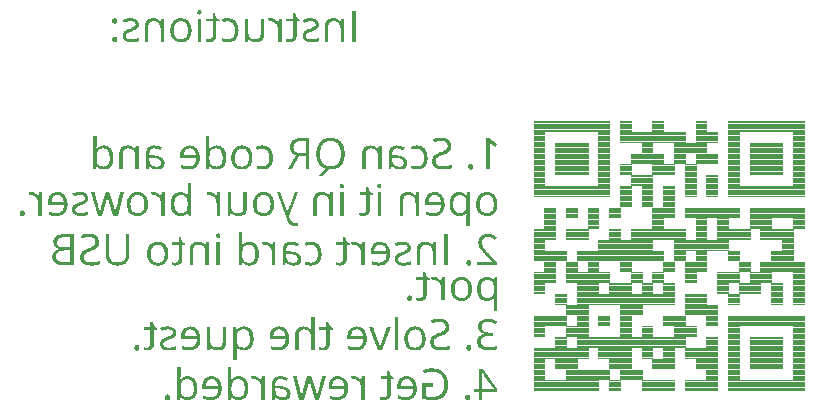
<source format=gbo>
%FSTAX25Y25*%
%MOIN*%
%SFA1B1*%

%IPPOS*%
%ADD61C,0.004000*%
%LNvisitcardpcb-1*%
%LPD*%
G36*
X0131967Y0074388D02*
X0130801D01*
Y0078414*
Y0078688*
X0130783Y0078943*
X0130747Y007918*
X013071Y0079398*
X0130674Y0079581*
X0130619Y0079763*
X0130565Y0079927*
X013051Y0080073*
X0130419Y0080291*
X0130328Y0080455*
X0130255Y0080546*
X0130237Y0080583*
X013Y0080801*
X0129726Y0080965*
X0129417Y0081093*
X0129125Y0081166*
X012887Y008122*
X0128651Y0081239*
X012856Y0081257*
X0128451*
X0128123Y0081239*
X012785Y0081184*
X0127631Y0081111*
X0127449Y008102*
X0127303Y0080929*
X0127194Y0080856*
X0127139Y0080801*
X0127121Y0080783*
X0126975Y0080583*
X0126866Y0080364*
X0126793Y0080127*
X0126738Y0079909*
X0126702Y0079708*
X0126684Y0079526*
Y0079417*
Y0079398*
Y007938*
Y0074388*
X0125499*
Y0079417*
Y007969*
X0125536Y0079927*
X0125572Y0080164*
X0125609Y0080382*
X0125718Y0080747*
X0125846Y0081038*
X0125991Y0081275*
X0126101Y0081439*
X0126173Y008153*
X012621Y0081567*
X0126502Y0081785*
X0126848Y0081949*
X0127194Y0082077*
X012754Y008215*
X012785Y0082204*
X0127996Y0082222*
X0128105*
X0128214Y0082241*
X0128342*
X0128633Y0082222*
X0128907Y0082186*
X0129162Y0082131*
X012938Y0082077*
X0129562Y0082022*
X012969Y0081967*
X0129763Y0081931*
X0129799Y0081913*
X0130018Y0081785*
X0130218Y0081639*
X0130382Y0081494*
X0130528Y0081348*
X0130637Y008122*
X013071Y0081129*
X0130765Y0081056*
X0130783Y0081038*
X0130856*
X0130838Y0081184*
X013082Y0081348*
X0130801Y0081676*
Y0081822*
Y0081931*
Y0082022*
Y008204*
Y0085375*
X0131967*
Y0074388*
G37*
G36*
X0154487D02*
X0153103D01*
X0150169Y0082113*
X0151426*
X0151681Y0081403*
X0151918Y0080765*
X0152137Y0080164*
X0152319Y0079635*
X0152501Y0079162*
X0152647Y0078742*
X0152775Y0078378*
X0152902Y0078068*
X0152993Y0077795*
X0153085Y0077558*
X0153139Y0077376*
X0153194Y007723*
X015323Y0077103*
X0153267Y007703*
X0153285Y0076993*
Y0076975*
X0153358Y0076775*
X0153431Y0076574*
X015354Y0076246*
X0153631Y0075973*
X0153686Y0075773*
X0153722Y0075627*
X0153759Y0075518*
X0153777Y0075463*
Y0075445*
X0153832*
X015385Y0075554*
X0153886Y0075663*
X0153923Y0075809*
X0153977Y0075973*
X0154087Y0076319*
X0154196Y0076665*
X0154305Y0076993*
X015436Y0077139*
X0154396Y0077267*
X0154433Y0077376*
X0154469Y0077449*
X0154487Y0077504*
Y0077522*
X0156164Y0082113*
X0157403*
X0154487Y0074388*
G37*
G36*
X014627Y0082241D02*
X0146525Y0082204D01*
X014678Y008215*
X0147017Y0082095*
X0147436Y0081913*
X0147801Y0081712*
X0147946Y0081603*
X0148074Y0081494*
X0148202Y0081403*
X0148293Y008133*
X0148365Y0081257*
X014842Y0081202*
X0148438Y0081166*
X0148457Y0081147*
X0148621Y0080929*
X0148748Y008071*
X0148876Y0080473*
X0148985Y0080218*
X0149149Y0079726*
X0149258Y0079253*
X0149295Y0079034*
X0149313Y0078834*
X0149331Y0078651*
X0149349Y0078487*
X0149368Y007836*
Y0078269*
Y0078196*
Y0078178*
X0149349Y0077832*
X0149331Y0077522*
X0149276Y0077212*
X0149222Y0076939*
X0149131Y0076684*
X0149058Y0076447*
X0148967Y0076228*
X0148876Y0076028*
X0148784Y0075864*
X0148694Y00757*
X0148602Y0075572*
X014853Y0075481*
X0148475Y007539*
X014842Y0075335*
X0148402Y0075299*
X0148384Y0075281*
X0148183Y0075099*
X0147983Y0074935*
X0147764Y0074807*
X0147527Y0074679*
X0147309Y0074588*
X014709Y0074497*
X0146653Y007437*
X0146452Y0074333*
X014627Y0074297*
X0146088Y0074279*
X014596Y007426*
X0145833Y0074242*
X0145377*
X0145122Y007426*
X0144904Y0074279*
X0144703Y0074297*
X0144557Y0074315*
X014443Y0074333*
X0144357Y0074352*
X0144339*
X014392Y0074461*
X0143719Y0074515*
X0143537Y0074588*
X0143373Y0074643*
X0143264Y0074698*
X0143173Y0074716*
X0143155Y0074734*
Y0075773*
X014361Y0075609*
X0144047Y0075481*
X0144466Y007539*
X0144849Y0075335*
X0145177Y0075299*
X0145305Y0075281*
X0145414Y0075262*
X0145633*
X0146052Y0075299*
X0146416Y0075372*
X0146726Y0075481*
X0146999Y0075609*
X0147199Y0075736*
X0147345Y0075845*
X0147436Y0075918*
X0147473Y0075955*
X0147691Y0076246*
X0147855Y0076574*
X0147965Y0076939*
X0148056Y0077267*
X0148092Y0077576*
X014811Y0077704*
X0148129Y0077832*
X0148147Y0077923*
Y0077996*
Y0078032*
Y007805*
X0142827*
Y0078779*
Y0079071*
X0142863Y0079344*
X0142954Y0079836*
X01431Y0080255*
X0143173Y0080455*
X0143246Y0080619*
X0143337Y0080783*
X014341Y0080911*
X0143482Y008102*
X0143555Y0081129*
X014361Y0081202*
X0143647Y0081257*
X0143665Y0081275*
X0143683Y0081293*
X0143847Y0081457*
X0144029Y0081621*
X0144211Y0081749*
X0144394Y0081858*
X0144776Y0082022*
X0145141Y0082131*
X0145468Y0082204*
X0145614Y0082222*
X0145742Y0082241*
X0145833Y0082259*
X0145979*
X014627Y0082241*
G37*
G36*
X0108737D02*
X0108992Y0082204D01*
X0109247Y0082168*
X0109466Y0082095*
X0109885Y0081913*
X0110213Y0081731*
X0110359Y0081621*
X0110486Y008153*
X0110595Y0081439*
X0110668Y0081348*
X0110741Y0081275*
X0110796Y0081239*
X0110814Y0081202*
X0110832Y0081184*
X0110978Y0080984*
X0111106Y0080747*
X0111324Y0080273*
X011147Y0079781*
X0111561Y0079307*
X0111598Y0079089*
X0111634Y007887*
X0111652Y0078688*
Y0078524*
X011167Y0078396*
Y0078305*
Y0078232*
Y0078214*
X0111652Y0077868*
X0111634Y0077558*
X0111598Y0077249*
X0111543Y0076957*
X011147Y0076702*
X0111397Y0076465*
X0111324Y0076246*
X0111251Y0076046*
X0111179Y0075864*
X0111106Y0075718*
X0111033Y007559*
X011096Y0075481*
X0110905Y007539*
X0110869Y0075335*
X0110832Y0075299*
Y0075281*
X0110668Y0075099*
X0110486Y0074935*
X0110304Y0074807*
X0110122Y0074679*
X0109921Y0074588*
X0109721Y0074497*
X0109356Y007437*
X010901Y0074297*
X0108864Y0074279*
X0108737Y007426*
X0108646Y0074242*
X01085*
X0108209Y007426*
X0107917Y0074297*
X0107662Y0074352*
X0107425Y0074424*
X0107206Y0074515*
X0107006Y0074607*
X0106824Y0074716*
X010666Y0074825*
X0106514Y0074935*
X0106405Y0075044*
X0106296Y0075135*
X0106204Y0075226*
X010615Y0075299*
X0106095Y0075354*
X0106059Y007539*
Y0075408*
X0105968*
X0105986Y0075208*
X0106004Y0075007*
X0106022Y0074825*
Y0074625*
X010604Y0074461*
Y0074333*
Y007426*
Y0074224*
Y0070908*
X0104874*
Y0082113*
X0105785*
X0105968Y0081056*
X0106022*
X0106186Y0081275*
X0106368Y0081457*
X0106569Y0081621*
X0106769Y0081749*
X010697Y0081876*
X010717Y0081967*
X0107571Y0082113*
X0107917Y0082204*
X0108063Y0082222*
X0108209Y0082241*
X0108318Y0082259*
X0108464*
X0108737Y0082241*
G37*
G36*
X0163816Y0092612D02*
X0163944Y0092593D01*
X0164035Y0092557*
X0164126Y0092502*
X0164199Y0092448*
X0164253Y0092411*
X0164272Y0092393*
X016429Y0092375*
X0164363Y0092284*
X0164417Y0092156*
X0164472Y0091937*
X016449Y0091828*
X0164508Y0091737*
Y0091682*
Y0091664*
X016449Y0091482*
X0164472Y0091336*
X0164436Y0091209*
X0164381Y0091118*
X0164344Y0091026*
X0164308Y0090972*
X016429Y0090953*
X0164272Y0090935*
X016418Y0090862*
X0164071Y0090808*
X0163889Y0090753*
X0163798Y0090735*
X0163725Y0090717*
X016367*
X0163524Y0090735*
X0163397Y0090753*
X0163288Y009079*
X0163197Y0090844*
X0163124Y0090881*
X0163069Y0090917*
X0163051Y0090935*
X0163033Y0090953*
X016296Y0091063*
X0162887Y0091172*
X0162832Y0091409*
X0162814Y00915*
X0162796Y0091591*
Y0091646*
Y0091664*
X0162814Y0091828*
X0162832Y0091974*
X0162869Y0092101*
X0162905Y0092193*
X016296Y0092284*
X0162996Y0092338*
X0163014Y0092356*
X0163033Y0092375*
X0163124Y0092466*
X0163233Y009252*
X0163433Y0092593*
X0163524Y0092612*
X0163597Y009263*
X016367*
X0163816Y0092612*
G37*
G36*
X0189597Y009877D02*
X0189852Y0098752D01*
X0190089Y0098697*
X019029Y0098642*
X0190454Y0098588*
X0190581Y0098551*
X0190654Y0098515*
X0190691Y0098497*
X0190909Y0098387*
X019111Y0098242*
X0191292Y0098096*
X0191438Y0097932*
X0191565Y0097804*
X0191674Y0097695*
X0191729Y0097622*
X0191747Y0097586*
X0191802*
X0191966Y0098642*
X0192913*
Y0087437*
X0191747*
Y0090626*
X0191765Y0091081*
X0191784Y00913*
Y0091482*
X0191802Y0091664*
X019182Y0091792*
X0191838Y0091865*
Y0091901*
X0191747*
X0191583Y0091701*
X0191401Y0091518*
X0191237Y0091373*
X0191073Y0091263*
X0190927Y0091154*
X0190818Y0091099*
X0190727Y0091063*
X0190709Y0091045*
X0190472Y0090953*
X0190217Y0090881*
X0189998Y0090844*
X0189779Y0090808*
X0189597Y009079*
X0189452Y0090771*
X0189324*
X0189051Y009079*
X0188796Y0090808*
X0188541Y0090862*
X0188322Y0090935*
X0187921Y0091099*
X0187575Y00913*
X018732Y0091482*
X0187211Y0091573*
X0187119Y0091646*
X0187065Y0091719*
X018701Y0091773*
X0186992Y0091792*
X0186974Y009181*
X0186828Y009201*
X0186682Y0092247*
X0186482Y0092721*
X0186318Y0093213*
X0186227Y0093686*
X018619Y0093905*
X0186154Y0094124*
X0186135Y0094306*
Y009447*
X0186117Y0094598*
Y0094689*
Y0094762*
Y009478*
Y0095126*
X0186154Y0095454*
X018619Y0095764*
X0186245Y0096037*
X0186318Y009631*
X0186391Y0096547*
X0186463Y0096766*
X0186536Y0096966*
X0186609Y0097148*
X0186682Y0097294*
X0186755Y0097422*
X0186828Y0097531*
X0186883Y0097622*
X0186919Y0097677*
X0186937Y0097713*
X0186955Y0097731*
X0187119Y0097914*
X0187283Y0098078*
X0187484Y0098223*
X0187666Y0098351*
X0187866Y0098442*
X0188067Y0098533*
X018845Y0098661*
X0188796Y0098734*
X0188941Y0098752*
X0189069Y009877*
X0189178Y0098788*
X0189324*
X0189597Y009877*
G37*
G36*
X018998Y0084828D02*
X0190308Y008481D01*
X01906Y0084755*
X0190873Y00847*
X0191091Y0084646*
X0191255Y0084609*
X0191365Y0084573*
X0191383Y0084555*
X0191401*
X0191693Y0084445*
X0191966Y0084318*
X0192221Y0084172*
X019244Y0084063*
X0192622Y0083935*
X0192749Y0083862*
X0192822Y0083789*
X0192859Y0083771*
X0192276Y0082969*
X0191984Y0083134*
X0191729Y0083279*
X0191492Y0083407*
X0191292Y0083498*
X0191128Y0083553*
X0191018Y0083607*
X0190927Y0083644*
X0190909*
X0190672Y0083717*
X0190454Y0083753*
X0190235Y0083789*
X0190053Y0083826*
X0189871*
X0189743Y0083844*
X0189634*
X0189324Y0083826*
X0189032Y0083771*
X0188796Y0083698*
X0188595Y0083626*
X0188431Y0083553*
X0188322Y008348*
X0188249Y0083425*
X0188231Y0083407*
X0188049Y0083225*
X0187921Y0083042*
X018783Y0082842*
X0187775Y008266*
X0187721Y0082478*
X0187703Y008235*
Y0082259*
Y0082222*
X0187739Y0081895*
X0187812Y0081585*
X0187921Y0081348*
X0188049Y0081129*
X0188194Y0080965*
X0188304Y0080838*
X0188377Y0080765*
X0188413Y0080747*
X0188686Y0080564*
X0188996Y0080437*
X0189324Y0080346*
X0189616Y0080291*
X0189889Y0080255*
X0190108Y0080218*
X0191347*
Y0079216*
X0190326*
X0189816Y0079198*
X018936Y0079143*
X018896Y0079052*
X0188632Y0078925*
X018834Y0078779*
X0188103Y0078615*
X0187921Y0078451*
X0187757Y0078287*
X018763Y0078105*
X0187539Y0077941*
X0187484Y0077777*
X0187429Y0077631*
X0187411Y0077522*
X0187393Y0077412*
Y0077358*
Y007734*
X0187429Y0076975*
X0187502Y0076647*
X018763Y0076374*
X0187812Y0076137*
X0188012Y0075918*
X0188231Y0075754*
X0188468Y0075609*
X0188723Y0075499*
X0188978Y0075427*
X0189215Y0075354*
X0189433Y0075317*
X0189634Y0075281*
X0189798Y0075262*
X0189944Y0075244*
X0190053*
X0190563Y0075262*
X01908Y0075299*
X0191018Y0075335*
X0191219Y0075354*
X0191365Y007539*
X0191456Y0075408*
X0191492*
X0191765Y0075481*
X0192021Y0075554*
X0192276Y0075645*
X0192476Y0075718*
X0192658Y0075809*
X0192804Y0075864*
X0192877Y00759*
X0192913Y0075918*
Y0074789*
X0192676Y0074679*
X019244Y0074588*
X0192221Y0074515*
X0192021Y0074461*
X0191857Y0074424*
X0191711Y0074388*
X0191638Y007437*
X0191602*
X0191073Y0074297*
X0190818Y0074279*
X0190581Y007426*
X0190381Y0074242*
X0190089*
X0189743Y007426*
X0189433Y0074279*
X0189124Y0074315*
X018885Y007437*
X0188577Y0074424*
X018834Y0074497*
X018814Y007457*
X0187939Y0074643*
X0187757Y0074716*
X0187611Y007477*
X0187484Y0074843*
X0187374Y0074898*
X0187302Y0074953*
X0187247Y0074989*
X0187211Y0075026*
X0187192*
X018701Y007519*
X0186846Y0075354*
X0186719Y0075536*
X0186609Y0075718*
X0186427Y0076101*
X01863Y0076465*
X0186227Y0076793*
X0186208Y0076939*
X018619Y0077066*
X0186172Y0077157*
Y007723*
Y0077285*
Y0077303*
X018619Y0077667*
X0186263Y0077996*
X0186354Y0078269*
X0186463Y0078524*
X0186591Y0078706*
X0186682Y0078852*
X0186755Y0078925*
X0186773Y0078961*
X0187028Y007918*
X018732Y0079362*
X0187611Y0079489*
X0187921Y0079599*
X0188194Y0079672*
X0188413Y0079708*
X0188486Y0079726*
X0188559Y0079745*
X0188613*
Y0079817*
X0188249Y0079909*
X0187939Y0080036*
X0187666Y0080164*
X0187447Y0080309*
X0187265Y0080437*
X0187156Y0080546*
X0187065Y0080619*
X0187047Y0080637*
X0186864Y0080892*
X0186719Y0081166*
X0186627Y0081439*
X0186555Y0081694*
X0186518Y0081913*
X0186482Y0082095*
Y0082168*
Y0082222*
Y0082241*
Y0082259*
Y0082478*
X0186518Y0082678*
X0186609Y0083061*
X0186755Y0083389*
X0186901Y0083662*
X0187047Y0083881*
X0187192Y0084026*
X0187283Y0084117*
X0187302Y0084154*
X018732*
X0187666Y0084391*
X018803Y0084555*
X0188431Y0084682*
X0188796Y0084755*
X0189142Y008481*
X0189288Y0084828*
X0189397*
X0189506Y0084846*
X0189652*
X018998Y0084828*
G37*
G36*
X0120434Y0082241D02*
X0120689Y0082204D01*
X0120944Y008215*
X0121181Y0082095*
X01216Y0081913*
X0121965Y0081712*
X012211Y0081603*
X0122238Y0081494*
X0122366Y0081403*
X0122457Y008133*
X0122529Y0081257*
X0122584Y0081202*
X0122602Y0081166*
X0122621Y0081147*
X0122785Y0080929*
X0122912Y008071*
X012304Y0080473*
X0123149Y0080218*
X0123313Y0079726*
X0123422Y0079253*
X0123459Y0079034*
X0123477Y0078834*
X0123495Y0078651*
X0123513Y0078487*
X0123532Y007836*
Y0078269*
Y0078196*
Y0078178*
X0123513Y0077832*
X0123495Y0077522*
X0123441Y0077212*
X0123386Y0076939*
X0123295Y0076684*
X0123222Y0076447*
X0123131Y0076228*
X012304Y0076028*
X0122949Y0075864*
X0122857Y00757*
X0122766Y0075572*
X0122694Y0075481*
X0122639Y007539*
X0122584Y0075335*
X0122566Y0075299*
X0122548Y0075281*
X0122347Y0075099*
X0122147Y0074935*
X0121928Y0074807*
X0121691Y0074679*
X0121473Y0074588*
X0121254Y0074497*
X0120817Y007437*
X0120616Y0074333*
X0120434Y0074297*
X0120252Y0074279*
X0120124Y007426*
X0119997Y0074242*
X0119542*
X0119286Y007426*
X0119068Y0074279*
X0118867Y0074297*
X0118722Y0074315*
X0118594Y0074333*
X0118521Y0074352*
X0118503*
X0118084Y0074461*
X0117883Y0074515*
X0117701Y0074588*
X0117537Y0074643*
X0117428Y0074698*
X0117337Y0074716*
X0117319Y0074734*
Y0075773*
X0117774Y0075609*
X0118211Y0075481*
X011863Y007539*
X0119013Y0075335*
X0119341Y0075299*
X0119469Y0075281*
X0119578Y0075262*
X0119797*
X0120216Y0075299*
X012058Y0075372*
X012089Y0075481*
X0121163Y0075609*
X0121363Y0075736*
X0121509Y0075845*
X01216Y0075918*
X0121637Y0075955*
X0121855Y0076246*
X0122019Y0076574*
X0122129Y0076939*
X012222Y0077267*
X0122256Y0077576*
X0122274Y0077704*
X0122293Y0077832*
X0122311Y0077923*
Y0077996*
Y0078032*
Y007805*
X0116991*
Y0078779*
Y0079071*
X0117027Y0079344*
X0117118Y0079836*
X0117264Y0080255*
X0117337Y0080455*
X011741Y0080619*
X0117501Y0080783*
X0117574Y0080911*
X0117647Y008102*
X0117719Y0081129*
X0117774Y0081202*
X011781Y0081257*
X0117829Y0081275*
X0117847Y0081293*
X0118011Y0081457*
X0118193Y0081621*
X0118375Y0081749*
X0118558Y0081858*
X011894Y0082022*
X0119305Y0082131*
X0119632Y0082204*
X0119778Y0082222*
X0119906Y0082241*
X0119997Y0082259*
X0120143*
X0120434Y0082241*
G37*
G36*
X0159826Y0074388D02*
X015866D01*
Y0085375*
X0159826*
Y0074388*
G37*
G36*
X017411Y008481D02*
X0174566Y0084737D01*
X0174985Y0084628*
X0175313Y00845*
X0175586Y0084354*
X0175696Y00843*
X0175787Y0084245*
X0175859Y0084209*
X0175914Y0084172*
X0175932Y0084136*
X0175951*
X0176115Y008399*
X0176242Y0083844*
X017637Y0083698*
X0176461Y0083534*
X0176625Y0083225*
X0176734Y0082915*
X0176789Y008266*
X0176825Y0082441*
X0176843Y008235*
Y0082295*
Y0082259*
Y0082241*
X0176825Y008184*
X0176752Y0081476*
X0176643Y0081147*
X0176534Y0080874*
X0176424Y0080674*
X0176315Y008051*
X0176242Y0080419*
X0176224Y0080382*
X0176096Y0080255*
X0175951Y0080127*
X0175641Y0079909*
X0175295Y007969*
X0174967Y0079526*
X0174657Y007938*
X0174511Y0079325*
X0174402Y0079271*
X0174293Y0079234*
X017422Y0079198*
X0174183Y007918*
X0174165*
X0173801Y0079034*
X0173491Y0078907*
X0173236Y0078797*
X0173017Y0078706*
X0172853Y0078615*
X0172744Y007856*
X0172671Y0078524*
X0172653Y0078506*
X0172471Y0078396*
X0172325Y0078287*
X0172197Y0078196*
X0172088Y0078087*
X0172015Y0078014*
X017196Y0077941*
X0171942Y0077904*
X0171924Y0077886*
X0171851Y0077759*
X0171796Y0077613*
X0171723Y0077321*
Y0077194*
X0171705Y0077103*
Y007703*
Y0077012*
X0171723Y007672*
X0171796Y0076465*
X0171906Y0076246*
X0172015Y0076064*
X0172124Y0075918*
X0172234Y0075827*
X0172307Y0075754*
X0172325Y0075736*
X017258Y007559*
X0172853Y0075481*
X0173145Y0075408*
X0173436Y0075354*
X0173709Y0075317*
X017391Y0075299*
X017411*
X0174657Y0075317*
X0174912Y0075354*
X0175131Y0075372*
X0175331Y0075408*
X0175477Y0075427*
X0175568Y0075445*
X0175604*
X0175878Y0075518*
X0176133Y0075572*
X017637Y0075645*
X017657Y0075718*
X0176734Y0075773*
X0176862Y0075827*
X0176934Y0075845*
X0176971Y0075864*
Y0074716*
X017677Y0074625*
X017657Y0074552*
X0176115Y0074443*
X0175659Y0074352*
X0175204Y0074297*
X0174985Y0074279*
X0174785Y007426*
X017462*
X0174457Y0074242*
X0174165*
X0173564Y0074279*
X0173291Y0074315*
X0173035Y0074352*
X0172799Y0074424*
X017258Y0074479*
X0172379Y0074552*
X0172197Y0074625*
X0172033Y0074679*
X0171888Y0074752*
X017176Y0074825*
X0171669Y007488*
X0171596Y0074916*
X0171523Y0074953*
X0171505Y0074989*
X0171487*
X0171305Y0075135*
X0171159Y0075299*
X0171013Y0075463*
X0170904Y0075645*
X0170721Y007601*
X0170612Y0076337*
X0170539Y0076647*
X0170521Y0076775*
X0170503Y0076902*
X0170485Y0076993*
Y0077066*
Y0077103*
Y0077121*
X0170503Y0077504*
X0170576Y0077832*
X0170685Y0078123*
X0170794Y0078378*
X0170904Y0078579*
X0171013Y0078724*
X0171086Y0078797*
X0171104Y0078834*
X0171232Y0078961*
X0171377Y0079089*
X0171705Y0079307*
X017207Y0079526*
X0172434Y0079708*
X017278Y0079872*
X0172926Y0079927*
X0173072Y0079981*
X0173181Y0080036*
X0173254Y0080073*
X0173309Y0080091*
X0173327*
X0173673Y0080218*
X0173965Y0080328*
X0174201Y0080437*
X0174402Y0080528*
X0174566Y0080601*
X0174675Y0080656*
X0174748Y0080692*
X0174766Y008071*
X017493Y008082*
X0175076Y0080929*
X0175185Y0081038*
X0175276Y0081129*
X0175349Y0081202*
X0175404Y0081275*
X0175422Y0081312*
X017544Y008133*
X0175513Y0081476*
X017555Y0081621*
X0175623Y0081913*
Y008204*
X0175641Y0082131*
Y0082204*
Y0082222*
X0175623Y0082478*
X017555Y0082714*
X0175477Y0082897*
X0175367Y0083061*
X0175276Y0083188*
X0175185Y0083279*
X0175131Y0083334*
X0175112Y0083352*
X0174894Y0083498*
X0174639Y0083589*
X0174402Y0083662*
X0174147Y0083717*
X0173928Y0083753*
X0173764Y0083771*
X01736*
X0173145Y0083753*
X0172707Y008368*
X0172288Y0083607*
X0171906Y0083498*
X0171596Y0083407*
X017145Y0083352*
X0171341Y0083316*
X017125Y0083279*
X0171177Y0083243*
X0171141Y0083225*
X0171122*
X0170758Y0084263*
X017125Y0084464*
X0171742Y0084609*
X0172215Y00847*
X0172653Y0084773*
X0172853Y0084791*
X0173035Y008481*
X0173181Y0084828*
X0173327Y0084846*
X0173582*
X017411Y008481*
G37*
G36*
X0165729Y0082241D02*
X0166021Y0082222D01*
X0166276Y0082168*
X0166531Y0082095*
X0166768Y0082022*
X0166986Y0081931*
X0167187Y0081822*
X0167351Y0081731*
X0167515Y0081639*
X016766Y008153*
X016777Y0081439*
X0167861Y0081366*
X0167952Y0081293*
X0168007Y0081257*
X0168025Y008122*
X0168043Y0081202*
X0168207Y0081002*
X0168353Y0080765*
X016848Y0080546*
X016859Y0080291*
X0168754Y0079799*
X0168863Y0079325*
X0168918Y0079107*
X0168936Y0078907*
X0168954Y0078724*
X0168972Y007856*
X0168991Y0078433*
Y0078342*
Y0078269*
Y0078251*
X0168972Y0077813*
X0168918Y0077394*
X0168845Y0077048*
X0168772Y007672*
X0168699Y0076465*
X0168626Y0076283*
X016859Y007621*
X0168571Y0076155*
X0168553Y0076137*
Y0076119*
X0168371Y0075791*
X0168171Y0075518*
X016797Y0075281*
X016777Y007508*
X0167588Y0074916*
X0167442Y0074807*
X0167351Y0074734*
X0167314Y0074716*
X0167005Y0074552*
X0166695Y0074443*
X0166385Y0074352*
X0166094Y0074297*
X0165839Y007426*
X0165656Y0074242*
X0165474*
X0165164Y007426*
X0164873Y0074297*
X0164618Y0074333*
X0164363Y0074406*
X0164126Y0074479*
X0163907Y007457*
X0163707Y0074679*
X0163524Y007477*
X0163379Y0074862*
X0163233Y0074971*
X0163124Y0075062*
X0163033Y0075135*
X0162942Y0075208*
X0162887Y0075262*
X0162869Y0075281*
X016285Y0075299*
X0162686Y0075499*
X0162522Y0075736*
X0162395Y0075973*
X0162286Y007621*
X0162122Y0076702*
X0162012Y0077176*
X0161958Y0077394*
X0161939Y0077595*
X0161921Y0077777*
X0161903Y0077941*
X0161885Y0078068*
Y0078159*
Y0078232*
Y0078251*
X0161903Y0078579*
X0161921Y0078907*
X0161976Y0079198*
X016203Y0079489*
X0162103Y0079745*
X0162195Y0079981*
X0162286Y00802*
X0162358Y0080401*
X016245Y0080583*
X0162541Y0080729*
X0162632Y0080856*
X0162705Y0080965*
X0162759Y0081056*
X0162814Y0081111*
X0162832Y0081147*
X016285Y0081166*
X0163033Y0081366*
X0163233Y008153*
X0163433Y0081676*
X0163652Y0081804*
X0163871Y0081913*
X0164071Y0081986*
X016449Y0082131*
X0164855Y0082204*
X0165019Y0082222*
X0165146Y0082241*
X0165255Y0082259*
X0165419*
X0165729Y0082241*
G37*
G36*
X0078437D02*
X007953Y0081749D01*
Y0081202*
X0078437*
Y0076592*
X0078419Y0076174*
X0078346Y0075809*
X0078237Y0075499*
X0078091Y0075226*
X0077909Y0075007*
X0077727Y0074825*
X0077526Y0074661*
X0077307Y0074534*
X0077107Y0074443*
X0076907Y007437*
X0076706Y0074315*
X0076542Y0074279*
X0076397Y007426*
X0076287Y0074242*
X0076196*
X0075959Y007426*
X0075741Y0074279*
X0075649Y0074297*
X0075577*
X007554Y0074315*
X0075522*
X0075285Y0074352*
X0075103Y0074406*
X0074994Y0074424*
X0074957Y0074443*
Y0075335*
X0075103Y0075299*
X0075249Y0075281*
X0075358Y0075262*
X0075394Y0075244*
X0075413*
X0075631Y0075226*
X0075814Y0075208*
X0076014*
X0076214Y0075226*
X0076397Y0075262*
X007656Y0075317*
X0076688Y007539*
X0076797Y0075463*
X007687Y0075518*
X0076907Y0075554*
X0076925Y0075572*
X0077034Y0075736*
X0077107Y00759*
X007718Y0076082*
X0077216Y0076246*
X0077235Y007641*
X0077253Y0076538*
Y0076611*
Y0076647*
Y0081202*
X0075012*
Y0082113*
X0077253*
Y0083899*
X0077945*
X0078437Y0082241*
G37*
G36*
X0090845D02*
X00911Y0082204D01*
X0091355Y008215*
X0091592Y0082095*
X0092011Y0081913*
X0092375Y0081712*
X0092521Y0081603*
X0092649Y0081494*
X0092776Y0081403*
X0092867Y008133*
X009294Y0081257*
X0092995Y0081202*
X0093013Y0081166*
X0093031Y0081147*
X0093195Y0080929*
X0093323Y008071*
X009345Y0080473*
X009356Y0080218*
X0093724Y0079726*
X0093833Y0079253*
X009387Y0079034*
X0093888Y0078834*
X0093906Y0078651*
X0093924Y0078487*
X0093942Y007836*
Y0078269*
Y0078196*
Y0078178*
X0093924Y0077832*
X0093906Y0077522*
X0093851Y0077212*
X0093797Y0076939*
X0093705Y0076684*
X0093633Y0076447*
X0093542Y0076228*
X009345Y0076028*
X0093359Y0075864*
X0093268Y00757*
X0093177Y0075572*
X0093104Y0075481*
X009305Y007539*
X0092995Y0075335*
X0092977Y0075299*
X0092958Y0075281*
X0092758Y0075099*
X0092558Y0074935*
X0092339Y0074807*
X0092102Y0074679*
X0091883Y0074588*
X0091665Y0074497*
X0091228Y007437*
X0091027Y0074333*
X0090845Y0074297*
X0090663Y0074279*
X0090535Y007426*
X0090408Y0074242*
X0089952*
X0089697Y007426*
X0089478Y0074279*
X0089278Y0074297*
X0089132Y0074315*
X0089005Y0074333*
X0088932Y0074352*
X0088914*
X0088495Y0074461*
X0088294Y0074515*
X0088112Y0074588*
X0087948Y0074643*
X0087839Y0074698*
X0087748Y0074716*
X0087729Y0074734*
Y0075773*
X0088185Y0075609*
X0088622Y0075481*
X0089041Y007539*
X0089424Y0075335*
X0089752Y0075299*
X0089879Y0075281*
X0089989Y0075262*
X0090207*
X0090626Y0075299*
X0090991Y0075372*
X00913Y0075481*
X0091574Y0075609*
X0091774Y0075736*
X009192Y0075845*
X0092011Y0075918*
X0092048Y0075955*
X0092266Y0076246*
X009243Y0076574*
X0092539Y0076939*
X009263Y0077267*
X0092667Y0077576*
X0092685Y0077704*
X0092703Y0077832*
X0092722Y0077923*
Y0077996*
Y0078032*
Y007805*
X0087401*
Y0078779*
Y0079071*
X0087438Y0079344*
X0087529Y0079836*
X0087675Y0080255*
X0087748Y0080455*
X008782Y0080619*
X0087911Y0080783*
X0087984Y0080911*
X0088057Y008102*
X008813Y0081129*
X0088185Y0081202*
X0088221Y0081257*
X008824Y0081275*
X0088258Y0081293*
X0088422Y0081457*
X0088604Y0081621*
X0088786Y0081749*
X0088968Y0081858*
X0089351Y0082022*
X0089715Y0082131*
X0090043Y0082204*
X0090189Y0082222*
X0090317Y0082241*
X0090408Y0082259*
X0090553*
X0090845Y0082241*
G37*
G36*
X0102469Y0077048D02*
Y0076775D01*
X0102433Y0076538*
X0102396Y0076301*
X010236Y0076082*
X0102251Y0075718*
X0102123Y0075427*
X0101996Y007519*
X0101886Y0075026*
X0101813Y0074935*
X0101777Y0074898*
X0101485Y0074679*
X0101139Y0074515*
X0100793Y0074406*
X0100447Y0074333*
X0100137Y0074279*
X0099991Y007426*
X0099882*
X0099773Y0074242*
X0099645*
X0099354Y007426*
X0099062Y0074297*
X0098825Y0074333*
X0098607Y0074388*
X0098425Y0074443*
X0098297Y0074497*
X0098224Y0074515*
X0098188Y0074534*
X0097969Y0074661*
X0097769Y0074807*
X0097605Y0074953*
X0097459Y007508*
X009735Y0075208*
X0097258Y0075317*
X0097222Y007539*
X0097204Y0075408*
X0097131*
X0096967Y0074388*
X0096001*
Y0082113*
X0097167*
Y007805*
Y0077777*
X0097185Y0077522*
X0097222Y0077285*
X0097258Y0077066*
X0097295Y0076884*
X009735Y0076702*
X0097404Y0076538*
X0097441Y0076392*
X009755Y0076174*
X0097641Y007601*
X0097714Y0075918*
X0097732Y0075882*
X0097969Y0075663*
X0098242Y0075499*
X0098534Y007539*
X0098825Y0075317*
X009908Y0075262*
X0099299Y0075244*
X009939Y0075226*
X0099499*
X0099827Y0075244*
X0100101Y0075299*
X0100338Y0075372*
X0100538Y0075463*
X0100684Y0075536*
X0100775Y0075609*
X0100848Y0075663*
X0100866Y0075682*
X0101012Y0075882*
X0101103Y0076101*
X0101176Y0076337*
X010123Y0076556*
X0101267Y0076775*
X0101285Y0076939*
Y0077048*
Y0077066*
Y0077084*
Y0082113*
X0102469*
Y0077048*
G37*
G36*
X0136996Y0082241D02*
X0138089Y0081749D01*
Y0081202*
X0136996*
Y0076592*
X0136978Y0076174*
X0136905Y0075809*
X0136796Y0075499*
X013665Y0075226*
X0136468Y0075007*
X0136286Y0074825*
X0136085Y0074661*
X0135867Y0074534*
X0135666Y0074443*
X0135466Y007437*
X0135265Y0074315*
X0135101Y0074279*
X0134956Y007426*
X0134846Y0074242*
X0134755*
X0134518Y007426*
X01343Y0074279*
X0134209Y0074297*
X0134136*
X0134099Y0074315*
X0134081*
X0133844Y0074352*
X0133662Y0074406*
X0133553Y0074424*
X0133516Y0074443*
Y0075335*
X0133662Y0075299*
X0133808Y0075281*
X0133917Y0075262*
X0133953Y0075244*
X0133972*
X013419Y0075226*
X0134372Y0075208*
X0134573*
X0134773Y0075226*
X0134956Y0075262*
X013512Y0075317*
X0135247Y007539*
X0135356Y0075463*
X0135429Y0075518*
X0135466Y0075554*
X0135484Y0075572*
X0135593Y0075736*
X0135666Y00759*
X0135739Y0076082*
X0135775Y0076246*
X0135794Y007641*
X0135812Y0076538*
Y0076611*
Y0076647*
Y0081202*
X0133571*
Y0082113*
X0135812*
Y0083899*
X0136504*
X0136996Y0082241*
G37*
G36*
X0181234Y009877D02*
X0181526Y0098752D01*
X0181781Y0098697*
X0182036Y0098624*
X0182273Y0098551*
X0182492Y009846*
X0182692Y0098351*
X0182856Y009826*
X018302Y0098169*
X0183166Y0098059*
X0183275Y0097968*
X0183366Y0097895*
X0183457Y0097822*
X0183512Y0097786*
X018353Y009775*
X0183548Y0097731*
X0183712Y0097531*
X0183858Y0097294*
X0183986Y0097075*
X0184095Y009682*
X0184259Y0096328*
X0184368Y0095855*
X0184423Y0095636*
X0184441Y0095436*
X0184459Y0095253*
X0184477Y009509*
X0184496Y0094962*
Y0094871*
Y0094798*
Y009478*
X0184477Y0094342*
X0184423Y0093923*
X018435Y0093577*
X0184277Y0093249*
X0184204Y0092994*
X0184131Y0092812*
X0184095Y0092739*
X0184077Y0092684*
X0184058Y0092666*
Y0092648*
X0183876Y009232*
X0183676Y0092047*
X0183475Y009181*
X0183275Y009161*
X0183093Y0091445*
X0182947Y0091336*
X0182856Y0091263*
X0182819Y0091245*
X018251Y0091081*
X01822Y0090972*
X018189Y0090881*
X0181599Y0090826*
X0181344Y009079*
X0181161Y0090771*
X0180979*
X018067Y009079*
X0180378Y0090826*
X0180123Y0090862*
X0179868Y0090935*
X0179631Y0091008*
X0179412Y0091099*
X0179212Y0091209*
X017903Y00913*
X0178884Y0091391*
X0178738Y00915*
X0178629Y0091591*
X0178538Y0091664*
X0178447Y0091737*
X0178392Y0091792*
X0178374Y009181*
X0178356Y0091828*
X0178192Y0092028*
X0178028Y0092265*
X01779Y0092502*
X0177791Y0092739*
X0177627Y0093231*
X0177517Y0093705*
X0177463Y0093923*
X0177445Y0094124*
X0177426Y0094306*
X0177408Y009447*
X017739Y0094598*
Y0094689*
Y0094762*
Y009478*
X0177408Y0095108*
X0177426Y0095436*
X0177481Y0095727*
X0177536Y0096019*
X0177609Y0096274*
X01777Y0096511*
X0177791Y0096729*
X0177864Y009693*
X0177955Y0097112*
X0178046Y0097258*
X0178137Y0097385*
X017821Y0097495*
X0178264Y0097586*
X0178319Y009764*
X0178337Y0097677*
X0178356Y0097695*
X0178538Y0097895*
X0178738Y0098059*
X0178939Y0098205*
X0179157Y0098333*
X0179376Y0098442*
X0179576Y0098515*
X0179995Y0098661*
X018036Y0098734*
X0180524Y0098752*
X0180651Y009877*
X0180761Y0098788*
X0180925*
X0181234Y009877*
G37*
G36*
X0115679Y0110544D02*
X0115934Y0110489D01*
X0116153Y0110434*
X0116353Y0110362*
X0116517Y011027*
X0116645Y0110216*
X0116717Y0110161*
X0116754Y0110143*
X0116972Y0109979*
X0117173Y0109797*
X0117355Y0109596*
X0117501Y0109414*
X0117628Y0109232*
X0117719Y0109104*
X0117774Y0109013*
X0117792Y0108977*
X0117847*
X0117974Y0110416*
X011894*
Y0102691*
X0117774*
Y0106827*
X0117738Y0107246*
X0117665Y010761*
X0117574Y0107938*
X0117446Y0108212*
X0117319Y010843*
X0117227Y0108594*
X0117155Y0108703*
X0117118Y010874*
X0116863Y0108995*
X0116572Y0109177*
X0116316Y0109323*
X0116061Y0109414*
X0115825Y0109469*
X0115661Y0109487*
X0115588Y0109505*
X0115497*
X0115205Y0109487*
X0114932Y010945*
X0114822Y0109432*
X0114731Y0109414*
X0114677Y0109396*
X0114658*
X0114495Y0110471*
X0114804Y0110526*
X0114968Y0110544*
X0115114*
X0115242Y0110562*
X0115424*
X0115679Y0110544*
G37*
G36*
X0100429Y0102691D02*
X0099263D01*
Y0110416*
X0100429*
Y0102691*
G37*
G36*
X0093414Y0110544D02*
X0093669Y0110507D01*
X0093924Y0110453*
X0094143Y0110398*
X0094307Y0110343*
X0094453Y0110289*
X0094525Y0110252*
X0094562Y0110234*
X0094799Y0110106*
X0094999Y0109961*
X0095163Y0109815*
X0095309Y0109687*
X0095418Y010956*
X0095491Y010945*
X0095546Y0109378*
X0095564Y0109359*
X0095637*
X0095819Y0110416*
X0096766*
Y0102691*
X00956*
Y0106736*
Y0107009*
X0095582Y0107264*
X0095546Y0107501*
X0095509Y010772*
X0095473Y0107902*
X0095418Y0108084*
X0095363Y0108248*
X0095309Y0108394*
X0095218Y0108612*
X0095127Y0108776*
X0095054Y0108867*
X0095036Y0108904*
X0094799Y0109123*
X0094525Y0109286*
X0094216Y0109396*
X0093924Y0109487*
X0093669Y0109523*
X009345Y0109542*
X0093359Y010956*
X009325*
X0092922Y0109542*
X0092649Y0109487*
X009243Y0109414*
X0092248Y0109323*
X0092102Y0109232*
X0091993Y0109159*
X0091938Y0109104*
X009192Y0109086*
X0091774Y0108886*
X0091665Y0108667*
X0091592Y010843*
X0091537Y0108212*
X0091501Y0108011*
X0091483Y0107829*
Y010772*
Y0107701*
Y0107683*
Y0102691*
X0090298*
Y010772*
Y0107993*
X0090335Y0108248*
X0090371Y0108467*
X0090408Y0108685*
X0090462Y0108886*
X0090517Y0109068*
X0090645Y0109359*
X009079Y0109596*
X00909Y010976*
X0090973Y0109851*
X0091009Y0109888*
X00913Y0110106*
X0091647Y011027*
X0091993Y0110398*
X0092339Y0110471*
X0092649Y0110526*
X0092776Y0110544*
X0092886*
X0092995Y0110562*
X0093123*
X0093414Y0110544*
G37*
G36*
X0145359D02*
X0145614Y0110489D01*
X0145833Y0110434*
X0146033Y0110362*
X0146197Y011027*
X0146325Y0110216*
X0146398Y0110161*
X0146434Y0110143*
X0146653Y0109979*
X0146853Y0109797*
X0147035Y0109596*
X0147181Y0109414*
X0147309Y0109232*
X01474Y0109104*
X0147455Y0109013*
X0147473Y0108977*
X0147527*
X0147655Y0110416*
X0148621*
Y0102691*
X0147455*
Y0106827*
X0147418Y0107246*
X0147345Y010761*
X0147254Y0107938*
X0147126Y0108212*
X0146999Y010843*
X0146908Y0108594*
X0146835Y0108703*
X0146799Y010874*
X0146544Y0108995*
X0146252Y0109177*
X0145997Y0109323*
X0145742Y0109414*
X0145505Y0109469*
X0145341Y0109487*
X0145268Y0109505*
X0145177*
X0144886Y0109487*
X0144612Y010945*
X0144503Y0109432*
X0144412Y0109414*
X0144357Y0109396*
X0144339*
X0144175Y0110471*
X0144485Y0110526*
X0144649Y0110544*
X0144794*
X0144922Y0110562*
X0145104*
X0145359Y0110544*
G37*
G36*
X008782D02*
X0088914Y0110052D01*
Y0109505*
X008782*
Y0104895*
X0087802Y0104476*
X0087729Y0104112*
X008762Y0103802*
X0087474Y0103529*
X0087292Y010331*
X008711Y0103128*
X0086909Y0102964*
X0086691Y0102837*
X008649Y0102745*
X008629Y0102673*
X0086089Y0102618*
X0085926Y0102582*
X008578Y0102563*
X0085671Y0102545*
X0085579*
X0085343Y0102563*
X0085124Y0102582*
X0085033Y01026*
X008496*
X0084923Y0102618*
X0084905*
X0084668Y0102654*
X0084486Y0102709*
X0084377Y0102727*
X008434Y0102745*
Y0103638*
X0084486Y0103602*
X0084632Y0103584*
X0084741Y0103565*
X0084778Y0103547*
X0084796*
X0085014Y0103529*
X0085197Y0103511*
X0085397*
X0085598Y0103529*
X008578Y0103565*
X0085944Y010362*
X0086071Y0103693*
X0086181Y0103766*
X0086253Y0103821*
X008629Y0103857*
X0086308Y0103875*
X0086418Y0104039*
X008649Y0104203*
X0086563Y0104385*
X00866Y0104549*
X0086618Y0104713*
X0086636Y0104841*
Y0104914*
Y010495*
Y0109505*
X0084395*
Y0110416*
X0086636*
Y0112202*
X0087328*
X008782Y0110544*
G37*
G36*
X0176351Y0102691D02*
X0175149D01*
Y0113003*
X0176351*
Y0102691*
G37*
G36*
X0169136Y0110544D02*
X0169391Y0110507D01*
X0169647Y0110453*
X0169865Y0110398*
X0170029Y0110343*
X0170175Y0110289*
X0170248Y0110252*
X0170284Y0110234*
X0170521Y0110106*
X0170721Y0109961*
X0170885Y0109815*
X0171031Y0109687*
X0171141Y010956*
X0171213Y010945*
X0171268Y0109378*
X0171286Y0109359*
X0171359*
X0171541Y0110416*
X0172489*
Y0102691*
X0171323*
Y0106736*
Y0107009*
X0171305Y0107264*
X0171268Y0107501*
X0171232Y010772*
X0171195Y0107902*
X0171141Y0108084*
X0171086Y0108248*
X0171031Y0108394*
X017094Y0108612*
X0170849Y0108776*
X0170776Y0108867*
X0170758Y0108904*
X0170521Y0109123*
X0170248Y0109286*
X0169938Y0109396*
X0169647Y0109487*
X0169391Y0109523*
X0169173Y0109542*
X0169082Y010956*
X0168972*
X0168644Y0109542*
X0168371Y0109487*
X0168152Y0109414*
X016797Y0109323*
X0167824Y0109232*
X0167715Y0109159*
X016766Y0109104*
X0167642Y0109086*
X0167497Y0108886*
X0167387Y0108667*
X0167314Y010843*
X016726Y0108212*
X0167223Y0108011*
X0167205Y0107829*
Y010772*
Y0107701*
Y0107683*
Y0102691*
X0166021*
Y010772*
Y0107993*
X0166057Y0108248*
X0166094Y0108467*
X016613Y0108685*
X0166185Y0108886*
X0166239Y0109068*
X0166367Y0109359*
X0166513Y0109596*
X0166622Y010976*
X0166695Y0109851*
X0166731Y0109888*
X0167023Y0110106*
X0167369Y011027*
X0167715Y0110398*
X0168061Y0110471*
X0168371Y0110526*
X0168499Y0110544*
X0168608*
X0168717Y0110562*
X0168845*
X0169136Y0110544*
G37*
G36*
X0051708Y0102691D02*
X0048101D01*
X00475Y0102727*
X0047245Y0102764*
X0046989Y0102818*
X0046753Y0102873*
X0046534Y0102928*
X0046352Y0103001*
X0046169Y0103074*
X0046005Y0103146*
X0045878Y0103219*
X0045769Y0103274*
X0045659Y0103329*
X0045586Y0103383*
X0045532Y010342*
X0045514Y0103456*
X0045495*
X0045331Y0103602*
X0045186Y0103766*
X0045058Y0103948*
X0044949Y010413*
X0044785Y0104495*
X0044657Y0104841*
X0044603Y0105151*
X0044584Y0105278*
X0044566Y0105387*
X0044548Y0105497*
Y010557*
Y0105606*
Y0105624*
X0044566Y0105989*
X0044657Y0106317*
X0044767Y0106608*
X0044912Y0106881*
X0045094Y01071*
X0045295Y01073*
X0045495Y0107483*
X0045714Y0107629*
X0045933Y0107756*
X0046151Y0107847*
X0046352Y010792*
X0046534Y0107993*
X004668Y0108029*
X0046789Y0108066*
X004688Y0108084*
X0046898*
Y0108157*
X0046552Y0108248*
X0046242Y0108357*
X0045987Y0108485*
X0045787Y0108612*
X0045623Y0108722*
X0045495Y0108831*
X0045423Y0108904*
X0045404Y0108922*
X004524Y0109159*
X0045113Y0109414*
X0045022Y0109669*
X0044949Y0109906*
X0044912Y0110106*
X0044894Y0110289*
Y0110398*
Y0110416*
Y0110434*
X0044912Y0110671*
X004493Y0110908*
X004504Y0111309*
X0045186Y0111637*
X004535Y011191*
X0045532Y0112111*
X0045678Y0112275*
X0045787Y0112347*
X0045805Y0112384*
X0045823*
X0046005Y0112493*
X0046206Y0112584*
X004668Y0112748*
X0047172Y0112858*
X0047645Y0112931*
X0047882Y0112949*
X0048101Y0112967*
X0048283Y0112985*
X0048465Y0113003*
X0051708*
Y0102691*
G37*
G36*
X0183603Y0104385D02*
X018373Y0104367D01*
X0183822Y0104331*
X0183913Y0104276*
X0183986Y0104221*
X018404Y0104185*
X0184058Y0104167*
X0184077Y0104148*
X018415Y0104057*
X0184204Y010393*
X0184259Y0103711*
X0184277Y0103602*
X0184295Y0103511*
Y0103456*
Y0103438*
X0184277Y0103256*
X0184259Y010311*
X0184222Y0102982*
X0184168Y0102891*
X0184131Y01028*
X0184095Y0102745*
X0184077Y0102727*
X0184058Y0102709*
X0183967Y0102636*
X0183858Y0102582*
X0183676Y0102527*
X0183585Y0102509*
X0183512Y010249*
X0183457*
X0183311Y0102509*
X0183184Y0102527*
X0183075Y0102563*
X0182984Y0102618*
X0182911Y0102654*
X0182856Y0102691*
X0182838Y0102709*
X0182819Y0102727*
X0182747Y0102837*
X0182674Y0102946*
X0182619Y0103183*
X0182601Y0103274*
X0182583Y0103365*
Y010342*
Y0103438*
X0182601Y0103602*
X0182619Y0103748*
X0182656Y0103875*
X0182692Y0103966*
X0182747Y0104057*
X0182783Y0104112*
X0182801Y010413*
X0182819Y0104148*
X0182911Y010424*
X018302Y0104294*
X018322Y0104367*
X0183311Y0104385*
X0183384Y0104403*
X0183457*
X0183603Y0104385*
G37*
G36*
X0169355Y009877D02*
X0170448Y0098278D01*
Y0097731*
X0169355*
Y0093122*
X0169337Y0092703*
X0169264Y0092338*
X0169155Y0092028*
X0169009Y0091755*
X0168826Y0091537*
X0168644Y0091354*
X0168444Y009119*
X0168225Y0091063*
X0168025Y0090972*
X0167824Y0090899*
X0167624Y0090844*
X016746Y0090808*
X0167314Y009079*
X0167205Y0090771*
X0167114*
X0166877Y009079*
X0166658Y0090808*
X0166567Y0090826*
X0166494*
X0166458Y0090844*
X016644*
X0166203Y0090881*
X0166021Y0090935*
X0165911Y0090953*
X0165875Y0090972*
Y0091865*
X0166021Y0091828*
X0166166Y009181*
X0166276Y0091792*
X0166312Y0091773*
X016633*
X0166549Y0091755*
X0166731Y0091737*
X0166932*
X0167132Y0091755*
X0167314Y0091792*
X0167478Y0091846*
X0167606Y0091919*
X0167715Y0091992*
X0167788Y0092047*
X0167824Y0092083*
X0167843Y0092101*
X0167952Y0092265*
X0168025Y0092429*
X0168098Y0092612*
X0168134Y0092775*
X0168152Y009294*
X0168171Y0093067*
Y009314*
Y0093176*
Y0097731*
X016593*
Y0098642*
X0168171*
Y0100428*
X0168863*
X0169355Y009877*
G37*
G36*
X017207D02*
X0172325Y0098715D01*
X0172543Y0098661*
X0172744Y0098588*
X0172908Y0098497*
X0173035Y0098442*
X0173108Y0098387*
X0173145Y0098369*
X0173363Y0098205*
X0173564Y0098023*
X0173746Y0097822*
X0173892Y009764*
X0174019Y0097458*
X017411Y009733*
X0174165Y0097239*
X0174183Y0097203*
X0174238*
X0174365Y0098642*
X0175331*
Y0090917*
X0174165*
Y0095053*
X0174129Y0095472*
X0174056Y0095837*
X0173965Y0096165*
X0173837Y0096438*
X0173709Y0096656*
X0173618Y009682*
X0173546Y009693*
X0173509Y0096966*
X0173254Y0097221*
X0172962Y0097403*
X0172707Y0097549*
X0172452Y009764*
X0172215Y0097695*
X0172052Y0097713*
X0171979Y0097731*
X0171888*
X0171596Y0097713*
X0171323Y0097677*
X0171213Y0097658*
X0171122Y009764*
X0171068Y0097622*
X0171049*
X0170885Y0098697*
X0171195Y0098752*
X0171359Y009877*
X0171505*
X0171632Y0098788*
X0171815*
X017207Y009877*
G37*
G36*
X0057429Y0113113D02*
X0057885Y011304D01*
X0058304Y0112931*
X0058632Y0112803*
X0058905Y0112657*
X0059015Y0112602*
X0059106Y0112548*
X0059179Y0112511*
X0059233Y0112475*
X0059251Y0112439*
X005927*
X0059434Y0112293*
X0059561Y0112147*
X0059689Y0112001*
X005978Y0111837*
X0059944Y0111528*
X0060053Y0111218*
X0060108Y0110963*
X0060144Y0110744*
X0060163Y0110653*
Y0110598*
Y0110562*
Y0110544*
X0060144Y0110143*
X0060071Y0109778*
X0059962Y010945*
X0059853Y0109177*
X0059743Y0108977*
X0059634Y0108813*
X0059561Y0108722*
X0059543Y0108685*
X0059415Y0108558*
X005927Y010843*
X005896Y0108212*
X0058614Y0107993*
X0058286Y0107829*
X0057976Y0107683*
X005783Y0107629*
X0057721Y0107574*
X0057612Y0107537*
X0057539Y0107501*
X0057502Y0107483*
X0057484*
X005712Y0107337*
X005681Y0107209*
X0056555Y01071*
X0056336Y0107009*
X0056172Y0106918*
X0056063Y0106863*
X005599Y0106827*
X0055972Y0106809*
X005579Y0106699*
X0055644Y010659*
X0055516Y0106499*
X0055407Y0106389*
X0055334Y0106317*
X0055279Y0106244*
X0055261Y0106207*
X0055243Y0106189*
X005517Y0106062*
X0055115Y0105916*
X0055043Y0105624*
Y0105497*
X0055024Y0105406*
Y0105333*
Y0105315*
X0055043Y0105023*
X0055115Y0104768*
X0055225Y0104549*
X0055334Y0104367*
X0055444Y0104221*
X0055553Y010413*
X0055626Y0104057*
X0055644Y0104039*
X0055899Y0103893*
X0056172Y0103784*
X0056464Y0103711*
X0056755Y0103656*
X0057029Y010362*
X0057229Y0103602*
X0057429*
X0057976Y010362*
X0058231Y0103656*
X005845Y0103675*
X005865Y0103711*
X0058796Y0103729*
X0058887Y0103748*
X0058924*
X0059197Y0103821*
X0059452Y0103875*
X0059689Y0103948*
X0059889Y0104021*
X0060053Y0104076*
X0060181Y010413*
X0060254Y0104148*
X006029Y0104167*
Y0103019*
X006009Y0102928*
X0059889Y0102855*
X0059434Y0102745*
X0058978Y0102654*
X0058523Y01026*
X0058304Y0102582*
X0058104Y0102563*
X005794*
X0057776Y0102545*
X0057484*
X0056883Y0102582*
X005661Y0102618*
X0056354Y0102654*
X0056118Y0102727*
X0055899Y0102782*
X0055699Y0102855*
X0055516Y0102928*
X0055352Y0102982*
X0055207Y0103055*
X0055079Y0103128*
X0054988Y0103183*
X0054915Y0103219*
X0054842Y0103256*
X0054824Y0103292*
X0054806*
X0054624Y0103438*
X0054478Y0103602*
X0054332Y0103766*
X0054223Y0103948*
X005404Y0104312*
X0053931Y010464*
X0053858Y010495*
X005384Y0105078*
X0053822Y0105205*
X0053804Y0105296*
Y0105369*
Y0105406*
Y0105424*
X0053822Y0105807*
X0053895Y0106134*
X0054004Y0106426*
X0054113Y0106681*
X0054223Y0106881*
X0054332Y0107027*
X0054405Y01071*
X0054423Y0107136*
X0054551Y0107264*
X0054697Y0107392*
X0055024Y010761*
X0055389Y0107829*
X0055753Y0108011*
X0056099Y0108175*
X0056245Y010823*
X0056391Y0108284*
X00565Y0108339*
X0056573Y0108376*
X0056628Y0108394*
X0056646*
X0056992Y0108521*
X0057284Y0108631*
X0057521Y010874*
X0057721Y0108831*
X0057885Y0108904*
X0057994Y0108958*
X0058067Y0108995*
X0058085Y0109013*
X0058249Y0109123*
X0058395Y0109232*
X0058504Y0109341*
X0058596Y0109432*
X0058668Y0109505*
X0058723Y0109578*
X0058741Y0109615*
X0058759Y0109633*
X0058832Y0109778*
X0058869Y0109924*
X0058942Y0110216*
Y0110343*
X005896Y0110434*
Y0110507*
Y0110526*
X0058942Y0110781*
X0058869Y0111017*
X0058796Y01112*
X0058687Y0111364*
X0058596Y0111491*
X0058504Y0111582*
X005845Y0111637*
X0058432Y0111655*
X0058213Y0111801*
X0057958Y0111892*
X0057721Y0111965*
X0057466Y011202*
X0057247Y0112056*
X0057083Y0112074*
X0056919*
X0056464Y0112056*
X0056027Y0111983*
X0055607Y011191*
X0055225Y0111801*
X0054915Y011171*
X0054769Y0111655*
X005466Y0111619*
X0054569Y0111582*
X0054496Y0111546*
X005446Y0111528*
X0054441*
X0054077Y0112566*
X0054569Y0112767*
X0055061Y0112912*
X0055535Y0113003*
X0055972Y0113076*
X0056172Y0113094*
X0056354Y0113113*
X00565Y0113131*
X0056646Y0113149*
X0056901*
X0057429Y0113113*
G37*
G36*
X0161721Y0110544D02*
X016214Y0110471D01*
X0162486Y011038*
X0162796Y0110289*
X0163033Y0110179*
X0163197Y0110088*
X0163306Y0110015*
X0163342Y0109997*
X0163597Y0109778*
X016378Y0109542*
X0163925Y0109286*
X0164016Y010905*
X0164071Y0108849*
X0164089Y0108667*
X0164108Y0108558*
Y0108539*
Y0108521*
X0164089Y0108339*
X0164071Y0108157*
X0164035Y0107993*
X0163998Y0107865*
X0163962Y0107756*
X0163925Y0107683*
X0163889Y0107629*
Y010761*
X0163798Y0107465*
X0163689Y0107337*
X016347Y0107118*
X0163379Y0107045*
X0163288Y0106973*
X0163233Y0106936*
X0163215Y0106918*
X0163014Y0106809*
X0162777Y0106681*
X0162522Y0106572*
X0162286Y0106462*
X0162049Y0106371*
X0161866Y0106298*
X0161794Y0106262*
X0161739Y0106244*
X0161703Y0106226*
X0161684*
X0161302Y0106062*
X0160974Y0105916*
X01607Y0105788*
X01605Y0105679*
X0160354Y0105588*
X0160245Y0105515*
X016019Y0105479*
X0160172Y010546*
X0160045Y0105333*
X0159935Y0105205*
X0159862Y0105078*
X0159826Y010495*
X0159789Y0104859*
X0159771Y0104768*
Y0104713*
Y0104695*
X0159789Y0104476*
X0159844Y0104294*
X0159935Y0104148*
X0160008Y0104021*
X0160099Y010393*
X016019Y0103857*
X0160245Y0103821*
X0160263Y0103802*
X0160464Y0103711*
X0160682Y0103638*
X0160919Y0103584*
X0161156Y0103547*
X0161356Y0103529*
X016152Y0103511*
X0161666*
X0162122Y0103529*
X0162322Y0103565*
X0162504Y0103602*
X0162668Y010362*
X0162796Y0103656*
X0162869Y0103675*
X0162905*
X0163142Y0103748*
X0163361Y0103821*
X0163561Y0103893*
X0163743Y0103966*
X0163889Y0104021*
X0163998Y0104076*
X0164071Y0104112*
X0164089Y010413*
Y0103019*
X0163743Y0102855*
X0163361Y0102745*
X016296Y0102654*
X0162577Y01026*
X0162231Y0102563*
X0162085*
X0161958Y0102545*
X0161703*
X0161192Y0102563*
X0160737Y0102636*
X0160354Y0102727*
X0160026Y0102837*
X0159771Y0102946*
X0159589Y0103037*
X0159534Y0103074*
X015948Y010311*
X0159443Y0103128*
X0159298Y0103237*
X015917Y0103365*
X0158988Y0103638*
X0158842Y0103912*
X0158733Y0104185*
X0158678Y0104422*
X015866Y0104604*
X0158642Y0104677*
Y0104732*
Y0104768*
Y0104786*
X015866Y010506*
X0158714Y0105315*
X0158806Y0105533*
X0158878Y0105715*
X0158969Y0105861*
X0159061Y0105971*
X0159115Y0106043*
X0159134Y0106062*
X0159225Y0106153*
X0159352Y0106244*
X0159625Y0106444*
X0159917Y0106608*
X0160227Y0106772*
X0160518Y01069*
X0160646Y0106954*
X0160755Y0106991*
X0160846Y0107027*
X0160919Y0107064*
X0160956Y0107082*
X0160974*
X016132Y0107209*
X0161611Y0107319*
X0161848Y0107428*
X016203Y0107501*
X0162176Y0107556*
X0162267Y010761*
X0162322Y0107647*
X016234*
X0162559Y0107792*
X0162723Y0107938*
X0162814Y0108029*
X016285Y0108047*
Y0108066*
X0162942Y0108248*
X0162978Y0108412*
X0162996Y0108485*
Y0108539*
Y0108576*
Y0108594*
X0162978Y0108758*
X0162923Y0108904*
X0162869Y0109013*
X0162777Y0109123*
X0162705Y0109195*
X016265Y010925*
X0162595Y0109286*
X0162577Y0109305*
X0162395Y0109396*
X0162195Y0109469*
X0161994Y0109505*
X0161794Y0109542*
X0161611Y010956*
X0161466Y0109578*
X016132*
X0160956Y010956*
X0160591Y0109505*
X0160245Y0109414*
X0159917Y0109341*
X0159644Y010925*
X0159516Y0109195*
X0159425Y0109159*
X0159334Y0109141*
X0159279Y0109104*
X0159243Y0109086*
X0159225*
X0158806Y0110052*
X0159243Y0110216*
X015968Y0110343*
X0160099Y0110434*
X0160464Y0110507*
X0160792Y0110544*
X0160919*
X0161028Y0110562*
X0161247*
X0161721Y0110544*
G37*
G36*
X0107844Y0110507D02*
X0107808Y0109961D01*
X0107771Y0109414*
X0107862*
X0108026Y0109615*
X0108209Y0109797*
X0108391Y0109942*
X0108591Y011007*
X0108792Y0110197*
X0108992Y0110289*
X0109375Y0110416*
X0109721Y0110507*
X0109885Y0110526*
X0110012Y0110544*
X0110122Y0110562*
X0110267*
X0110541Y0110544*
X0110796Y0110507*
X0111051Y0110471*
X011127Y0110398*
X0111689Y0110216*
X0112017Y0110034*
X0112162Y0109924*
X011229Y0109833*
X0112399Y0109742*
X0112472Y0109651*
X0112545Y0109578*
X01126Y0109542*
X0112618Y0109505*
X0112636Y0109487*
X0112782Y0109286*
X0112909Y010905*
X0113128Y0108576*
X0113274Y0108084*
X0113365Y010761*
X0113401Y0107392*
X0113438Y0107173*
X0113456Y0106991*
Y0106827*
X0113474Y0106699*
Y0106608*
Y0106535*
Y0106517*
X0113456Y0106171*
X0113438Y0105843*
X0113401Y0105533*
X0113347Y0105242*
X0113274Y0104987*
X0113201Y010475*
X0113128Y0104531*
X0113055Y0104331*
X0112982Y0104148*
X0112909Y0104003*
X0112837Y0103857*
X0112764Y0103766*
X0112709Y0103675*
X0112672Y010362*
X0112636Y0103584*
Y0103565*
X0112472Y0103383*
X011229Y0103237*
X0112108Y0103092*
X0111907Y0102982*
X0111506Y01028*
X0111124Y0102673*
X0110796Y01026*
X011065Y0102582*
X0110523Y0102563*
X0110413Y0102545*
X0110267*
X0109976Y0102563*
X0109703Y01026*
X0109448Y0102654*
X0109211Y0102727*
X0108992Y0102818*
X0108792Y010291*
X0108609Y0103019*
X0108446Y0103128*
X01083Y0103237*
X010819Y0103347*
X0108081Y0103438*
X010799Y0103529*
X0107935Y0103602*
X0107881Y0103656*
X0107844Y0103693*
Y0103711*
X0107771*
X0107626Y0102691*
X0106678*
Y0113678*
X0107844*
Y0110507*
G37*
G36*
X0079968Y0110544D02*
X0080259Y0110526D01*
X0080514Y0110471*
X0080769Y0110398*
X0081006Y0110325*
X0081225Y0110234*
X0081425Y0110125*
X0081589Y0110034*
X0081753Y0109942*
X0081899Y0109833*
X0082008Y0109742*
X0082099Y0109669*
X008219Y0109596*
X0082245Y010956*
X0082263Y0109523*
X0082282Y0109505*
X0082446Y0109305*
X0082591Y0109068*
X0082719Y0108849*
X0082828Y0108594*
X0082992Y0108102*
X0083101Y0107629*
X0083156Y010741*
X0083174Y0107209*
X0083193Y0107027*
X0083211Y0106863*
X0083229Y0106736*
Y0106645*
Y0106572*
Y0106553*
X0083211Y0106116*
X0083156Y0105697*
X0083083Y0105351*
X008301Y0105023*
X0082938Y0104768*
X0082865Y0104586*
X0082828Y0104513*
X008281Y0104458*
X0082792Y010444*
Y0104422*
X0082609Y0104094*
X0082409Y0103821*
X0082209Y0103584*
X0082008Y0103383*
X0081826Y0103219*
X008168Y010311*
X0081589Y0103037*
X0081553Y0103019*
X0081243Y0102855*
X0080933Y0102745*
X0080624Y0102654*
X0080332Y01026*
X0080077Y0102563*
X0079895Y0102545*
X0079712*
X0079403Y0102563*
X0079111Y01026*
X0078856Y0102636*
X0078601Y0102709*
X0078364Y0102782*
X0078146Y0102873*
X0077945Y0102982*
X0077763Y0103074*
X0077617Y0103165*
X0077472Y0103274*
X0077362Y0103365*
X0077271Y0103438*
X007718Y0103511*
X0077125Y0103565*
X0077107Y0103584*
X0077089Y0103602*
X0076925Y0103802*
X0076761Y0104039*
X0076633Y0104276*
X0076524Y0104513*
X007636Y0105005*
X0076251Y0105479*
X0076196Y0105697*
X0076178Y0105898*
X007616Y010608*
X0076141Y0106244*
X0076123Y0106371*
Y0106462*
Y0106535*
Y0106553*
X0076141Y0106881*
X007616Y0107209*
X0076214Y0107501*
X0076269Y0107792*
X0076342Y0108047*
X0076433Y0108284*
X0076524Y0108503*
X0076597Y0108703*
X0076688Y0108886*
X0076779Y0109031*
X007687Y0109159*
X0076943Y0109268*
X0076998Y0109359*
X0077052Y0109414*
X0077071Y010945*
X0077089Y0109469*
X0077271Y0109669*
X0077472Y0109833*
X0077672Y0109979*
X007789Y0110106*
X0078109Y0110216*
X007831Y0110289*
X0078729Y0110434*
X0079093Y0110507*
X0079257Y0110526*
X0079385Y0110544*
X0079494Y0110562*
X0079658*
X0079968Y0110544*
G37*
G36*
X0083502Y0082241D02*
X0083921Y0082168D01*
X0084267Y0082077*
X0084577Y0081986*
X0084814Y0081876*
X0084978Y0081785*
X0085087Y0081712*
X0085124Y0081694*
X0085379Y0081476*
X0085561Y0081239*
X0085707Y0080984*
X0085798Y0080747*
X0085853Y0080546*
X0085871Y0080364*
X0085889Y0080255*
Y0080237*
Y0080218*
X0085871Y0080036*
X0085853Y0079854*
X0085816Y007969*
X008578Y0079562*
X0085743Y0079453*
X0085707Y007938*
X0085671Y0079325*
Y0079307*
X0085579Y0079162*
X008547Y0079034*
X0085251Y0078815*
X008516Y0078742*
X0085069Y007867*
X0085014Y0078633*
X0084996Y0078615*
X0084796Y0078506*
X0084559Y0078378*
X0084304Y0078269*
X0084067Y0078159*
X008383Y0078068*
X0083648Y0077996*
X0083575Y0077959*
X0083521Y0077941*
X0083484Y0077923*
X0083466*
X0083083Y0077759*
X0082755Y0077613*
X0082482Y0077485*
X0082282Y0077376*
X0082136Y0077285*
X0082026Y0077212*
X0081972Y0077176*
X0081954Y0077157*
X0081826Y007703*
X0081717Y0076902*
X0081644Y0076775*
X0081607Y0076647*
X0081571Y0076556*
X0081553Y0076465*
Y007641*
Y0076392*
X0081571Y0076174*
X0081626Y0075991*
X0081717Y0075845*
X008179Y0075718*
X0081881Y0075627*
X0081972Y0075554*
X0082026Y0075518*
X0082045Y0075499*
X0082245Y0075408*
X0082464Y0075335*
X0082701Y0075281*
X0082938Y0075244*
X0083138Y0075226*
X0083302Y0075208*
X0083448*
X0083903Y0075226*
X0084104Y0075262*
X0084286Y0075299*
X008445Y0075317*
X0084577Y0075354*
X008465Y0075372*
X0084687*
X0084923Y0075445*
X0085142Y0075518*
X0085343Y007559*
X0085525Y0075663*
X0085671Y0075718*
X008578Y0075773*
X0085853Y0075809*
X0085871Y0075827*
Y0074716*
X0085525Y0074552*
X0085142Y0074443*
X0084741Y0074352*
X0084359Y0074297*
X0084013Y007426*
X0083867*
X0083739Y0074242*
X0083484*
X0082974Y007426*
X0082518Y0074333*
X0082136Y0074424*
X0081808Y0074534*
X0081553Y0074643*
X0081371Y0074734*
X0081316Y007477*
X0081261Y0074807*
X0081225Y0074825*
X0081079Y0074935*
X0080951Y0075062*
X0080769Y0075335*
X0080624Y0075609*
X0080514Y0075882*
X008046Y0076119*
X0080441Y0076301*
X0080423Y0076374*
Y0076429*
Y0076465*
Y0076483*
X0080441Y0076757*
X0080496Y0077012*
X0080587Y007723*
X008066Y0077412*
X0080751Y0077558*
X0080842Y0077667*
X0080897Y007774*
X0080915Y0077759*
X0081006Y007785*
X0081134Y0077941*
X0081407Y0078141*
X0081699Y0078305*
X0082008Y0078469*
X00823Y0078597*
X0082427Y0078651*
X0082537Y0078688*
X0082628Y0078724*
X0082701Y0078761*
X0082737Y0078779*
X0082755*
X0083101Y0078907*
X0083393Y0079016*
X008363Y0079125*
X0083812Y0079198*
X0083958Y0079253*
X0084049Y0079307*
X0084104Y0079344*
X0084122*
X008434Y0079489*
X0084504Y0079635*
X0084596Y0079726*
X0084632Y0079745*
Y0079763*
X0084723Y0079945*
X0084759Y0080109*
X0084778Y0080182*
Y0080237*
Y0080273*
Y0080291*
X0084759Y0080455*
X0084705Y0080601*
X008465Y008071*
X0084559Y008082*
X0084486Y0080892*
X0084431Y0080947*
X0084377Y0080984*
X0084359Y0081002*
X0084176Y0081093*
X0083976Y0081166*
X0083776Y0081202*
X0083575Y0081239*
X0083393Y0081257*
X0083247Y0081275*
X0083101*
X0082737Y0081257*
X0082373Y0081202*
X0082026Y0081111*
X0081699Y0081038*
X0081425Y0080947*
X0081298Y0080892*
X0081207Y0080856*
X0081116Y0080838*
X0081061Y0080801*
X0081024Y0080783*
X0081006*
X0080587Y0081749*
X0081024Y0081913*
X0081462Y008204*
X0081881Y0082131*
X0082245Y0082204*
X0082573Y0082241*
X0082701*
X008281Y0082259*
X0083029*
X0083502Y0082241*
G37*
G36*
X0125992Y0185018D02*
X0127085Y0184526D01*
Y018398*
X0125992*
Y017937*
X0125973Y0178951*
X0125901Y0178586*
X0125791Y0178277*
X0125645Y0178004*
X0125463Y0177785*
X0125281Y0177603*
X0125081Y0177439*
X0124862Y0177311*
X0124662Y017722*
X0124461Y0177147*
X0124261Y0177093*
X0124097Y0177056*
X0123951Y0177038*
X0123842Y017702*
X0123751*
X0123514Y0177038*
X0123295Y0177056*
X0123204Y0177074*
X0123131*
X0123095Y0177093*
X0123076*
X012284Y0177129*
X0122657Y0177184*
X0122548Y0177202*
X0122512Y017722*
Y0178113*
X0122657Y0178076*
X0122803Y0178058*
X0122913Y017804*
X0122949Y0178022*
X0122967*
X0123186Y0178004*
X0123368Y0177985*
X0123568*
X0123769Y0178004*
X0123951Y017804*
X0124115Y0178095*
X0124243Y0178167*
X0124352Y017824*
X0124425Y0178295*
X0124461Y0178331*
X0124479Y017835*
X0124589Y0178514*
X0124662Y0178678*
X0124734Y017886*
X0124771Y0179024*
X0124789Y0179188*
X0124807Y0179315*
Y0179388*
Y0179425*
Y018398*
X0122566*
Y0184891*
X0124807*
Y0186676*
X01255*
X0125992Y0185018*
G37*
G36*
X0099226D02*
X010032Y0184526D01*
Y018398*
X0099226*
Y017937*
X0099208Y0178951*
X0099135Y0178586*
X0099026Y0178277*
X009888Y0178004*
X0098698Y0177785*
X0098516Y0177603*
X0098316Y0177439*
X0098097Y0177311*
X0097896Y017722*
X0097696Y0177147*
X0097496Y0177093*
X0097332Y0177056*
X0097186Y0177038*
X0097076Y017702*
X0096986*
X0096749Y0177038*
X009653Y0177056*
X0096439Y0177074*
X0096366*
X0096329Y0177093*
X0096311*
X0096074Y0177129*
X0095892Y0177184*
X0095783Y0177202*
X0095746Y017722*
Y0178113*
X0095892Y0178076*
X0096038Y0178058*
X0096147Y017804*
X0096184Y0178022*
X0096202*
X0096421Y0178004*
X0096603Y0177985*
X0096803*
X0097004Y0178004*
X0097186Y017804*
X009735Y0178095*
X0097477Y0178167*
X0097587Y017824*
X009766Y0178295*
X0097696Y0178331*
X0097714Y017835*
X0097824Y0178514*
X0097896Y0178678*
X0097969Y017886*
X0098006Y0179024*
X0098024Y0179188*
X0098042Y0179315*
Y0179388*
Y0179425*
Y018398*
X0095801*
Y0184891*
X0098042*
Y0186676*
X0098735*
X0099226Y0185018*
G37*
G36*
X0145687Y0177165D02*
X0144485D01*
Y0187478*
X0145687*
Y0177165*
G37*
G36*
X0115151Y0179825D02*
Y0179552D01*
X0115114Y0179315*
X0115078Y0179078*
X0115041Y017886*
X0114932Y0178495*
X0114805Y0178204*
X0114677Y0177967*
X0114568Y0177803*
X0114495Y0177712*
X0114458Y0177675*
X0114167Y0177457*
X0113821Y0177293*
X0113475Y0177184*
X0113128Y0177111*
X0112819Y0177056*
X0112673Y0177038*
X0112564*
X0112454Y017702*
X0112327*
X0112035Y0177038*
X0111744Y0177074*
X0111507Y0177111*
X0111288Y0177165*
X0111106Y017722*
X0110978Y0177275*
X0110906Y0177293*
X0110869Y0177311*
X0110651Y0177439*
X011045Y0177584*
X0110286Y017773*
X011014Y0177858*
X0110031Y0177985*
X010994Y0178095*
X0109903Y0178167*
X0109885Y0178186*
X0109812*
X0109648Y0177165*
X0108683*
Y0184891*
X0109849*
Y0180828*
Y0180554*
X0109867Y0180299*
X0109903Y0180062*
X010994Y0179844*
X0109976Y0179662*
X0110031Y0179479*
X0110086Y0179315*
X0110122Y017917*
X0110231Y0178951*
X0110322Y0178787*
X0110395Y0178696*
X0110414Y0178659*
X0110651Y0178441*
X0110924Y0178277*
X0111215Y0178167*
X0111507Y0178095*
X0111762Y017804*
X011198Y0178022*
X0112072Y0178004*
X0112181*
X0112509Y0178022*
X0112782Y0178076*
X0113019Y0178149*
X0113219Y017824*
X0113365Y0178313*
X0113456Y0178386*
X0113529Y0178441*
X0113547Y0178459*
X0113693Y0178659*
X0113784Y0178878*
X0113857Y0179115*
X0113912Y0179333*
X0113948Y0179552*
X0113967Y0179716*
Y0179825*
Y0179844*
Y0179862*
Y0184891*
X0115151*
Y0179825*
G37*
G36*
X0093815Y0187733D02*
X0093961Y0187678D01*
X009407Y0187605*
X0094089Y0187587*
X0094107Y0187569*
X009418Y0187496*
X0094216Y0187405*
X0094289Y0187205*
Y0187132*
X0094307Y0187059*
Y0187004*
Y0186986*
X0094289Y018684*
X0094271Y0186731*
X0094234Y0186621*
X0094198Y018653*
X0094161Y0186476*
X0094143Y0186421*
X0094107Y0186403*
Y0186385*
X0093943Y0186275*
X0093779Y0186221*
X0093724*
X0093669Y0186203*
X0093615*
X0093414Y0186239*
X009325Y0186294*
X0093159Y0186348*
X0093123Y0186385*
X009305Y0186476*
X0093014Y0186567*
X0092941Y0186767*
Y018684*
X0092922Y0186913*
Y0186968*
Y0186986*
Y0187113*
X0092959Y0187241*
X0093014Y0187423*
X009305Y0187478*
X0093086Y0187532*
X0093105Y0187569*
X0093123*
X0093196Y0187642*
X0093287Y0187678*
X0093451Y0187751*
X0093505*
X009356Y0187769*
X0093724*
X0093815Y0187733*
G37*
G36*
X0065538Y0185073D02*
X0065665Y0185055D01*
X0065884Y0184945*
X006603Y0184781*
X0066121Y0184617*
X0066194Y0184435*
X0066212Y0184271*
X006623Y0184162*
Y0184144*
Y0184125*
X0066212Y0183943*
X0066194Y0183797*
X0066157Y018367*
X0066102Y0183579*
X0066066Y0183488*
X006603Y0183433*
X0066012Y0183415*
X0065993Y0183397*
X0065902Y0183324*
X0065793Y0183269*
X0065611Y0183214*
X0065519Y0183196*
X0065447Y0183178*
X0065392*
X0065246Y0183196*
X0065119Y0183214*
X0065009Y0183251*
X0064918Y0183306*
X0064845Y0183342*
X0064791Y0183378*
X0064772Y0183397*
X0064754Y0183415*
X0064681Y0183524*
X0064609Y0183633*
X0064554Y018387*
X0064536Y0183961*
X0064517Y0184053*
Y0184107*
Y0184125*
X0064536Y0184289*
X0064554Y0184453*
X006459Y0184581*
X0064645Y018469*
X0064791Y0184854*
X0064955Y0184964*
X0065119Y0185036*
X0065246Y0185073*
X0065355Y0185091*
X0065392*
X0065538Y0185073*
G37*
G36*
X0103326Y0185018D02*
X0103636Y0184982D01*
X0103909Y0184945*
X0104164Y0184872*
X0104401Y0184781*
X010462Y018469*
X010482Y0184599*
X0105002Y0184508*
X0105166Y0184399*
X0105312Y0184308*
X0105421Y0184216*
X0105512Y0184125*
X0105604Y0184053*
X0105658Y0184016*
X0105676Y018398*
X0105695Y0183961*
X0105859Y0183761*
X0106004Y0183524*
X0106132Y0183287*
X0106223Y018305*
X0106405Y0182559*
X0106515Y0182067*
X0106551Y0181848*
X0106569Y0181648*
X0106587Y0181447*
X0106606Y0181301*
X0106624Y0181156*
Y0181064*
Y0180992*
Y0180973*
X0106606Y0180627*
X0106587Y0180299*
X0106533Y0180008*
X0106478Y0179716*
X0106405Y0179461*
X0106332Y0179206*
X0106259Y0178987*
X0106168Y0178805*
X0106077Y0178623*
X0106004Y0178477*
X0105931Y0178331*
X0105859Y017824*
X0105804Y0178149*
X0105749Y0178095*
X0105731Y0178058*
X0105713Y017804*
X0105531Y0177858*
X010533Y0177712*
X010513Y0177566*
X0104911Y0177457*
X0104474Y0177275*
X0104055Y0177147*
X0103672Y0177074*
X0103508Y0177056*
X0103362Y0177038*
X0103253Y017702*
X0103089*
X010267Y0177038*
X0102287Y0177074*
X010196Y0177147*
X0101668Y017722*
X0101449Y0177293*
X0101285Y0177366*
X0101176Y0177402*
X010114Y017742*
Y0178441*
X0101522Y0178313*
X0101887Y0178204*
X0102215Y0178131*
X0102506Y0178095*
X0102761Y0178058*
X0102962Y017804*
X0103126*
X0103526Y0178076*
X0103873Y0178149*
X0104164Y0178277*
X0104401Y0178422*
X0104601Y017855*
X0104729Y0178678*
X0104802Y0178751*
X0104838Y0178787*
X010502Y0179097*
X0105166Y0179461*
X0105257Y0179807*
X010533Y0180172*
X0105367Y0180481*
X0105385Y0180627*
Y0180736*
X0105403Y0180846*
Y0180919*
Y0180955*
Y0180973*
X0105385Y0181502*
X0105294Y0181975*
X0105184Y0182376*
X0105039Y0182722*
X0104857Y0183014*
X0104656Y0183269*
X0104437Y0183451*
X0104219Y0183615*
X0104Y0183743*
X01038Y0183834*
X0103599Y0183907*
X0103417Y0183943*
X0103271Y018398*
X0103162Y0183998*
X0103053*
X0102761Y018398*
X0102506Y0183943*
X0102397Y0183925*
X0102306Y0183907*
X0102251Y0183888*
X0102233*
X0101905Y0183797*
X0101759Y0183761*
X010165Y0183724*
X010154Y0183688*
X0101468Y0183652*
X0101413Y0183633*
X0101395*
X010103Y0184617*
X0101158Y0184672*
X0101304Y0184727*
X0101577Y0184818*
X0101704Y0184854*
X0101814Y0184891*
X0101887Y0184909*
X0101905*
X0102324Y0184982*
X0102506Y0185*
X010267Y0185018*
X0102816Y0185036*
X0103016*
X0103326Y0185018*
G37*
G36*
X0138472D02*
X0138727Y0184982D01*
X0138982Y0184927*
X0139201Y0184872*
X0139365Y0184818*
X0139511Y0184763*
X0139584Y0184727*
X013962Y0184708*
X0139857Y0184581*
X0140058Y0184435*
X0140222Y0184289*
X0140367Y0184162*
X0140477Y0184034*
X014055Y0183925*
X0140604Y0183852*
X0140622Y0183834*
X0140695*
X0140877Y0184891*
X0141825*
Y0177165*
X0140659*
Y018121*
Y0181483*
X0140641Y0181739*
X0140604Y0181975*
X0140568Y0182194*
X0140531Y0182376*
X0140477Y0182559*
X0140422Y0182722*
X0140367Y0182868*
X0140276Y0183087*
X0140185Y0183251*
X0140112Y0183342*
X0140094Y0183378*
X0139857Y0183597*
X0139584Y0183761*
X0139274Y018387*
X0138982Y0183961*
X0138727Y0183998*
X0138509Y0184016*
X0138418Y0184034*
X0138308*
X013798Y0184016*
X0137707Y0183961*
X0137488Y0183888*
X0137306Y0183797*
X0137161Y0183706*
X0137051Y0183633*
X0136997Y0183579*
X0136978Y0183561*
X0136833Y018336*
X0136723Y0183142*
X013665Y0182905*
X0136596Y0182686*
X0136559Y0182486*
X0136541Y0182303*
Y0182194*
Y0182176*
Y0182158*
Y0177165*
X0135357*
Y0182194*
Y0182467*
X0135393Y0182722*
X013543Y0182941*
X0135466Y018316*
X0135521Y018336*
X0135575Y0183542*
X0135703Y0183834*
X0135849Y0184071*
X0135958Y0184235*
X0136031Y0184326*
X0136067Y0184362*
X0136359Y0184581*
X0136705Y0184745*
X0137051Y0184872*
X0137397Y0184945*
X0137707Y0185*
X0137835Y0185018*
X0137944*
X0138053Y0185036*
X0138181*
X0138472Y0185018*
G37*
G36*
X0087712D02*
X0088003Y0185D01*
X0088258Y0184945*
X0088513Y0184872*
X008875Y01848*
X0088969Y0184708*
X0089169Y0184599*
X0089333Y0184508*
X0089497Y0184417*
X0089643Y0184308*
X0089752Y0184216*
X0089843Y0184144*
X0089934Y0184071*
X0089989Y0184034*
X0090007Y0183998*
X0090025Y018398*
X0090189Y0183779*
X0090335Y0183542*
X0090463Y0183324*
X0090572Y0183069*
X0090736Y0182577*
X0090845Y0182103*
X00909Y0181884*
X0090918Y0181684*
X0090936Y0181502*
X0090955Y0181338*
X0090973Y018121*
Y0181119*
Y0181046*
Y0181028*
X0090955Y0180591*
X00909Y0180172*
X0090827Y0179825*
X0090754Y0179498*
X0090681Y0179242*
X0090609Y017906*
X0090572Y0178987*
X0090554Y0178933*
X0090536Y0178914*
Y0178896*
X0090353Y0178568*
X0090153Y0178295*
X0089952Y0178058*
X0089752Y0177858*
X008957Y0177694*
X0089424Y0177584*
X0089333Y0177512*
X0089297Y0177493*
X0088987Y0177329*
X0088677Y017722*
X0088367Y0177129*
X0088076Y0177074*
X0087821Y0177038*
X0087639Y017702*
X0087456*
X0087147Y0177038*
X0086855Y0177074*
X00866Y0177111*
X0086345Y0177184*
X0086108Y0177256*
X008589Y0177348*
X0085689Y0177457*
X0085507Y0177548*
X0085361Y0177639*
X0085215Y0177748*
X0085106Y017784*
X0085015Y0177912*
X0084924Y0177985*
X0084869Y017804*
X0084851Y0178058*
X0084833Y0178076*
X0084669Y0178277*
X0084505Y0178514*
X0084377Y0178751*
X0084268Y0178987*
X0084104Y0179479*
X0083995Y0179953*
X008394Y0180172*
X0083922Y0180372*
X0083903Y0180554*
X0083885Y0180718*
X0083867Y0180846*
Y0180937*
Y018101*
Y0181028*
X0083885Y0181356*
X0083903Y0181684*
X0083958Y0181975*
X0084013Y0182267*
X0084086Y0182522*
X0084177Y0182759*
X0084268Y0182977*
X0084341Y0183178*
X0084432Y018336*
X0084523Y0183506*
X0084614Y0183633*
X0084687Y0183743*
X0084742Y0183834*
X0084796Y0183888*
X0084815Y0183925*
X0084833Y0183943*
X0085015Y0184144*
X0085215Y0184308*
X0085416Y0184453*
X0085634Y0184581*
X0085853Y018469*
X0086053Y0184763*
X0086472Y0184909*
X0086837Y0184982*
X0087001Y0185*
X0087128Y0185018*
X0087238Y0185036*
X0087402*
X0087712Y0185018*
G37*
G36*
X007104D02*
X0071459Y0184945D01*
X0071805Y0184854*
X0072115Y0184763*
X0072352Y0184654*
X0072516Y0184563*
X0072625Y018449*
X0072662Y0184472*
X0072917Y0184253*
X0073099Y0184016*
X0073245Y0183761*
X0073336Y0183524*
X0073391Y0183324*
X0073409Y0183142*
X0073427Y0183032*
Y0183014*
Y0182996*
X0073409Y0182814*
X0073391Y0182631*
X0073354Y0182467*
X0073318Y018234*
X0073281Y018223*
X0073245Y0182158*
X0073208Y0182103*
Y0182085*
X0073117Y0181939*
X0073008Y0181811*
X0072789Y0181593*
X0072698Y018152*
X0072607Y0181447*
X0072552Y0181411*
X0072534Y0181392*
X0072334Y0181283*
X0072097Y0181156*
X0071842Y0181046*
X0071605Y0180937*
X0071368Y0180846*
X0071186Y0180773*
X0071113Y0180736*
X0071058Y0180718*
X0071022Y01807*
X0071004*
X0070621Y0180536*
X0070293Y018039*
X007002Y0180263*
X0069819Y0180153*
X0069674Y0180062*
X0069564Y017999*
X006951Y0179953*
X0069491Y0179935*
X0069364Y0179807*
X0069255Y017968*
X0069182Y0179552*
X0069145Y0179425*
X0069109Y0179333*
X0069091Y0179242*
Y0179188*
Y017917*
X0069109Y0178951*
X0069164Y0178769*
X0069255Y0178623*
X0069327Y0178495*
X0069419Y0178404*
X006951Y0178331*
X0069564Y0178295*
X0069583Y0178277*
X0069783Y0178186*
X0070002Y0178113*
X0070239Y0178058*
X0070475Y0178022*
X0070676Y0178004*
X007084Y0177985*
X0070986*
X0071441Y0178004*
X0071641Y017804*
X0071824Y0178076*
X0071988Y0178095*
X0072115Y0178131*
X0072188Y0178149*
X0072224*
X0072461Y0178222*
X007268Y0178295*
X007288Y0178368*
X0073063Y0178441*
X0073208Y0178495*
X0073318Y017855*
X0073391Y0178586*
X0073409Y0178605*
Y0177493*
X0073063Y0177329*
X007268Y017722*
X0072279Y0177129*
X0071896Y0177074*
X007155Y0177038*
X0071405*
X0071277Y017702*
X0071022*
X0070512Y0177038*
X0070056Y0177111*
X0069674Y0177202*
X0069346Y0177311*
X0069091Y017742*
X0068908Y0177512*
X0068854Y0177548*
X0068799Y0177584*
X0068763Y0177603*
X0068617Y0177712*
X0068489Y017784*
X0068307Y0178113*
X0068161Y0178386*
X0068052Y0178659*
X0067997Y0178896*
X0067979Y0179078*
X0067961Y0179151*
Y0179206*
Y0179242*
Y0179261*
X0067979Y0179534*
X0068034Y0179789*
X0068125Y0180008*
X0068198Y018019*
X0068289Y0180336*
X006838Y0180445*
X0068435Y0180518*
X0068453Y0180536*
X0068544Y0180627*
X0068672Y0180718*
X0068945Y0180919*
X0069236Y0181083*
X0069546Y0181247*
X0069838Y0181374*
X0069965Y0181429*
X0070074Y0181465*
X0070166Y0181502*
X0070239Y0181538*
X0070275Y0181556*
X0070293*
X0070639Y0181684*
X0070931Y0181793*
X0071168Y0181903*
X007135Y0181975*
X0071496Y018203*
X0071587Y0182085*
X0071641Y0182121*
X007166*
X0071878Y0182267*
X0072042Y0182413*
X0072133Y0182504*
X007217Y0182522*
Y018254*
X0072261Y0182722*
X0072297Y0182886*
X0072316Y0182959*
Y0183014*
Y018305*
Y0183069*
X0072297Y0183233*
X0072243Y0183378*
X0072188Y0183488*
X0072097Y0183597*
X0072024Y018367*
X0071969Y0183724*
X0071915Y0183761*
X0071896Y0183779*
X0071714Y018387*
X0071514Y0183943*
X0071314Y018398*
X0071113Y0184016*
X0070931Y0184034*
X0070785Y0184053*
X0070639*
X0070275Y0184034*
X0069911Y018398*
X0069564Y0183888*
X0069236Y0183816*
X0068963Y0183724*
X0068836Y018367*
X0068744Y0183633*
X0068653Y0183615*
X0068599Y0183579*
X0068562Y0183561*
X0068544*
X0068125Y0184526*
X0068562Y018469*
X0068999Y0184818*
X0069419Y0184909*
X0069783Y0184982*
X0070111Y0185018*
X0070239*
X0070348Y0185036*
X0070566*
X007104Y0185018*
G37*
G36*
X0065538Y017886D02*
X0065665Y0178842D01*
X0065756Y0178805*
X0065847Y0178751*
X006592Y0178696*
X0065975Y0178659*
X0065993Y0178641*
X0066012Y0178623*
X0066084Y0178532*
X0066139Y0178404*
X0066194Y0178186*
X0066212Y0178076*
X006623Y0177985*
Y0177931*
Y0177912*
X0066212Y017773*
X0066194Y0177584*
X0066157Y0177457*
X0066102Y0177366*
X0066066Y0177275*
X006603Y017722*
X0066012Y0177202*
X0065993Y0177184*
X0065902Y0177111*
X0065793Y0177056*
X0065611Y0177001*
X0065519Y0176983*
X0065447Y0176965*
X0065392*
X0065246Y0176983*
X0065119Y0177001*
X0065009Y0177038*
X0064918Y0177093*
X0064845Y0177129*
X0064791Y0177165*
X0064772Y0177184*
X0064754Y0177202*
X0064681Y0177311*
X0064609Y017742*
X0064554Y0177657*
X0064536Y0177748*
X0064517Y017784*
Y0177894*
Y0177912*
X0064536Y0178076*
X0064554Y0178222*
X006459Y017835*
X0064627Y0178441*
X0064681Y0178532*
X0064718Y0178586*
X0064736Y0178605*
X0064754Y0178623*
X0064845Y0178714*
X0064955Y0178769*
X0065155Y0178842*
X0065246Y017886*
X0065319Y0178878*
X0065392*
X0065538Y017886*
G37*
G36*
X0131057Y0185018D02*
X0131476Y0184945D01*
X0131822Y0184854*
X0132132Y0184763*
X0132369Y0184654*
X0132533Y0184563*
X0132642Y018449*
X0132678Y0184472*
X0132933Y0184253*
X0133116Y0184016*
X0133262Y0183761*
X0133353Y0183524*
X0133407Y0183324*
X0133425Y0183142*
X0133444Y0183032*
Y0183014*
Y0182996*
X0133425Y0182814*
X0133407Y0182631*
X0133371Y0182467*
X0133334Y018234*
X0133298Y018223*
X0133262Y0182158*
X0133225Y0182103*
Y0182085*
X0133134Y0181939*
X0133025Y0181811*
X0132806Y0181593*
X0132715Y018152*
X0132624Y0181447*
X0132569Y0181411*
X0132551Y0181392*
X0132351Y0181283*
X0132114Y0181156*
X0131859Y0181046*
X0131622Y0180937*
X0131385Y0180846*
X0131203Y0180773*
X013113Y0180736*
X0131075Y0180718*
X0131039Y01807*
X013102*
X0130638Y0180536*
X013031Y018039*
X0130036Y0180263*
X0129836Y0180153*
X012969Y0180062*
X0129581Y017999*
X0129526Y0179953*
X0129508Y0179935*
X0129381Y0179807*
X0129271Y017968*
X0129198Y0179552*
X0129162Y0179425*
X0129125Y0179333*
X0129107Y0179242*
Y0179188*
Y017917*
X0129125Y0178951*
X012918Y0178769*
X0129271Y0178623*
X0129344Y0178495*
X0129435Y0178404*
X0129526Y0178331*
X0129581Y0178295*
X0129599Y0178277*
X01298Y0178186*
X0130018Y0178113*
X0130255Y0178058*
X0130492Y0178022*
X0130693Y0178004*
X0130856Y0177985*
X0131002*
X0131458Y0178004*
X0131658Y017804*
X013184Y0178076*
X0132004Y0178095*
X0132132Y0178131*
X0132205Y0178149*
X0132241*
X0132478Y0178222*
X0132697Y0178295*
X0132897Y0178368*
X0133079Y0178441*
X0133225Y0178495*
X0133334Y017855*
X0133407Y0178586*
X0133425Y0178605*
Y0177493*
X0133079Y0177329*
X0132697Y017722*
X0132296Y0177129*
X0131913Y0177074*
X0131567Y0177038*
X0131421*
X0131294Y017702*
X0131039*
X0130528Y0177038*
X0130073Y0177111*
X012969Y0177202*
X0129362Y0177311*
X0129107Y017742*
X0128925Y0177512*
X012887Y0177548*
X0128816Y0177584*
X0128779Y0177603*
X0128634Y0177712*
X0128506Y017784*
X0128324Y0178113*
X0128178Y0178386*
X0128069Y0178659*
X0128014Y0178896*
X0127996Y0179078*
X0127978Y0179151*
Y0179206*
Y0179242*
Y0179261*
X0127996Y0179534*
X012805Y0179789*
X0128142Y0180008*
X0128215Y018019*
X0128306Y0180336*
X0128397Y0180445*
X0128451Y0180518*
X012847Y0180536*
X0128561Y0180627*
X0128688Y0180718*
X0128962Y0180919*
X0129253Y0181083*
X0129563Y0181247*
X0129854Y0181374*
X0129982Y0181429*
X0130091Y0181465*
X0130182Y0181502*
X0130255Y0181538*
X0130292Y0181556*
X013031*
X0130656Y0181684*
X0130947Y0181793*
X0131184Y0181903*
X0131367Y0181975*
X0131512Y018203*
X0131603Y0182085*
X0131658Y0182121*
X0131676*
X0131895Y0182267*
X0132059Y0182413*
X013215Y0182504*
X0132186Y0182522*
Y018254*
X0132278Y0182722*
X0132314Y0182886*
X0132332Y0182959*
Y0183014*
Y018305*
Y0183069*
X0132314Y0183233*
X0132259Y0183378*
X0132205Y0183488*
X0132114Y0183597*
X0132041Y018367*
X0131986Y0183724*
X0131931Y0183761*
X0131913Y0183779*
X0131731Y018387*
X0131531Y0183943*
X013133Y018398*
X013113Y0184016*
X0130947Y0184034*
X0130802Y0184053*
X0130656*
X0130292Y0184034*
X0129927Y018398*
X0129581Y0183888*
X0129253Y0183816*
X012898Y0183724*
X0128852Y018367*
X0128761Y0183633*
X012867Y0183615*
X0128615Y0183579*
X0128579Y0183561*
X0128561*
X0128142Y0184526*
X0128579Y018469*
X0129016Y0184818*
X0129435Y0184909*
X01298Y0184982*
X0130128Y0185018*
X0130255*
X0130365Y0185036*
X0130583*
X0131057Y0185018*
G37*
G36*
X0117702D02*
X0117957Y0184964D01*
X0118175Y0184909*
X0118376Y0184836*
X011854Y0184745*
X0118667Y018469*
X011874Y0184635*
X0118777Y0184617*
X0118995Y0184453*
X0119196Y0184271*
X0119378Y0184071*
X0119524Y0183888*
X0119651Y0183706*
X0119742Y0183579*
X0119797Y0183488*
X0119815Y0183451*
X011987*
X0119997Y0184891*
X0120963*
Y0177165*
X0119797*
Y0181301*
X011976Y018172*
X0119688Y0182085*
X0119597Y0182413*
X0119469Y0182686*
X0119341Y0182905*
X011925Y0183069*
X0119177Y0183178*
X0119141Y0183214*
X0118886Y0183469*
X0118594Y0183652*
X0118339Y0183797*
X0118084Y0183888*
X0117847Y0183943*
X0117683Y0183961*
X0117611Y018398*
X0117519*
X0117228Y0183961*
X0116955Y0183925*
X0116845Y0183907*
X0116754Y0183888*
X01167Y018387*
X0116681*
X0116517Y0184945*
X0116827Y0185*
X0116991Y0185018*
X0117137*
X0117264Y0185036*
X0117446*
X0117702Y0185018*
G37*
G36*
X0094198Y0177165D02*
X0093032D01*
Y0184891*
X0094198*
Y0177165*
G37*
G36*
X0078456Y0185018D02*
X0078711Y0184982D01*
X0078966Y0184927*
X0079185Y0184872*
X0079348Y0184818*
X0079494Y0184763*
X0079567Y0184727*
X0079604Y0184708*
X007984Y0184581*
X0080041Y0184435*
X0080205Y0184289*
X0080351Y0184162*
X008046Y0184034*
X0080533Y0183925*
X0080588Y0183852*
X0080606Y0183834*
X0080678*
X0080861Y0184891*
X0081808*
Y0177165*
X0080642*
Y018121*
Y0181483*
X0080624Y0181739*
X0080588Y0181975*
X0080551Y0182194*
X0080515Y0182376*
X008046Y0182559*
X0080405Y0182722*
X0080351Y0182868*
X008026Y0183087*
X0080168Y0183251*
X0080095Y0183342*
X0080077Y0183378*
X007984Y0183597*
X0079567Y0183761*
X0079257Y018387*
X0078966Y0183961*
X0078711Y0183998*
X0078492Y0184016*
X0078401Y0184034*
X0078292*
X0077964Y0184016*
X0077691Y0183961*
X0077472Y0183888*
X007729Y0183797*
X0077144Y0183706*
X0077035Y0183633*
X007698Y0183579*
X0076962Y0183561*
X0076816Y018336*
X0076707Y0183142*
X0076634Y0182905*
X0076579Y0182686*
X0076543Y0182486*
X0076524Y0182303*
Y0182194*
Y0182176*
Y0182158*
Y0177165*
X007534*
Y0182194*
Y0182467*
X0075376Y0182722*
X0075413Y0182941*
X0075449Y018316*
X0075504Y018336*
X0075559Y0183542*
X0075686Y0183834*
X0075832Y0184071*
X0075941Y0184235*
X0076014Y0184326*
X0076051Y0184362*
X0076342Y0184581*
X0076688Y0184745*
X0077035Y0184872*
X0077381Y0184945*
X0077691Y0185*
X0077818Y0185018*
X0077927*
X0078037Y0185036*
X0078164*
X0078456Y0185018*
G37*
G36*
X008312Y0059553D02*
X0083247Y0059535D01*
X0083338Y0059499*
X0083429Y0059444*
X0083502Y0059389*
X0083557Y0059353*
X0083575Y0059335*
X0083593Y0059316*
X0083666Y0059225*
X0083721Y0059098*
X0083776Y0058879*
X0083794Y005877*
X0083812Y0058679*
Y0058624*
Y0058606*
X0083794Y0058424*
X0083776Y0058278*
X0083739Y005815*
X0083684Y0058059*
X0083648Y0057968*
X0083612Y0057913*
X0083593Y0057895*
X0083575Y0057877*
X0083484Y0057804*
X0083375Y0057749*
X0083193Y0057695*
X0083101Y0057677*
X0083029Y0057658*
X0082974*
X0082828Y0057677*
X0082701Y0057695*
X0082591Y0057731*
X00825Y0057786*
X0082427Y0057822*
X0082373Y0057859*
X0082354Y0057877*
X0082336Y0057895*
X0082263Y0058004*
X008219Y0058114*
X0082136Y0058351*
X0082118Y0058442*
X0082099Y0058533*
Y0058587*
Y0058606*
X0082118Y005877*
X0082136Y0058916*
X0082172Y0059043*
X0082209Y0059134*
X0082263Y0059225*
X00823Y005928*
X0082318Y0059298*
X0082336Y0059316*
X0082427Y0059407*
X0082537Y0059462*
X0082737Y0059535*
X0082828Y0059553*
X0082901Y0059571*
X0082974*
X008312Y0059553*
G37*
G36*
X0171723Y0068281D02*
X017227Y0068208D01*
X0172744Y0068117*
X0172962Y0068044*
X0173163Y0067989*
X0173345Y0067934*
X0173509Y0067861*
X0173655Y0067807*
X0173764Y006777*
X0173855Y0067716*
X0173928Y0067698*
X0173965Y0067661*
X0173983*
X0174402Y0067406*
X0174785Y0067096*
X0175094Y0066805*
X0175367Y0066495*
X0175568Y006624*
X0175714Y0066021*
X0175768Y006593*
X0175805Y0065876*
X0175841Y0065839*
Y0065821*
X017606Y0065347*
X0176206Y0064873*
X0176315Y00644*
X0176406Y0063962*
X0176424Y0063762*
X0176443Y006358*
X0176461Y0063416*
Y006327*
X0176479Y0063161*
Y006307*
Y0063015*
Y0062997*
X0176461Y0062541*
X0176424Y0062104*
X0176351Y0061703*
X0176278Y0061321*
X0176187Y0060974*
X0176078Y0060665*
X0175951Y0060373*
X0175823Y00601*
X0175714Y0059863*
X0175586Y0059662*
X0175477Y0059499*
X0175386Y0059353*
X0175313Y0059244*
X017524Y0059171*
X0175204Y0059116*
X0175185Y0059098*
X017493Y0058861*
X0174657Y0058642*
X0174365Y005846*
X0174056Y0058296*
X0173746Y0058169*
X0173454Y0058059*
X0173145Y0057968*
X0172853Y0057895*
X017258Y0057822*
X0172343Y0057786*
X0172106Y0057749*
X0171906Y0057731*
X0171742*
X0171632Y0057713*
X0171122*
X0170758Y0057731*
X0170412Y0057749*
X0170138Y0057786*
X0169902Y0057804*
X0169719Y0057822*
X016961Y0057841*
X0169574*
X0169264Y0057895*
X0168954Y005795*
X0168681Y0058023*
X0168426Y0058096*
X0168207Y005815*
X0168061Y0058205*
X0167952Y0058223*
X0167916Y0058241*
Y0063252*
X0171414*
Y0062177*
X01691*
Y0059007*
X0169483Y0058934*
X0169865Y0058879*
X0170211Y0058824*
X0170521Y0058806*
X0170794Y0058788*
X0170922Y005877*
X0171195*
X017156Y0058788*
X0171888Y0058824*
X0172215Y0058861*
X0172507Y0058934*
X017278Y0059025*
X0173017Y0059116*
X0173236Y0059207*
X0173436Y0059316*
X0173618Y0059407*
X0173782Y0059499*
X017391Y005959*
X0174019Y0059681*
X0174092Y0059754*
X0174147Y005979*
X0174183Y0059826*
X0174201Y0059845*
X0174384Y0060063*
X0174529Y0060282*
X0174657Y0060537*
X0174785Y0060792*
X0174967Y0061321*
X0175076Y0061831*
X0175112Y0062068*
X0175149Y0062286*
X0175167Y0062487*
X0175185Y0062651*
X0175204Y0062796*
Y0062906*
Y0062979*
Y0062997*
X0175185Y0063361*
X0175149Y0063707*
X0175112Y0064017*
X017504Y0064327*
X0174967Y00646*
X0174876Y0064855*
X0174766Y0065092*
X0174675Y0065293*
X0174584Y0065493*
X0174475Y0065657*
X0174384Y0065784*
X0174311Y0065912*
X0174238Y0066003*
X0174183Y0066058*
X0174165Y0066094*
X0174147Y0066112*
X0173946Y0066313*
X0173709Y0066477*
X0173491Y0066641*
X0173236Y0066768*
X0172999Y0066878*
X0172762Y0066969*
X0172288Y0067096*
X017207Y0067151*
X0171869Y0067187*
X0171687Y0067206*
X0171523Y0067224*
X0171396Y0067242*
X0171213*
X0170721Y0067224*
X0170248Y0067151*
X0169792Y006706*
X0169391Y0066951*
X0169209Y0066878*
X0169045Y0066823*
X0168899Y0066786*
X0168772Y0066732*
X0168663Y0066695*
X016859Y0066659*
X0168553Y0066641*
X0168535*
X0168061Y0067698*
X0168608Y0067898*
X0169136Y0068062*
X0169665Y0068171*
X0170138Y0068244*
X0170339Y0068262*
X0170539Y0068281*
X0170703Y0068299*
X0170867Y0068317*
X0171141*
X0171723Y0068281*
G37*
G36*
X0162942Y0065712D02*
X0163197Y0065675D01*
X0163452Y006562*
X0163689Y0065566*
X0164108Y0065384*
X0164472Y0065183*
X0164618Y0065074*
X0164745Y0064964*
X0164873Y0064873*
X0164964Y0064801*
X0165037Y0064728*
X0165092Y0064673*
X016511Y0064637*
X0165128Y0064618*
X0165292Y00644*
X0165419Y0064181*
X0165547Y0063944*
X0165656Y0063689*
X016582Y0063197*
X016593Y0062723*
X0165966Y0062505*
X0165984Y0062304*
X0166002Y0062122*
X0166021Y0061958*
X0166039Y0061831*
Y006174*
Y0061667*
Y0061648*
X0166021Y0061302*
X0166002Y0060993*
X0165948Y0060683*
X0165893Y0060409*
X0165802Y0060154*
X0165729Y0059918*
X0165638Y0059699*
X0165547Y0059499*
X0165456Y0059335*
X0165365Y0059171*
X0165274Y0059043*
X0165201Y0058952*
X0165146Y0058861*
X0165092Y0058806*
X0165073Y005877*
X0165055Y0058751*
X0164855Y0058569*
X0164654Y0058405*
X0164436Y0058278*
X0164199Y005815*
X016398Y0058059*
X0163761Y0057968*
X0163324Y0057841*
X0163124Y0057804*
X0162942Y0057768*
X0162759Y0057749*
X0162632Y0057731*
X0162504Y0057713*
X0162049*
X0161794Y0057731*
X0161575Y0057749*
X0161375Y0057768*
X0161229Y0057786*
X0161101Y0057804*
X0161028Y0057822*
X016101*
X0160591Y0057932*
X0160391Y0057986*
X0160208Y0058059*
X0160045Y0058114*
X0159935Y0058169*
X0159844Y0058187*
X0159826Y0058205*
Y0059244*
X0160281Y0059079*
X0160719Y0058952*
X0161138Y0058861*
X016152Y0058806*
X0161848Y005877*
X0161976Y0058751*
X0162085Y0058733*
X0162304*
X0162723Y005877*
X0163087Y0058843*
X0163397Y0058952*
X016367Y0059079*
X0163871Y0059207*
X0164016Y0059316*
X0164108Y0059389*
X0164144Y0059426*
X0164363Y0059717*
X0164527Y0060045*
X0164636Y0060409*
X0164727Y0060738*
X0164763Y0061047*
X0164782Y0061175*
X01648Y0061302*
X0164818Y0061393*
Y0061466*
Y0061503*
Y0061521*
X0159498*
Y006225*
Y0062541*
X0159534Y0062815*
X0159625Y0063306*
X0159771Y0063726*
X0159844Y0063926*
X0159917Y006409*
X0160008Y0064254*
X0160081Y0064381*
X0160154Y0064491*
X0160227Y00646*
X0160281Y0064673*
X0160318Y0064728*
X0160336Y0064746*
X0160354Y0064764*
X0160518Y0064928*
X01607Y0065092*
X0160883Y006522*
X0161065Y0065329*
X0161448Y0065493*
X0161812Y0065602*
X016214Y0065675*
X0162286Y0065693*
X0162413Y0065712*
X0162504Y006573*
X016265*
X0162942Y0065712*
G37*
G36*
X0140075D02*
X0140331Y0065675D01*
X0140585Y006562*
X0140822Y0065566*
X0141242Y0065384*
X0141606Y0065183*
X0141752Y0065074*
X0141879Y0064964*
X0142007Y0064873*
X0142098Y0064801*
X0142171Y0064728*
X0142225Y0064673*
X0142244Y0064637*
X0142262Y0064618*
X0142426Y00644*
X0142553Y0064181*
X0142681Y0063944*
X014279Y0063689*
X0142954Y0063197*
X0143063Y0062723*
X01431Y0062505*
X0143118Y0062304*
X0143136Y0062122*
X0143155Y0061958*
X0143173Y0061831*
Y006174*
Y0061667*
Y0061648*
X0143155Y0061302*
X0143136Y0060993*
X0143082Y0060683*
X0143027Y0060409*
X0142936Y0060154*
X0142863Y0059918*
X0142772Y0059699*
X0142681Y0059499*
X014259Y0059335*
X0142499Y0059171*
X0142408Y0059043*
X0142335Y0058952*
X014228Y0058861*
X0142225Y0058806*
X0142207Y005877*
X0142189Y0058751*
X0141989Y0058569*
X0141788Y0058405*
X0141569Y0058278*
X0141333Y005815*
X0141114Y0058059*
X0140895Y0057968*
X0140458Y0057841*
X0140258Y0057804*
X0140075Y0057768*
X0139893Y0057749*
X0139766Y0057731*
X0139638Y0057713*
X0139183*
X0138927Y0057731*
X0138709Y0057749*
X0138508Y0057768*
X0138363Y0057786*
X0138235Y0057804*
X0138162Y0057822*
X0138144*
X0137725Y0057932*
X0137525Y0057986*
X0137342Y0058059*
X0137178Y0058114*
X0137069Y0058169*
X0136978Y0058187*
X013696Y0058205*
Y0059244*
X0137415Y0059079*
X0137853Y0058952*
X0138272Y0058861*
X0138654Y0058806*
X0138982Y005877*
X013911Y0058751*
X0139219Y0058733*
X0139438*
X0139857Y005877*
X0140221Y0058843*
X0140531Y0058952*
X0140804Y0059079*
X0141005Y0059207*
X014115Y0059316*
X0141242Y0059389*
X0141278Y0059426*
X0141497Y0059717*
X014166Y0060045*
X014177Y0060409*
X0141861Y0060738*
X0141897Y0061047*
X0141916Y0061175*
X0141934Y0061302*
X0141952Y0061393*
Y0061466*
Y0061503*
Y0061521*
X0136632*
Y006225*
Y0062541*
X0136668Y0062815*
X0136759Y0063306*
X0136905Y0063726*
X0136978Y0063926*
X0137051Y006409*
X0137142Y0064254*
X0137215Y0064381*
X0137288Y0064491*
X0137361Y00646*
X0137415Y0064673*
X0137452Y0064728*
X013747Y0064746*
X0137488Y0064764*
X0137652Y0064928*
X0137834Y0065092*
X0138016Y006522*
X0138199Y0065329*
X0138581Y0065493*
X0138946Y0065602*
X0139274Y0065675*
X0139419Y0065693*
X0139547Y0065712*
X0139638Y006573*
X0139784*
X0140075Y0065712*
G37*
G36*
X0133607Y0057859D02*
X0132241D01*
X0130783Y0062359*
X013071Y0062632*
X0130619Y0062942*
X0130546Y006327*
X0130455Y0063562*
X0130401Y0063853*
X0130364Y0063962*
X0130346Y0064072*
X0130328Y0064163*
X0130309Y0064218*
X0130291Y0064254*
Y0064272*
X0130237*
X0130164Y0064017*
X0130109Y0063762*
X0130054Y0063543*
X013Y0063361*
X0129963Y0063179*
X0129927Y0063033*
X012989Y0062888*
X0129854Y0062778*
X0129799Y0062596*
X0129763Y0062468*
X0129745Y0062396*
Y0062377*
X0128323Y0057859*
X0126921*
X0124789Y0065584*
X012601*
X0126137Y006511*
X0126246Y0064673*
X0126356Y0064254*
X0126465Y0063853*
X0126556Y0063489*
X0126647Y0063143*
X0126738Y0062815*
X0126811Y0062505*
X0126884Y0062231*
X0126957Y0061976*
X0127012Y0061721*
X0127066Y0061503*
X0127176Y006112*
X0127249Y0060792*
X0127321Y0060537*
X0127376Y0060318*
X0127412Y0060154*
X0127449Y0060045*
X0127467Y0059972*
X0127485Y0059918*
Y0059881*
X0127522Y0059699*
X0127558Y0059535*
X0127576Y0059407*
X0127595Y0059298*
X0127613Y0059207*
X0127631Y0059152*
Y0059116*
Y0059098*
X0127686*
X0127759Y0059426*
X0127831Y0059772*
X0127923Y0060118*
X0127996Y0060428*
X0128087Y0060719*
X0128123Y0060829*
X0128159Y0060938*
X0128178Y0061029*
X0128196Y0061084*
X0128214Y006112*
Y0061138*
X0129599Y0065584*
X0130874*
X0132296Y0061138*
X013235Y0060993*
X0132405Y0060829*
X0132496Y0060501*
X0132532Y0060355*
X0132569Y0060246*
X0132605Y0060173*
Y0060136*
X013266Y0059918*
X0132714Y0059699*
X0132751Y0059535*
X0132787Y0059371*
X0132806Y0059262*
X0132824Y0059171*
X0132842Y0059116*
Y0059098*
X0132897*
X0132915Y0059207*
X0132933Y0059335*
X0132988Y0059644*
X0133061Y0059972*
X0133152Y0060318*
X0133225Y0060628*
X0133261Y0060774*
X0133279Y0060901*
X0133316Y0060993*
X0133334Y0061066*
X0133352Y006112*
Y0061138*
X0133425Y0061448*
X0133516Y0061776*
X0133589Y0062122*
X0133698Y0062487*
X0133881Y0063215*
X0134063Y0063944*
X0134154Y0064272*
X0134227Y0064582*
X01343Y0064855*
X0134354Y006511*
X0134409Y0065311*
X0134445Y0065456*
X0134482Y0065548*
Y0065584*
X0135721*
X0133607Y0057859*
G37*
G36*
X0183566Y0076082D02*
X0183694Y0076064D01*
X0183785Y0076028*
X0183876Y0075973*
X0183949Y0075918*
X0184004Y0075882*
X0184022Y0075864*
X018404Y0075845*
X0184113Y0075754*
X0184168Y0075627*
X0184222Y0075408*
X0184241Y0075299*
X0184259Y0075208*
Y0075153*
Y0075135*
X0184241Y0074953*
X0184222Y0074807*
X0184186Y0074679*
X0184131Y0074588*
X0184095Y0074497*
X0184058Y0074443*
X018404Y0074424*
X0184022Y0074406*
X0183931Y0074333*
X0183822Y0074279*
X0183639Y0074224*
X0183548Y0074206*
X0183475Y0074187*
X0183421*
X0183275Y0074206*
X0183148Y0074224*
X0183038Y007426*
X0182947Y0074315*
X0182874Y0074352*
X0182819Y0074388*
X0182801Y0074406*
X0182783Y0074424*
X018271Y0074534*
X0182637Y0074643*
X0182583Y007488*
X0182564Y0074971*
X0182546Y0075062*
Y0075117*
Y0075135*
X0182564Y0075299*
X0182583Y0075445*
X0182619Y0075572*
X0182656Y0075663*
X018271Y0075754*
X0182747Y0075809*
X0182765Y0075827*
X0182783Y0075845*
X0182874Y0075937*
X0182984Y0075991*
X0183184Y0076064*
X0183275Y0076082*
X0183348Y0076101*
X0183421*
X0183566Y0076082*
G37*
G36*
X0072898D02*
X0073026Y0076064D01*
X0073117Y0076028*
X0073208Y0075973*
X0073281Y0075918*
X0073335Y0075882*
X0073354Y0075864*
X0073372Y0075845*
X0073445Y0075754*
X00735Y0075627*
X0073554Y0075408*
X0073572Y0075299*
X0073591Y0075208*
Y0075153*
Y0075135*
X0073572Y0074953*
X0073554Y0074807*
X0073518Y0074679*
X0073463Y0074588*
X0073427Y0074497*
X007339Y0074443*
X0073372Y0074424*
X0073354Y0074406*
X0073263Y0074333*
X0073153Y0074279*
X0072971Y0074224*
X007288Y0074206*
X0072807Y0074187*
X0072752*
X0072607Y0074206*
X0072479Y0074224*
X007237Y007426*
X0072279Y0074315*
X0072206Y0074352*
X0072151Y0074388*
X0072133Y0074406*
X0072115Y0074424*
X0072042Y0074534*
X0071969Y0074643*
X0071914Y007488*
X0071896Y0074971*
X0071878Y0075062*
Y0075117*
Y0075135*
X0071896Y0075299*
X0071914Y0075445*
X0071951Y0075572*
X0071987Y0075663*
X0072042Y0075754*
X0072078Y0075809*
X0072097Y0075827*
X0072115Y0075845*
X0072206Y0075937*
X0072315Y0075991*
X0072516Y0076064*
X0072607Y0076082*
X007268Y0076101*
X0072752*
X0072898Y0076082*
G37*
G36*
X0120981Y0065675D02*
X0121218Y0065657D01*
X0121418Y006562*
X01216Y0065584*
X0121728Y0065566*
X0121819Y0065529*
X0121855*
X012211Y0065456*
X0122329Y0065384*
X0122548Y0065293*
X012273Y006522*
X0122876Y0065147*
X0123003Y0065092*
X0123076Y0065056*
X0123094Y0065037*
X0122748Y0064145*
X0122311Y0064345*
X0121892Y0064491*
X0121527Y00646*
X01212Y0064673*
X0120926Y006471*
X0120817Y0064728*
X0120726Y0064746*
X0120562*
X0120252Y0064728*
X0119997Y0064673*
X0119778Y00646*
X0119596Y0064527*
X0119469Y0064454*
X0119378Y0064381*
X0119323Y0064327*
X0119305Y0064309*
X0119177Y0064126*
X0119068Y0063908*
X0118995Y0063689*
X0118958Y0063471*
X0118922Y006327*
X0118904Y0063106*
Y0062997*
Y0062979*
Y006296*
Y0062487*
X0120216Y0062432*
X0120562Y0062414*
X0120871Y0062396*
X0121181Y0062341*
X0121455Y0062304*
X012171Y0062231*
X0121947Y0062159*
X0122384Y0062013*
X0122748Y0061813*
X0123058Y0061612*
X0123295Y0061393*
X0123495Y0061175*
X0123659Y0060956*
X0123768Y0060738*
X012386Y0060537*
X0123914Y0060355*
X0123951Y0060209*
X0123969Y00601*
Y0060009*
Y0059991*
X0123933Y0059608*
X012386Y0059262*
X0123768Y005897*
X0123641Y0058733*
X0123513Y0058551*
X0123422Y0058405*
X0123349Y0058333*
X0123313Y0058296*
X012304Y0058096*
X0122748Y0057968*
X0122457Y0057859*
X0122165Y0057786*
X012191Y0057749*
X0121691Y0057731*
X0121618Y0057713*
X0121509*
X01212Y0057731*
X0120926Y0057749*
X0120689Y0057786*
X0120471Y0057841*
X0120307Y0057895*
X0120197Y0057932*
X0120106Y005795*
X0120088Y0057968*
X0119869Y0058077*
X0119651Y0058223*
X0119469Y0058387*
X0119286Y0058551*
X0119141Y0058715*
X0119013Y0058843*
X011894Y0058916*
X0118922Y0058952*
X0118867*
X011863Y0057859*
X0117774*
Y0063124*
X011781Y0063598*
X0117883Y0063999*
X0117993Y0064345*
X0118102Y0064618*
X011823Y0064819*
X0118339Y0064983*
X0118412Y0065056*
X0118448Y0065092*
X0118722Y0065293*
X011905Y0065456*
X0119378Y0065566*
X0119705Y0065639*
X0120015Y0065675*
X0120143Y0065693*
X012027Y0065712*
X0120489*
X0120981Y0065675*
G37*
G36*
X0097932Y0065712D02*
X0098188Y0065675D01*
X0098443Y006562*
X009868Y0065566*
X0099099Y0065384*
X0099463Y0065183*
X0099609Y0065074*
X0099736Y0064964*
X0099864Y0064873*
X0099955Y0064801*
X0100028Y0064728*
X0100083Y0064673*
X0100101Y0064637*
X0100119Y0064618*
X0100283Y00644*
X010041Y0064181*
X0100538Y0063944*
X0100647Y0063689*
X0100811Y0063197*
X0100921Y0062723*
X0100957Y0062505*
X0100975Y0062304*
X0100994Y0062122*
X0101012Y0061958*
X010103Y0061831*
Y006174*
Y0061667*
Y0061648*
X0101012Y0061302*
X0100994Y0060993*
X0100939Y0060683*
X0100884Y0060409*
X0100793Y0060154*
X010072Y0059918*
X0100629Y0059699*
X0100538Y0059499*
X0100447Y0059335*
X0100356Y0059171*
X0100265Y0059043*
X0100192Y0058952*
X0100137Y0058861*
X0100083Y0058806*
X0100064Y005877*
X0100046Y0058751*
X0099846Y0058569*
X0099645Y0058405*
X0099427Y0058278*
X009919Y005815*
X0098971Y0058059*
X0098752Y0057968*
X0098315Y0057841*
X0098115Y0057804*
X0097932Y0057768*
X009775Y0057749*
X0097623Y0057731*
X0097495Y0057713*
X009704*
X0096785Y0057731*
X0096566Y0057749*
X0096366Y0057768*
X009622Y0057786*
X0096092Y0057804*
X0096019Y0057822*
X0096001*
X0095582Y0057932*
X0095382Y0057986*
X00952Y0058059*
X0095036Y0058114*
X0094926Y0058169*
X0094835Y0058187*
X0094817Y0058205*
Y0059244*
X0095272Y0059079*
X009571Y0058952*
X0096129Y0058861*
X0096511Y0058806*
X0096839Y005877*
X0096967Y0058751*
X0097076Y0058733*
X0097295*
X0097714Y005877*
X0098078Y0058843*
X0098388Y0058952*
X0098661Y0059079*
X0098862Y0059207*
X0099007Y0059316*
X0099099Y0059389*
X0099135Y0059426*
X0099354Y0059717*
X0099518Y0060045*
X0099627Y0060409*
X0099718Y0060738*
X0099755Y0061047*
X0099773Y0061175*
X0099791Y0061302*
X0099809Y0061393*
Y0061466*
Y0061503*
Y0061521*
X0094489*
Y006225*
Y0062541*
X0094525Y0062815*
X0094617Y0063306*
X0094762Y0063726*
X0094835Y0063926*
X0094908Y006409*
X0094999Y0064254*
X0095072Y0064381*
X0095145Y0064491*
X0095218Y00646*
X0095272Y0064673*
X0095309Y0064728*
X0095327Y0064746*
X0095345Y0064764*
X0095509Y0064928*
X0095692Y0065092*
X0095874Y006522*
X0096056Y0065329*
X0096438Y0065493*
X0096803Y0065602*
X0097131Y0065675*
X0097277Y0065693*
X0097404Y0065712*
X0097495Y006573*
X0097641*
X0097932Y0065712*
G37*
G36*
X0104255Y0065675D02*
X0104218Y0065128D01*
X0104182Y0064582*
X0104273*
X0104437Y0064782*
X0104619Y0064964*
X0104801Y006511*
X0105002Y0065238*
X0105202Y0065365*
X0105403Y0065456*
X0105785Y0065584*
X0106131Y0065675*
X0106296Y0065693*
X0106423Y0065712*
X0106532Y006573*
X0106678*
X0106951Y0065712*
X0107206Y0065675*
X0107462Y0065639*
X010768Y0065566*
X0108099Y0065384*
X0108427Y0065201*
X0108573Y0065092*
X0108701Y0065001*
X010881Y006491*
X0108883Y0064819*
X0108956Y0064746*
X010901Y006471*
X0109028Y0064673*
X0109047Y0064655*
X0109193Y0064454*
X010932Y0064218*
X0109539Y0063744*
X0109684Y0063252*
X0109775Y0062778*
X0109812Y0062559*
X0109848Y0062341*
X0109867Y0062159*
Y0061995*
X0109885Y0061867*
Y0061776*
Y0061703*
Y0061685*
X0109867Y0061339*
X0109848Y0061011*
X0109812Y0060701*
X0109757Y0060409*
X0109684Y0060154*
X0109612Y0059918*
X0109539Y0059699*
X0109466Y0059499*
X0109393Y0059316*
X010932Y0059171*
X0109247Y0059025*
X0109174Y0058934*
X010912Y0058843*
X0109083Y0058788*
X0109047Y0058751*
Y0058733*
X0108883Y0058551*
X0108701Y0058405*
X0108518Y005826*
X0108318Y005815*
X0107917Y0057968*
X0107535Y0057841*
X0107206Y0057768*
X0107061Y0057749*
X0106933Y0057731*
X0106824Y0057713*
X0106678*
X0106387Y0057731*
X0106113Y0057768*
X0105858Y0057822*
X0105621Y0057895*
X0105403Y0057986*
X0105202Y0058077*
X010502Y0058187*
X0104856Y0058296*
X010471Y0058405*
X0104601Y0058515*
X0104492Y0058606*
X0104401Y0058697*
X0104346Y005877*
X0104291Y0058824*
X0104255Y0058861*
Y0058879*
X0104182*
X0104036Y0057859*
X0103089*
Y0068845*
X0104255*
Y0065675*
G37*
G36*
X0087292D02*
X0087256Y0065128D01*
X0087219Y0064582*
X008731*
X0087474Y0064782*
X0087656Y0064964*
X0087839Y006511*
X0088039Y0065238*
X008824Y0065365*
X008844Y0065456*
X0088823Y0065584*
X0089169Y0065675*
X0089333Y0065693*
X008946Y0065712*
X008957Y006573*
X0089715*
X0089989Y0065712*
X0090244Y0065675*
X0090499Y0065639*
X0090717Y0065566*
X0091136Y0065384*
X0091464Y0065201*
X009161Y0065092*
X0091738Y0065001*
X0091847Y006491*
X009192Y0064819*
X0091993Y0064746*
X0092048Y006471*
X0092066Y0064673*
X0092084Y0064655*
X009223Y0064454*
X0092357Y0064218*
X0092576Y0063744*
X0092722Y0063252*
X0092813Y0062778*
X0092849Y0062559*
X0092886Y0062341*
X0092904Y0062159*
Y0061995*
X0092922Y0061867*
Y0061776*
Y0061703*
Y0061685*
X0092904Y0061339*
X0092886Y0061011*
X0092849Y0060701*
X0092795Y0060409*
X0092722Y0060154*
X0092649Y0059918*
X0092576Y0059699*
X0092503Y0059499*
X009243Y0059316*
X0092357Y0059171*
X0092284Y0059025*
X0092212Y0058934*
X0092157Y0058843*
X009212Y0058788*
X0092084Y0058751*
Y0058733*
X009192Y0058551*
X0091738Y0058405*
X0091556Y005826*
X0091355Y005815*
X0090954Y0057968*
X0090572Y0057841*
X0090244Y0057768*
X0090098Y0057749*
X008997Y0057731*
X0089861Y0057713*
X0089715*
X0089424Y0057731*
X0089151Y0057768*
X0088895Y0057822*
X0088659Y0057895*
X008844Y0057986*
X008824Y0058077*
X0088057Y0058187*
X0087893Y0058296*
X0087748Y0058405*
X0087638Y0058515*
X0087529Y0058606*
X0087438Y0058697*
X0087383Y005877*
X0087328Y0058824*
X0087292Y0058861*
Y0058879*
X0087219*
X0087073Y0057859*
X0086126*
Y0068845*
X0087292*
Y0065675*
G37*
G36*
X0183202Y0059553D02*
X018333Y0059535D01*
X0183421Y0059499*
X0183512Y0059444*
X0183585Y0059389*
X0183639Y0059353*
X0183658Y0059335*
X0183676Y0059316*
X0183749Y0059225*
X0183803Y0059098*
X0183858Y0058879*
X0183876Y005877*
X0183895Y0058679*
Y0058624*
Y0058606*
X0183876Y0058424*
X0183858Y0058278*
X0183822Y005815*
X0183767Y0058059*
X018373Y0057968*
X0183694Y0057913*
X0183676Y0057895*
X0183658Y0057877*
X0183566Y0057804*
X0183457Y0057749*
X0183275Y0057695*
X0183184Y0057677*
X0183111Y0057658*
X0183056*
X0182911Y0057677*
X0182783Y0057695*
X0182674Y0057731*
X0182583Y0057786*
X018251Y0057822*
X0182455Y0057859*
X0182437Y0057877*
X0182419Y0057895*
X0182346Y0058004*
X0182273Y0058114*
X0182218Y0058351*
X01822Y0058442*
X0182182Y0058533*
Y0058587*
Y0058606*
X01822Y005877*
X0182218Y0058916*
X0182255Y0059043*
X0182291Y0059134*
X0182346Y0059225*
X0182382Y005928*
X0182401Y0059298*
X0182419Y0059316*
X018251Y0059407*
X0182619Y0059462*
X0182819Y0059535*
X0182911Y0059553*
X0182984Y0059571*
X0183056*
X0183202Y0059553*
G37*
G36*
X011209Y0065712D02*
X0112345Y0065657D01*
X0112563Y0065602*
X0112764Y0065529*
X0112928Y0065438*
X0113055Y0065384*
X0113128Y0065329*
X0113164Y0065311*
X0113383Y0065147*
X0113584Y0064964*
X0113766Y0064764*
X0113911Y0064582*
X0114039Y00644*
X011413Y0064272*
X0114185Y0064181*
X0114203Y0064145*
X0114258*
X0114385Y0065584*
X0115351*
Y0057859*
X0114185*
Y0061995*
X0114148Y0062414*
X0114076Y0062778*
X0113984Y0063106*
X0113857Y0063379*
X0113729Y0063598*
X0113638Y0063762*
X0113565Y0063871*
X0113529Y0063908*
X0113274Y0064163*
X0112982Y0064345*
X0112727Y0064491*
X0112472Y0064582*
X0112235Y0064637*
X0112071Y0064655*
X0111998Y0064673*
X0111907*
X0111616Y0064655*
X0111343Y0064618*
X0111233Y00646*
X0111142Y0064582*
X0111087Y0064564*
X0111069*
X0110905Y0065639*
X0111215Y0065693*
X0111379Y0065712*
X0111525*
X0111652Y006573*
X0111834*
X011209Y0065712*
G37*
G36*
X0157421D02*
X0158514Y006522D01*
Y0064673*
X0157421*
Y0060063*
X0157403Y0059644*
X015733Y005928*
X015722Y005897*
X0157075Y0058697*
X0156893Y0058478*
X015671Y0058296*
X015651Y0058132*
X0156291Y0058004*
X0156091Y0057913*
X015589Y0057841*
X015569Y0057786*
X0155526Y0057749*
X015538Y0057731*
X0155271Y0057713*
X015518*
X0154943Y0057731*
X0154724Y0057749*
X0154633Y0057768*
X015456*
X0154524Y0057786*
X0154506*
X0154269Y0057822*
X0154087Y0057877*
X0153977Y0057895*
X0153941Y0057913*
Y0058806*
X0154087Y005877*
X0154232Y0058751*
X0154342Y0058733*
X0154378Y0058715*
X0154396*
X0154615Y0058697*
X0154797Y0058679*
X0154998*
X0155198Y0058697*
X015538Y0058733*
X0155544Y0058788*
X0155672Y0058861*
X0155781Y0058934*
X0155854Y0058988*
X015589Y0059025*
X0155909Y0059043*
X0156018Y0059207*
X0156091Y0059371*
X0156164Y0059553*
X01562Y0059717*
X0156218Y0059881*
X0156237Y0060009*
Y0060082*
Y0060118*
Y0064673*
X0153996*
Y0065584*
X0156237*
Y006737*
X0156929*
X0157421Y0065712*
G37*
G36*
X0192913Y0061266D02*
Y0060246D01*
X0187903*
Y0057859*
X0186773*
Y0060246*
X0185243*
Y0061302*
X0186773*
Y0068226*
X0188012*
X0192913Y0061266*
G37*
G36*
X0145377Y0065712D02*
X0145633Y0065657D01*
X0145851Y0065602*
X0146052Y0065529*
X0146215Y0065438*
X0146343Y0065384*
X0146416Y0065329*
X0146452Y0065311*
X0146671Y0065147*
X0146871Y0064964*
X0147054Y0064764*
X0147199Y0064582*
X0147327Y00644*
X0147418Y0064272*
X0147473Y0064181*
X0147491Y0064145*
X0147546*
X0147673Y0065584*
X0148639*
Y0057859*
X0147473*
Y0061995*
X0147436Y0062414*
X0147363Y0062778*
X0147272Y0063106*
X0147145Y0063379*
X0147017Y0063598*
X0146926Y0063762*
X0146853Y0063871*
X0146817Y0063908*
X0146562Y0064163*
X014627Y0064345*
X0146015Y0064491*
X014576Y0064582*
X0145523Y0064637*
X0145359Y0064655*
X0145286Y0064673*
X0145195*
X0144904Y0064655*
X014463Y0064618*
X0144521Y00646*
X014443Y0064582*
X0144375Y0064564*
X0144357*
X0144193Y0065639*
X0144503Y0065693*
X0144667Y0065712*
X0144813*
X014494Y006573*
X0145122*
X0145377Y0065712*
G37*
G36*
X0142644Y0110544D02*
X0143738Y0110052D01*
Y0109505*
X0142644*
Y0104895*
X0142626Y0104476*
X0142553Y0104112*
X0142444Y0103802*
X0142298Y0103529*
X0142116Y010331*
X0141934Y0103128*
X0141733Y0102964*
X0141515Y0102837*
X0141314Y0102745*
X0141114Y0102673*
X0140913Y0102618*
X014075Y0102582*
X0140604Y0102563*
X0140495Y0102545*
X0140403*
X0140166Y0102563*
X0139948Y0102582*
X0139857Y01026*
X0139784*
X0139747Y0102618*
X0139729*
X0139492Y0102654*
X013931Y0102709*
X0139201Y0102727*
X0139164Y0102745*
Y0103638*
X013931Y0103602*
X0139456Y0103584*
X0139565Y0103565*
X0139602Y0103547*
X013962*
X0139839Y0103529*
X0140021Y0103511*
X0140221*
X0140422Y0103529*
X0140604Y0103565*
X0140768Y010362*
X0140895Y0103693*
X0141005Y0103766*
X0141077Y0103821*
X0141114Y0103857*
X0141132Y0103875*
X0141242Y0104039*
X0141314Y0104203*
X0141387Y0104385*
X0141424Y0104549*
X0141442Y0104713*
X014146Y0104841*
Y0104914*
Y010495*
Y0109505*
X0139219*
Y0110416*
X014146*
Y0112202*
X0142153*
X0142644Y0110544*
G37*
G36*
X0090808Y011922D02*
X008997D01*
X0089733Y0120204*
X0089642*
X0089478Y0120003*
X0089296Y0119821*
X0089132Y0119676*
X0088968Y0119566*
X0088823Y0119457*
X0088713Y0119402*
X0088622Y0119366*
X0088604Y0119348*
X0088367Y0119256*
X0088112Y0119184*
X0087893Y0119147*
X0087675Y0119111*
X0087493Y0119093*
X0087347Y0119074*
X0087219*
X0086946Y0119093*
X0086691Y0119111*
X0086436Y0119165*
X0086217Y0119238*
X0085816Y0119402*
X008547Y0119603*
X0085215Y0119785*
X0085106Y0119876*
X0085014Y0119949*
X008496Y0120022*
X0084905Y0120076*
X0084887Y0120095*
X0084869Y0120113*
X0084723Y0120313*
X0084577Y012055*
X0084377Y0121024*
X0084213Y0121516*
X0084122Y012199*
X0084085Y0122208*
X0084049Y0122427*
X0084031Y0122609*
Y0122773*
X0084013Y01229*
Y0122992*
Y0123064*
Y0123083*
Y0123429*
X0084049Y0123757*
X0084085Y0124067*
X008414Y012434*
X0084213Y0124595*
X0084286Y012485*
X0084359Y0125069*
X0084431Y0125269*
X0084504Y0125433*
X0084577Y0125597*
X008465Y0125725*
X0084723Y0125834*
X0084778Y0125907*
X0084814Y0125961*
X0084832Y0125998*
X0084851Y0126016*
X0085014Y0126198*
X0085197Y0126362*
X0085379Y0126508*
X0085579Y0126636*
X008578Y0126727*
X0085962Y0126818*
X0086345Y0126945*
X0086691Y0127018*
X0086836Y0127036*
X0086964Y0127055*
X0087073Y0127073*
X0087219*
X0087511Y0127055*
X0087784Y0127018*
X0088039Y0126963*
X0088276Y0126891*
X0088495Y01268*
X0088695Y0126708*
X0088877Y0126599*
X0089023Y012649*
X0089169Y0126381*
X0089296Y0126271*
X0089406Y012618*
X0089497Y0126089*
X0089551Y0126016*
X0089606Y0125961*
X0089624Y0125925*
X0089642Y0125907*
X0089697*
X0089679Y012618*
X0089661Y0126453*
Y0126727*
X0089642Y0126982*
Y01272*
Y0127383*
Y0127492*
Y012751*
Y0127528*
Y0130207*
X0090808*
Y011922*
G37*
G36*
X0066303D02*
X0064936D01*
X0063478Y012372*
X0063406Y0123994*
X0063314Y0124303*
X0063242Y0124631*
X0063151Y0124923*
X0063096Y0125214*
X006306Y0125324*
X0063041Y0125433*
X0063023Y0125524*
X0063005Y0125579*
X0062987Y0125615*
Y0125634*
X0062932*
X0062859Y0125378*
X0062804Y0125123*
X006275Y0124905*
X0062695Y0124723*
X0062659Y012454*
X0062622Y0124395*
X0062586Y0124249*
X0062549Y0124139*
X0062495Y0123957*
X0062458Y012383*
X006244Y0123757*
Y0123739*
X0061019Y011922*
X0059616*
X0057484Y0126945*
X0058705*
X0058832Y0126472*
X0058942Y0126034*
X0059051Y0125615*
X005916Y0125214*
X0059251Y012485*
X0059343Y0124504*
X0059434Y0124176*
X0059507Y0123866*
X0059579Y0123593*
X0059652Y0123338*
X0059707Y0123083*
X0059762Y0122864*
X0059871Y0122481*
X0059944Y0122153*
X0060017Y0121898*
X0060071Y012168*
X0060108Y0121516*
X0060144Y0121406*
X0060163Y0121334*
X0060181Y0121279*
Y0121242*
X0060217Y012106*
X0060254Y0120896*
X0060272Y0120769*
X006029Y0120659*
X0060308Y0120568*
X0060326Y0120514*
Y0120477*
Y0120459*
X0060381*
X0060454Y0120787*
X0060527Y0121133*
X0060618Y0121479*
X0060691Y0121789*
X0060782Y0122081*
X0060818Y012219*
X0060855Y0122299*
X0060873Y012239*
X0060891Y0122445*
X0060909Y0122481*
Y01225*
X0062294Y0126945*
X006357*
X0064991Y01225*
X0065045Y0122354*
X00651Y012219*
X0065191Y0121862*
X0065228Y0121716*
X0065264Y0121607*
X0065301Y0121534*
Y0121497*
X0065355Y0121279*
X006541Y012106*
X0065446Y0120896*
X0065483Y0120732*
X0065501Y0120623*
X0065519Y0120532*
X0065537Y0120477*
Y0120459*
X0065592*
X006561Y0120568*
X0065628Y0120696*
X0065683Y0121006*
X0065756Y0121334*
X0065847Y012168*
X006592Y012199*
X0065956Y0122135*
X0065975Y0122263*
X0066011Y0122354*
X0066029Y0122427*
X0066048Y0122481*
Y01225*
X006612Y0122809*
X0066211Y0123137*
X0066284Y0123484*
X0066394Y0123848*
X0066576Y0124577*
X0066758Y0125305*
X0066849Y0125634*
X0066922Y0125943*
X0066995Y0126216*
X006705Y0126472*
X0067104Y0126672*
X0067141Y0126818*
X0067177Y0126909*
Y0126945*
X0068416*
X0066303Y011922*
G37*
G36*
X0123477Y0119165D02*
X0123896Y0118072D01*
X0124005Y0117835*
X0124115Y0117617*
X0124242Y0117435*
X0124388Y0117289*
X0124515Y0117143*
X0124661Y0117034*
X0124807Y0116943*
X0124953Y011687*
X0125208Y0116779*
X0125426Y0116724*
X0125518*
X0125572Y0116706*
X0125627*
X0125955Y0116724*
X0126101Y0116742*
X0126228Y011676*
X0126338*
X012641Y0116779*
X0126465Y0116797*
X0126483*
Y0115868*
X0126101Y0115795*
X0125918Y0115777*
X0125754Y0115758*
X0125627Y011574*
X0125426*
X012508Y0115758*
X0124771Y0115831*
X0124497Y0115922*
X012426Y0116032*
X012406Y0116123*
X0123914Y0116214*
X0123841Y0116287*
X0123805Y0116305*
X0123568Y0116542*
X0123349Y0116815*
X0123149Y0117125*
X0122985Y0117435*
X0122839Y0117708*
X0122785Y0117835*
X0122748Y0117926*
X0122712Y0118017*
X0122675Y011809*
X0122657Y0118127*
Y0118145*
X0119323Y0126945*
X012058*
X0120726Y0126526*
X0120871Y0126144*
X0120999Y0125779*
X0121127Y0125415*
X0121254Y0125087*
X0121363Y0124777*
X0121473Y0124486*
X0121564Y0124212*
X0121746Y0123702*
X012191Y0123265*
X0122038Y0122882*
X0122147Y0122573*
X0122256Y0122299*
X0122329Y0122081*
X0122384Y0121917*
X0122438Y0121771*
X0122475Y012168*
X0122493Y0121625*
X0122511Y0121589*
Y012157*
X0122602Y0121279*
X0122694Y0121024*
X0122766Y0120805*
X0122803Y0120641*
X0122857Y0120514*
X0122876Y0120423*
X0122894Y0120368*
Y012035*
X0122949*
X0122985Y0120477*
X0123021Y0120641*
X0123113Y0120969*
X0123222Y0121334*
X0123349Y012168*
X0123459Y0122008*
X0123513Y0122153*
X012355Y0122281*
X0123586Y0122372*
X0123623Y0122445*
X0123641Y01225*
Y0122518*
X0125335Y0126945*
X0126593*
X0123477Y0119165*
G37*
G36*
X0184222Y0136423D02*
X018435Y0136405D01*
X0184441Y0136369*
X0184532Y0136314*
X0184605Y0136259*
X018466Y0136223*
X0184678Y0136205*
X0184696Y0136187*
X0184769Y0136095*
X0184824Y0135968*
X0184878Y0135749*
X0184897Y013564*
X0184915Y0135549*
Y0135494*
Y0135476*
X0184897Y0135294*
X0184878Y0135148*
X0184842Y013502*
X0184787Y0134929*
X0184751Y0134838*
X0184714Y0134784*
X0184696Y0134765*
X0184678Y0134747*
X0184587Y0134674*
X0184477Y013462*
X0184295Y0134565*
X0184204Y0134547*
X0184131Y0134529*
X0184077*
X0183931Y0134547*
X0183803Y0134565*
X0183694Y0134601*
X0183603Y0134656*
X018353Y0134693*
X0183475Y0134729*
X0183457Y0134747*
X0183439Y0134765*
X0183366Y0134875*
X0183293Y0134984*
X0183239Y0135221*
X018322Y0135312*
X0183202Y0135403*
Y0135458*
Y0135476*
X018322Y013564*
X0183239Y0135786*
X0183275Y0135913*
X0183311Y0136004*
X0183366Y0136095*
X0183403Y013615*
X0183421Y0136168*
X0183439Y0136187*
X018353Y0136278*
X0183639Y0136332*
X018384Y0136405*
X0183931Y0136423*
X0184004Y0136442*
X0184077*
X0184222Y0136423*
G37*
G36*
X0153777Y0129788D02*
X0153923Y0129733D01*
X0154032Y012966*
X015405Y0129642*
X0154068Y0129624*
X0154141Y0129551*
X0154178Y012946*
X0154251Y0129259*
Y0129186*
X0154269Y0129113*
Y0129059*
Y0129041*
X0154251Y0128895*
X0154232Y0128786*
X0154196Y0128676*
X0154159Y0128585*
X0154123Y0128531*
X0154105Y0128476*
X0154068Y0128458*
Y0128439*
X0153904Y012833*
X015374Y0128275*
X0153686*
X0153631Y0128257*
X0153576*
X0153376Y0128294*
X0153212Y0128348*
X0153121Y0128403*
X0153085Y0128439*
X0153012Y0128531*
X0152975Y0128622*
X0152902Y0128822*
Y0128895*
X0152884Y0128968*
Y0129022*
Y0129041*
Y0129168*
X015292Y0129296*
X0152975Y0129478*
X0153012Y0129533*
X0153048Y0129587*
X0153066Y0129624*
X0153085*
X0153157Y0129697*
X0153249Y0129733*
X0153412Y0129806*
X0153467*
X0153522Y0129824*
X0153686*
X0153777Y0129788*
G37*
G36*
X014126D02*
X0141405Y0129733D01*
X0141515Y012966*
X0141533Y0129642*
X0141551Y0129624*
X0141624Y0129551*
X014166Y012946*
X0141733Y0129259*
Y0129186*
X0141752Y0129113*
Y0129059*
Y0129041*
X0141733Y0128895*
X0141715Y0128786*
X0141679Y0128676*
X0141642Y0128585*
X0141606Y0128531*
X0141588Y0128476*
X0141551Y0128458*
Y0128439*
X0141387Y012833*
X0141223Y0128275*
X0141169*
X0141114Y0128257*
X0141059*
X0140859Y0128294*
X0140695Y0128348*
X0140604Y0128403*
X0140567Y0128439*
X0140495Y0128531*
X0140458Y0128622*
X0140385Y0128822*
Y0128895*
X0140367Y0128968*
Y0129022*
Y0129041*
Y0129168*
X0140403Y0129296*
X0140458Y0129478*
X0140495Y0129533*
X0140531Y0129587*
X0140549Y0129624*
X0140567*
X014064Y0129697*
X0140731Y0129733*
X0140895Y0129806*
X014095*
X0141005Y0129824*
X0141169*
X014126Y0129788*
G37*
G36*
X0172234Y0127073D02*
X0172489Y0127036D01*
X0172744Y0126982*
X0172981Y0126927*
X01734Y0126745*
X0173764Y0126544*
X017391Y0126435*
X0174038Y0126326*
X0174165Y0126235*
X0174256Y0126162*
X0174329Y0126089*
X0174384Y0126034*
X0174402Y0125998*
X017442Y012598*
X0174584Y0125761*
X0174712Y0125542*
X0174839Y0125305*
X0174949Y012505*
X0175112Y0124558*
X0175222Y0124085*
X0175258Y0123866*
X0175276Y0123666*
X0175295Y0123484*
X0175313Y0123319*
X0175331Y0123192*
Y0123101*
Y0123028*
Y012301*
X0175313Y0122664*
X0175295Y0122354*
X017524Y0122044*
X0175185Y0121771*
X0175094Y0121516*
X0175021Y0121279*
X017493Y012106*
X0174839Y012086*
X0174748Y0120696*
X0174657Y0120532*
X0174566Y0120404*
X0174493Y0120313*
X0174438Y0120222*
X0174384Y0120168*
X0174365Y0120131*
X0174347Y0120113*
X0174147Y0119931*
X0173946Y0119767*
X0173728Y0119639*
X0173491Y0119512*
X0173272Y0119421*
X0173054Y0119329*
X0172616Y0119202*
X0172416Y0119165*
X0172234Y0119129*
X0172052Y0119111*
X0171924Y0119093*
X0171796Y0119074*
X0171341*
X0171086Y0119093*
X0170867Y0119111*
X0170667Y0119129*
X0170521Y0119147*
X0170394Y0119165*
X0170321Y0119184*
X0170302*
X0169883Y0119293*
X0169683Y0119348*
X0169501Y0119421*
X0169337Y0119475*
X0169227Y011953*
X0169136Y0119548*
X0169118Y0119566*
Y0120605*
X0169574Y0120441*
X0170011Y0120313*
X017043Y0120222*
X0170812Y0120168*
X0171141Y0120131*
X0171268Y0120113*
X0171377Y0120095*
X0171596*
X0172015Y0120131*
X0172379Y0120204*
X0172689Y0120313*
X0172962Y0120441*
X0173163Y0120568*
X0173309Y0120678*
X01734Y012075*
X0173436Y0120787*
X0173655Y0121079*
X0173819Y0121406*
X0173928Y0121771*
X0174019Y0122099*
X0174056Y0122408*
X0174074Y0122536*
X0174092Y0122664*
X017411Y0122755*
Y0122828*
Y0122864*
Y0122882*
X016879*
Y0123611*
Y0123903*
X0168826Y0124176*
X0168918Y0124668*
X0169063Y0125087*
X0169136Y0125287*
X0169209Y0125451*
X01693Y0125615*
X0169373Y0125743*
X0169446Y0125852*
X0169519Y0125961*
X0169574Y0126034*
X016961Y0126089*
X0169628Y0126107*
X0169647Y0126125*
X016981Y0126289*
X0169993Y0126453*
X0170175Y0126581*
X0170357Y012669*
X017074Y0126854*
X0171104Y0126963*
X0171432Y0127036*
X0171578Y0127055*
X0171705Y0127073*
X0171796Y0127091*
X0171942*
X0172234Y0127073*
G37*
G36*
X0163433D02*
X0163689Y0127036D01*
X0163944Y0126982*
X0164162Y0126927*
X0164326Y0126872*
X0164472Y0126818*
X0164545Y0126781*
X0164581Y0126763*
X0164818Y0126636*
X0165019Y012649*
X0165182Y0126344*
X0165328Y0126216*
X0165438Y0126089*
X016551Y012598*
X0165565Y0125907*
X0165583Y0125889*
X0165656*
X0165839Y0126945*
X0166786*
Y011922*
X016562*
Y0123265*
Y0123538*
X0165602Y0123793*
X0165565Y012403*
X0165529Y0124249*
X0165492Y0124431*
X0165438Y0124613*
X0165383Y0124777*
X0165328Y0124923*
X0165237Y0125142*
X0165146Y0125305*
X0165073Y0125397*
X0165055Y0125433*
X0164818Y0125652*
X0164545Y0125816*
X0164235Y0125925*
X0163944Y0126016*
X0163689Y0126052*
X016347Y0126071*
X0163379Y0126089*
X0163269*
X0162942Y0126071*
X0162668Y0126016*
X016245Y0125943*
X0162267Y0125852*
X0162122Y0125761*
X0162012Y0125688*
X0161958Y0125634*
X0161939Y0125615*
X0161794Y0125415*
X0161684Y0125196*
X0161611Y0124959*
X0161557Y0124741*
X016152Y012454*
X0161502Y0124358*
Y0124249*
Y0124231*
Y0124212*
Y011922*
X0160318*
Y0124249*
Y0124522*
X0160354Y0124777*
X0160391Y0124996*
X0160427Y0125214*
X0160482Y0125415*
X0160536Y0125597*
X0160664Y0125889*
X016081Y0126125*
X0160919Y0126289*
X0160992Y0126381*
X0161028Y0126417*
X016132Y0126636*
X0161666Y01268*
X0162012Y0126927*
X0162358Y0127*
X0162668Y0127055*
X0162796Y0127073*
X0162905*
X0163014Y0127091*
X0163142*
X0163433Y0127073*
G37*
G36*
X0154159Y011922D02*
X0152993D01*
Y0126945*
X0154159*
Y011922*
G37*
G36*
X0141642D02*
X0140476D01*
Y0126945*
X0141642*
Y011922*
G37*
G36*
X0046534Y0127073D02*
X0046789Y0127036D01*
X0047044Y0126982*
X0047281Y0126927*
X00477Y0126745*
X0048064Y0126544*
X004821Y0126435*
X0048338Y0126326*
X0048465Y0126235*
X0048556Y0126162*
X0048629Y0126089*
X0048684Y0126034*
X0048702Y0125998*
X004872Y012598*
X0048884Y0125761*
X0049012Y0125542*
X0049139Y0125305*
X0049249Y012505*
X0049413Y0124558*
X0049522Y0124085*
X0049558Y0123866*
X0049577Y0123666*
X0049595Y0123484*
X0049613Y0123319*
X0049631Y0123192*
Y0123101*
Y0123028*
Y012301*
X0049613Y0122664*
X0049595Y0122354*
X004954Y0122044*
X0049486Y0121771*
X0049395Y0121516*
X0049322Y0121279*
X0049231Y012106*
X0049139Y012086*
X0049048Y0120696*
X0048957Y0120532*
X0048866Y0120404*
X0048793Y0120313*
X0048739Y0120222*
X0048684Y0120168*
X0048666Y0120131*
X0048647Y0120113*
X0048447Y0119931*
X0048247Y0119767*
X0048028Y0119639*
X0047791Y0119512*
X0047572Y0119421*
X0047354Y0119329*
X0046916Y0119202*
X0046716Y0119165*
X0046534Y0119129*
X0046352Y0119111*
X0046224Y0119093*
X0046097Y0119074*
X0045641*
X0045386Y0119093*
X0045167Y0119111*
X0044967Y0119129*
X0044821Y0119147*
X0044694Y0119165*
X0044621Y0119184*
X0044603*
X0044183Y0119293*
X0043983Y0119348*
X0043801Y0119421*
X0043637Y0119475*
X0043528Y011953*
X0043437Y0119548*
X0043418Y0119566*
Y0120605*
X0043874Y0120441*
X0044311Y0120313*
X004473Y0120222*
X0045113Y0120168*
X0045441Y0120131*
X0045568Y0120113*
X0045678Y0120095*
X0045896*
X0046315Y0120131*
X004668Y0120204*
X0046989Y0120313*
X0047263Y0120441*
X0047463Y0120568*
X0047609Y0120678*
X00477Y012075*
X0047736Y0120787*
X0047955Y0121079*
X0048119Y0121406*
X0048228Y0121771*
X004832Y0122099*
X0048356Y0122408*
X0048374Y0122536*
X0048392Y0122664*
X0048411Y0122755*
Y0122828*
Y0122864*
Y0122882*
X004309*
Y0123611*
Y0123903*
X0043127Y0124176*
X0043218Y0124668*
X0043364Y0125087*
X0043437Y0125287*
X0043509Y0125451*
X00436Y0125615*
X0043673Y0125743*
X0043746Y0125852*
X0043819Y0125961*
X0043874Y0126034*
X004391Y0126089*
X0043928Y0126107*
X0043947Y0126125*
X0044111Y0126289*
X0044293Y0126453*
X0044475Y0126581*
X0044657Y012669*
X004504Y0126854*
X0045404Y0126963*
X0045732Y0127036*
X0045878Y0127055*
X0046005Y0127073*
X0046097Y0127091*
X0046242*
X0046534Y0127073*
G37*
G36*
X0109429Y012188D02*
Y0121607D01*
X0109393Y012137*
X0109356Y0121133*
X010932Y0120914*
X0109211Y012055*
X0109083Y0120259*
X0108956Y0120022*
X0108846Y0119858*
X0108773Y0119767*
X0108737Y011973*
X0108446Y0119512*
X0108099Y0119348*
X0107753Y0119238*
X0107407Y0119165*
X0107097Y0119111*
X0106951Y0119093*
X0106842*
X0106733Y0119074*
X0106605*
X0106314Y0119093*
X0106022Y0119129*
X0105785Y0119165*
X0105567Y011922*
X0105385Y0119275*
X0105257Y0119329*
X0105184Y0119348*
X0105148Y0119366*
X0104929Y0119493*
X0104729Y0119639*
X0104565Y0119785*
X0104419Y0119912*
X0104309Y012004*
X0104218Y0120149*
X0104182Y0120222*
X0104164Y012024*
X0104091*
X0103927Y011922*
X0102961*
Y0126945*
X0104127*
Y0122882*
Y0122609*
X0104146Y0122354*
X0104182Y0122117*
X0104218Y0121898*
X0104255Y0121716*
X0104309Y0121534*
X0104364Y012137*
X0104401Y0121224*
X010451Y0121006*
X0104601Y0120842*
X0104674Y012075*
X0104692Y0120714*
X0104929Y0120495*
X0105202Y0120332*
X0105494Y0120222*
X0105785Y0120149*
X010604Y0120095*
X0106259Y0120076*
X010635Y0120058*
X0106459*
X0106787Y0120076*
X0107061Y0120131*
X0107298Y0120204*
X0107498Y0120295*
X0107644Y0120368*
X0107735Y0120441*
X0107808Y0120495*
X0107826Y0120514*
X0107972Y0120714*
X0108063Y0120933*
X0108136Y012117*
X010819Y0121388*
X0108227Y0121607*
X0108245Y0121771*
Y012188*
Y0121898*
Y0121917*
Y0126945*
X0109429*
Y012188*
G37*
G36*
X0150424Y0127073D02*
X0151518Y0126581D01*
Y0126034*
X0150424*
Y0121425*
X0150406Y0121006*
X0150333Y0120641*
X0150224Y0120332*
X0150078Y0120058*
X0149896Y011984*
X0149714Y0119657*
X0149513Y0119493*
X0149295Y0119366*
X0149094Y0119275*
X0148894Y0119202*
X0148694Y0119147*
X014853Y0119111*
X0148384Y0119093*
X0148274Y0119074*
X0148183*
X0147946Y0119093*
X0147728Y0119111*
X0147637Y0119129*
X0147564*
X0147527Y0119147*
X0147509*
X0147272Y0119184*
X014709Y0119238*
X0146981Y0119256*
X0146944Y0119275*
Y0120168*
X014709Y0120131*
X0147236Y0120113*
X0147345Y0120095*
X0147382Y0120076*
X01474*
X0147618Y0120058*
X0147801Y012004*
X0148001*
X0148202Y0120058*
X0148384Y0120095*
X0148548Y0120149*
X0148675Y0120222*
X0148784Y0120295*
X0148857Y012035*
X0148894Y0120386*
X0148912Y0120404*
X0149021Y0120568*
X0149094Y0120732*
X0149167Y0120914*
X0149204Y0121079*
X0149222Y0121242*
X014924Y012137*
Y0121443*
Y0121479*
Y0126034*
X0146999*
Y0126945*
X014924*
Y0128731*
X0149932*
X0150424Y0127073*
G37*
G36*
X0059288Y0142545D02*
X0059251Y0141999D01*
X0059215Y0141452*
X0059306*
X005947Y0141653*
X0059652Y0141835*
X0059834Y0141981*
X0060035Y0142108*
X0060235Y0142236*
X0060436Y0142327*
X0060818Y0142454*
X0061165Y0142545*
X0061329Y0142563*
X0061456Y0142582*
X0061565Y01426*
X0061711*
X0061984Y0142582*
X0062239Y0142545*
X0062495Y0142509*
X0062713Y0142436*
X0063132Y0142254*
X006346Y0142072*
X0063606Y0141962*
X0063734Y0141871*
X0063843Y014178*
X0063916Y0141689*
X0063989Y0141616*
X0064043Y014158*
X0064061Y0141543*
X006408Y0141525*
X0064226Y0141324*
X0064353Y0141088*
X0064572Y0140614*
X0064718Y0140122*
X0064809Y0139648*
X0064845Y013943*
X0064881Y0139211*
X00649Y0139029*
Y0138865*
X0064918Y0138737*
Y0138646*
Y0138573*
Y0138555*
X00649Y0138209*
X0064881Y0137881*
X0064845Y0137571*
X006479Y013728*
X0064718Y0137025*
X0064645Y0136788*
X0064572Y0136569*
X0064499Y0136369*
X0064426Y0136187*
X0064353Y0136041*
X006428Y0135895*
X0064207Y0135804*
X0064153Y0135713*
X0064116Y0135658*
X006408Y0135622*
Y0135603*
X0063916Y0135421*
X0063734Y0135275*
X0063551Y013513*
X0063351Y013502*
X006295Y0134838*
X0062568Y0134711*
X0062239Y0134638*
X0062094Y013462*
X0061966Y0134601*
X0061857Y0134583*
X0061711*
X006142Y0134601*
X0061146Y0134638*
X0060891Y0134693*
X0060654Y0134765*
X0060436Y0134856*
X0060235Y0134948*
X0060053Y0135057*
X0059889Y0135166*
X0059743Y0135275*
X0059634Y0135385*
X0059525Y0135476*
X0059434Y0135567*
X0059379Y013564*
X0059324Y0135695*
X0059288Y0135731*
Y0135749*
X0059215*
X0059069Y0134729*
X0058122*
Y0145716*
X0059288*
Y0142545*
G37*
G36*
X0166349Y0142582D02*
X0166658Y0142545D01*
X0166932Y0142509*
X0167187Y0142436*
X0167424Y0142345*
X0167642Y0142254*
X0167843Y0142163*
X0168025Y0142072*
X0168189Y0141962*
X0168335Y0141871*
X0168444Y014178*
X0168535Y0141689*
X0168626Y0141616*
X0168681Y014158*
X0168699Y0141543*
X0168717Y0141525*
X0168881Y0141324*
X0169027Y0141088*
X0169155Y0140851*
X0169246Y0140614*
X0169428Y0140122*
X0169537Y013963*
X0169574Y0139411*
X0169592Y0139211*
X016961Y0139011*
X0169628Y0138865*
X0169647Y0138719*
Y0138628*
Y0138555*
Y0138537*
X0169628Y0138191*
X016961Y0137863*
X0169555Y0137571*
X0169501Y013728*
X0169428Y0137025*
X0169355Y0136769*
X0169282Y0136551*
X0169191Y0136369*
X01691Y0136187*
X0169027Y0136041*
X0168954Y0135895*
X0168881Y0135804*
X0168826Y0135713*
X0168772Y0135658*
X0168754Y0135622*
X0168735Y0135603*
X0168553Y0135421*
X0168353Y0135275*
X0168152Y013513*
X0167934Y013502*
X0167497Y0134838*
X0167077Y0134711*
X0166695Y0134638*
X0166531Y013462*
X0166385Y0134601*
X0166276Y0134583*
X0166112*
X0165693Y0134601*
X016531Y0134638*
X0164982Y0134711*
X0164691Y0134784*
X0164472Y0134856*
X0164308Y0134929*
X0164199Y0134966*
X0164162Y0134984*
Y0136004*
X0164545Y0135877*
X0164909Y0135767*
X0165237Y0135695*
X0165529Y0135658*
X0165784Y0135622*
X0165984Y0135603*
X0166148*
X0166549Y013564*
X0166895Y0135713*
X0167187Y013584*
X0167424Y0135986*
X0167624Y0136114*
X0167752Y0136241*
X0167824Y0136314*
X0167861Y0136351*
X0168043Y013666*
X0168189Y0137025*
X016828Y0137371*
X0168353Y0137735*
X0168389Y0138045*
X0168407Y0138191*
Y01383*
X0168426Y0138409*
Y0138482*
Y0138519*
Y0138537*
X0168407Y0139065*
X0168316Y0139539*
X0168207Y013994*
X0168061Y0140286*
X0167879Y0140577*
X0167679Y0140833*
X016746Y0141015*
X0167241Y0141179*
X0167023Y0141306*
X0166822Y0141397*
X0166622Y014147*
X016644Y0141507*
X0166294Y0141543*
X0166185Y0141561*
X0166075*
X0165784Y0141543*
X0165529Y0141507*
X0165419Y0141489*
X0165328Y014147*
X0165274Y0141452*
X0165255*
X0164927Y0141361*
X0164782Y0141324*
X0164672Y0141288*
X0164563Y0141252*
X016449Y0141215*
X0164436Y0141197*
X0164417*
X0164053Y0142181*
X016418Y0142236*
X0164326Y014229*
X01646Y0142381*
X0164727Y0142418*
X0164836Y0142454*
X0164909Y0142472*
X0164927*
X0165347Y0142545*
X0165529Y0142563*
X0165693Y0142582*
X0165839Y01426*
X0166039*
X0166349Y0142582*
G37*
G36*
X0114859D02*
X0115169Y0142545D01*
X0115442Y0142509*
X0115697Y0142436*
X0115934Y0142345*
X0116153Y0142254*
X0116353Y0142163*
X0116535Y0142072*
X0116699Y0141962*
X0116845Y0141871*
X0116954Y014178*
X0117045Y0141689*
X0117136Y0141616*
X0117191Y014158*
X0117209Y0141543*
X0117227Y0141525*
X0117392Y0141324*
X0117537Y0141088*
X0117665Y0140851*
X0117756Y0140614*
X0117938Y0140122*
X0118047Y013963*
X0118084Y0139411*
X0118102Y0139211*
X011812Y0139011*
X0118139Y0138865*
X0118157Y0138719*
Y0138628*
Y0138555*
Y0138537*
X0118139Y0138191*
X011812Y0137863*
X0118066Y0137571*
X0118011Y013728*
X0117938Y0137025*
X0117865Y0136769*
X0117792Y0136551*
X0117701Y0136369*
X011761Y0136187*
X0117537Y0136041*
X0117464Y0135895*
X0117392Y0135804*
X0117337Y0135713*
X0117282Y0135658*
X0117264Y0135622*
X0117246Y0135603*
X0117063Y0135421*
X0116863Y0135275*
X0116663Y013513*
X0116444Y013502*
X0116007Y0134838*
X0115588Y0134711*
X0115205Y0134638*
X0115041Y013462*
X0114895Y0134601*
X0114786Y0134583*
X0114622*
X0114203Y0134601*
X011382Y0134638*
X0113492Y0134711*
X0113201Y0134784*
X0112982Y0134856*
X0112818Y0134929*
X0112709Y0134966*
X0112672Y0134984*
Y0136004*
X0113055Y0135877*
X0113419Y0135767*
X0113748Y0135695*
X0114039Y0135658*
X0114294Y0135622*
X0114495Y0135603*
X0114658*
X0115059Y013564*
X0115405Y0135713*
X0115697Y013584*
X0115934Y0135986*
X0116134Y0136114*
X0116262Y0136241*
X0116335Y0136314*
X0116371Y0136351*
X0116553Y013666*
X0116699Y0137025*
X011679Y0137371*
X0116863Y0137735*
X01169Y0138045*
X0116918Y0138191*
Y01383*
X0116936Y0138409*
Y0138482*
Y0138519*
Y0138537*
X0116918Y0139065*
X0116827Y0139539*
X0116717Y013994*
X0116572Y0140286*
X0116389Y0140577*
X0116189Y0140833*
X011597Y0141015*
X0115752Y0141179*
X0115533Y0141306*
X0115333Y0141397*
X0115132Y014147*
X011495Y0141507*
X0114804Y0141543*
X0114695Y0141561*
X0114586*
X0114294Y0141543*
X0114039Y0141507*
X011393Y0141489*
X0113839Y014147*
X0113784Y0141452*
X0113766*
X0113438Y0141361*
X0113292Y0141324*
X0113183Y0141288*
X0113073Y0141252*
X0113001Y0141215*
X0112946Y0141197*
X0112928*
X0112563Y0142181*
X0112691Y0142236*
X0112837Y014229*
X011311Y0142381*
X0113237Y0142418*
X0113347Y0142454*
X0113419Y0142472*
X0113438*
X0113857Y0142545*
X0114039Y0142563*
X0114203Y0142582*
X0114349Y01426*
X0114549*
X0114859Y0142582*
G37*
G36*
X009059D02*
X0090845Y0142545D01*
X00911Y0142491*
X0091337Y0142436*
X0091756Y0142254*
X009212Y0142053*
X0092266Y0141944*
X0092394Y0141835*
X0092521Y0141744*
X0092612Y0141671*
X0092685Y0141598*
X009274Y0141543*
X0092758Y0141507*
X0092776Y0141489*
X009294Y014127*
X0093068Y0141051*
X0093195Y0140814*
X0093305Y0140559*
X0093469Y0140067*
X0093578Y0139594*
X0093614Y0139375*
X0093633Y0139175*
X0093651Y0138992*
X0093669Y0138828*
X0093687Y0138701*
Y013861*
Y0138537*
Y0138519*
X0093669Y0138172*
X0093651Y0137863*
X0093596Y0137553*
X0093542Y013728*
X009345Y0137025*
X0093378Y0136788*
X0093286Y0136569*
X0093195Y0136369*
X0093104Y0136205*
X0093013Y0136041*
X0092922Y0135913*
X0092849Y0135822*
X0092795Y0135731*
X009274Y0135676*
X0092722Y013564*
X0092703Y0135622*
X0092503Y013544*
X0092303Y0135275*
X0092084Y0135148*
X0091847Y013502*
X0091628Y0134929*
X009141Y0134838*
X0090973Y0134711*
X0090772Y0134674*
X009059Y0134638*
X0090408Y013462*
X009028Y0134601*
X0090153Y0134583*
X0089697*
X0089442Y0134601*
X0089223Y013462*
X0089023Y0134638*
X0088877Y0134656*
X008875Y0134674*
X0088677Y0134693*
X0088659*
X008824Y0134802*
X0088039Y0134856*
X0087857Y0134929*
X0087693Y0134984*
X0087584Y0135039*
X0087493Y0135057*
X0087474Y0135075*
Y0136114*
X008793Y013595*
X0088367Y0135822*
X0088786Y0135731*
X0089169Y0135676*
X0089497Y013564*
X0089624Y0135622*
X0089733Y0135603*
X0089952*
X0090371Y013564*
X0090736Y0135713*
X0091045Y0135822*
X0091319Y013595*
X0091519Y0136077*
X0091665Y0136187*
X0091756Y0136259*
X0091792Y0136296*
X0092011Y0136587*
X0092175Y0136915*
X0092284Y013728*
X0092375Y0137608*
X0092412Y0137917*
X009243Y0138045*
X0092448Y0138172*
X0092466Y0138264*
Y0138337*
Y0138373*
Y0138391*
X0087146*
Y013912*
Y0139411*
X0087183Y0139685*
X0087274Y0140177*
X008742Y0140596*
X0087493Y0140796*
X0087565Y014096*
X0087656Y0141124*
X0087729Y0141252*
X0087802Y0141361*
X0087875Y014147*
X008793Y0141543*
X0087966Y0141598*
X0087984Y0141616*
X0088003Y0141634*
X0088167Y0141798*
X0088349Y0141962*
X0088531Y014209*
X0088713Y0142199*
X0089096Y0142363*
X008946Y0142472*
X0089788Y0142545*
X0089934Y0142563*
X0090061Y0142582*
X0090153Y01426*
X0090298*
X009059Y0142582*
G37*
G36*
X0192913Y0142928D02*
X0192294Y0142126D01*
X0192021Y0142345*
X0191784Y0142527*
X0191583Y0142691*
X0191401Y0142855*
X0191237Y0142983*
X019111Y0143092*
X0190982Y0143183*
X0190891Y0143256*
X0190745Y0143383*
X0190672Y0143456*
X0190636Y0143493*
X0190618*
X019049Y0143602*
X0190381Y0143711*
X0190308Y0143784*
X0190271Y0143802*
X0190308Y0143183*
X0190326Y0142892*
Y0142636*
X0190344Y01424*
Y0142236*
Y0142163*
Y0142108*
Y014209*
Y0142072*
Y0134729*
X0189197*
Y0145041*
X019018*
X0192913Y0142928*
G37*
G36*
X0159917Y0142545D02*
X0160154Y0142527D01*
X0160354Y0142491*
X0160536Y0142454*
X0160664Y0142436*
X0160755Y01424*
X0160792*
X0161047Y0142327*
X0161265Y0142254*
X0161484Y0142163*
X0161666Y014209*
X0161812Y0142017*
X0161939Y0141962*
X0162012Y0141926*
X016203Y0141908*
X0161684Y0141015*
X0161247Y0141215*
X0160828Y0141361*
X0160464Y014147*
X0160136Y0141543*
X0159862Y014158*
X0159753Y0141598*
X0159662Y0141616*
X0159498*
X0159188Y0141598*
X0158933Y0141543*
X0158714Y014147*
X0158532Y0141397*
X0158405Y0141324*
X0158314Y0141252*
X0158259Y0141197*
X0158241Y0141179*
X0158113Y0140997*
X0158004Y0140778*
X0157931Y0140559*
X0157895Y0140341*
X0157858Y014014*
X015784Y0139976*
Y0139867*
Y0139849*
Y0139831*
Y0139357*
X0159152Y0139302*
X0159498Y0139284*
X0159808Y0139266*
X0160117Y0139211*
X0160391Y0139175*
X0160646Y0139102*
X0160883Y0139029*
X016132Y0138883*
X0161684Y0138683*
X0161994Y0138482*
X0162231Y0138264*
X0162431Y0138045*
X0162595Y0137826*
X0162705Y0137608*
X0162796Y0137407*
X016285Y0137225*
X0162887Y0137079*
X0162905Y013697*
Y0136879*
Y0136861*
X0162869Y0136478*
X0162796Y0136132*
X0162705Y013584*
X0162577Y0135603*
X016245Y0135421*
X0162358Y0135275*
X0162286Y0135203*
X0162249Y0135166*
X0161976Y0134966*
X0161684Y0134838*
X0161393Y0134729*
X0161101Y0134656*
X0160846Y013462*
X0160627Y0134601*
X0160555Y0134583*
X0160445*
X0160136Y0134601*
X0159862Y013462*
X0159625Y0134656*
X0159407Y0134711*
X0159243Y0134765*
X0159134Y0134802*
X0159042Y013482*
X0159024Y0134838*
X0158806Y0134948*
X0158587Y0135093*
X0158405Y0135257*
X0158222Y0135421*
X0158077Y0135585*
X0157949Y0135713*
X0157876Y0135786*
X0157858Y0135822*
X0157803*
X0157567Y0134729*
X015671*
Y0139995*
X0156747Y0140468*
X015682Y0140869*
X0156929Y0141215*
X0157038Y0141489*
X0157166Y0141689*
X0157275Y0141853*
X0157348Y0141926*
X0157384Y0141962*
X0157658Y0142163*
X0157986Y0142327*
X0158314Y0142436*
X0158642Y0142509*
X0158951Y0142545*
X0159079Y0142563*
X0159206Y0142582*
X0159425*
X0159917Y0142545*
G37*
G36*
X0078984D02*
X0079221Y0142527D01*
X0079421Y0142491*
X0079603Y0142454*
X0079731Y0142436*
X0079822Y01424*
X0079858*
X0080113Y0142327*
X0080332Y0142254*
X0080551Y0142163*
X0080733Y014209*
X0080879Y0142017*
X0081006Y0141962*
X0081079Y0141926*
X0081097Y0141908*
X0080751Y0141015*
X0080314Y0141215*
X0079895Y0141361*
X007953Y014147*
X0079202Y0141543*
X0078929Y014158*
X007882Y0141598*
X0078729Y0141616*
X0078565*
X0078255Y0141598*
X0078Y0141543*
X0077781Y014147*
X0077599Y0141397*
X0077472Y0141324*
X007738Y0141252*
X0077326Y0141197*
X0077307Y0141179*
X007718Y0140997*
X0077071Y0140778*
X0076998Y0140559*
X0076961Y0140341*
X0076925Y014014*
X0076907Y0139976*
Y0139867*
Y0139849*
Y0139831*
Y0139357*
X0078219Y0139302*
X0078565Y0139284*
X0078874Y0139266*
X0079184Y0139211*
X0079457Y0139175*
X0079712Y0139102*
X0079949Y0139029*
X0080387Y0138883*
X0080751Y0138683*
X0081061Y0138482*
X0081298Y0138264*
X0081498Y0138045*
X0081662Y0137826*
X0081771Y0137608*
X0081862Y0137407*
X0081917Y0137225*
X0081954Y0137079*
X0081972Y013697*
Y0136879*
Y0136861*
X0081935Y0136478*
X0081862Y0136132*
X0081771Y013584*
X0081644Y0135603*
X0081516Y0135421*
X0081425Y0135275*
X0081352Y0135203*
X0081316Y0135166*
X0081043Y0134966*
X0080751Y0134838*
X008046Y0134729*
X0080168Y0134656*
X0079913Y013462*
X0079694Y0134601*
X0079621Y0134583*
X0079512*
X0079202Y0134601*
X0078929Y013462*
X0078692Y0134656*
X0078474Y0134711*
X007831Y0134765*
X00782Y0134802*
X0078109Y013482*
X0078091Y0134838*
X0077872Y0134948*
X0077654Y0135093*
X0077472Y0135257*
X0077289Y0135421*
X0077144Y0135585*
X0077016Y0135713*
X0076943Y0135786*
X0076925Y0135822*
X007687*
X0076633Y0134729*
X0075777*
Y0139995*
X0075814Y0140468*
X0075886Y0140869*
X0075996Y0141215*
X0076105Y0141489*
X0076232Y0141689*
X0076342Y0141853*
X0076415Y0141926*
X0076451Y0141962*
X0076724Y0142163*
X0077052Y0142327*
X007738Y0142436*
X0077708Y0142509*
X0078018Y0142545*
X0078146Y0142563*
X0078273Y0142582*
X0078492*
X0078984Y0142545*
G37*
G36*
X0150935Y0142582D02*
X015119Y0142545D01*
X0151445Y0142491*
X0151663Y0142436*
X0151827Y0142381*
X0151973Y0142327*
X0152046Y014229*
X0152082Y0142272*
X0152319Y0142144*
X015252Y0141999*
X0152684Y0141853*
X0152829Y0141725*
X0152939Y0141598*
X0153012Y0141489*
X0153066Y0141416*
X0153085Y0141397*
X0153157*
X015334Y0142454*
X0154287*
Y0134729*
X0153121*
Y0138774*
Y0139047*
X0153103Y0139302*
X0153066Y0139539*
X015303Y0139758*
X0152993Y013994*
X0152939Y0140122*
X0152884Y0140286*
X0152829Y0140432*
X0152738Y014065*
X0152647Y0140814*
X0152574Y0140905*
X0152556Y0140942*
X0152319Y0141161*
X0152046Y0141324*
X0151736Y0141434*
X0151445Y0141525*
X015119Y0141561*
X0150971Y014158*
X015088Y0141598*
X015077*
X0150443Y014158*
X0150169Y0141525*
X0149951Y0141452*
X0149768Y0141361*
X0149623Y014127*
X0149513Y0141197*
X0149459Y0141142*
X0149441Y0141124*
X0149295Y0140924*
X0149185Y0140705*
X0149112Y0140468*
X0149058Y014025*
X0149021Y0140049*
X0149003Y0139867*
Y0139758*
Y0139739*
Y0139721*
Y0134729*
X0147819*
Y0139758*
Y0140031*
X0147855Y0140286*
X0147892Y0140505*
X0147928Y0140723*
X0147983Y0140924*
X0148038Y0141106*
X0148165Y0141397*
X0148311Y0141634*
X014842Y0141798*
X0148493Y0141889*
X014853Y0141926*
X0148821Y0142144*
X0149167Y0142308*
X0149513Y0142436*
X0149859Y0142509*
X0150169Y0142563*
X0150297Y0142582*
X0150406*
X0150515Y01426*
X0150643*
X0150935Y0142582*
G37*
G36*
X013767Y0145187D02*
X0138053Y0145151D01*
X0138436Y0145078*
X0138764Y0144987*
X0139092Y0144877*
X0139383Y0144768*
X0139638Y0144641*
X0139875Y0144513*
X0140094Y0144367*
X0140276Y014424*
X0140422Y014413*
X0140549Y0144021*
X0140658Y014393*
X0140731Y0143857*
X0140768Y0143821*
X0140786Y0143802*
X0141005Y0143529*
X0141187Y0143238*
X0141351Y0142928*
X0141497Y0142618*
X0141624Y014229*
X0141715Y0141962*
X0141861Y0141343*
X0141916Y0141051*
X0141952Y0140778*
X0141989Y0140523*
X0142007Y0140322*
X0142025Y014014*
Y0140013*
Y013994*
Y0139903*
X0142007Y0139448*
X014197Y0139011*
X0141916Y0138592*
X0141824Y0138227*
X0141733Y0137863*
X0141624Y0137553*
X0141515Y0137243*
X0141405Y0136988*
X0141296Y0136751*
X0141169Y0136551*
X0141077Y0136369*
X0140986Y0136223*
X0140895Y0136114*
X0140841Y0136041*
X0140804Y0135986*
X0140786Y0135968*
X0140549Y0135731*
X0140276Y0135512*
X0140003Y013533*
X0139711Y0135166*
X0139419Y0135039*
X0139128Y0134929*
X0138836Y0134838*
X0138563Y0134765*
X0138308Y0134693*
X0138053Y0134656*
X0137834Y013462*
X0137652Y0134601*
X0137488*
X0137361Y0134583*
X0137269*
X0136887Y0134601*
X0134864Y0132269*
X0133115*
X0135575Y013482*
X0135302Y0134911*
X0135065Y013502*
X0134609Y0135294*
X0134227Y0135585*
X0133899Y0135877*
X0133662Y013615*
X013348Y0136369*
X0133407Y013646*
X013337Y0136533*
X0133334Y0136569*
Y0136587*
X0133188Y0136842*
X0133061Y0137098*
X0132878Y0137662*
X0132733Y0138209*
X0132623Y0138737*
X0132605Y0138974*
X0132569Y0139193*
X0132551Y0139393*
Y0139557*
X0132532Y0139685*
Y0139794*
Y0139867*
Y0139885*
X0132551Y0140341*
X0132587Y0140778*
X0132642Y0141179*
X0132733Y0141543*
X0132824Y0141889*
X0132933Y0142217*
X0133043Y0142509*
X0133152Y0142764*
X0133279Y0143001*
X0133389Y0143201*
X0133498Y0143383*
X0133589Y0143529*
X013368Y0143639*
X0133735Y0143711*
X0133771Y0143766*
X013379Y0143784*
X0134026Y0144039*
X01343Y0144258*
X0134573Y014444*
X0134846Y0144604*
X0135138Y014475*
X0135429Y0144859*
X0135703Y014495*
X0135976Y0145023*
X0136249Y0145078*
X0136486Y0145133*
X0136705Y0145169*
X0136887Y0145187*
X0137033Y0145205*
X0137251*
X013767Y0145187*
G37*
G36*
X0108008Y0142582D02*
X01083Y0142563D01*
X0108555Y0142509*
X010881Y0142436*
X0109047Y0142363*
X0109265Y0142272*
X0109466Y0142163*
X010963Y0142072*
X0109794Y0141981*
X010994Y0141871*
X0110049Y014178*
X011014Y0141707*
X0110231Y0141634*
X0110286Y0141598*
X0110304Y0141561*
X0110322Y0141543*
X0110486Y0141343*
X0110632Y0141106*
X0110759Y0140887*
X0110869Y0140632*
X0111033Y014014*
X0111142Y0139666*
X0111197Y0139448*
X0111215Y0139248*
X0111233Y0139065*
X0111251Y0138901*
X011127Y0138774*
Y0138683*
Y013861*
Y0138592*
X0111251Y0138154*
X0111197Y0137735*
X0111124Y0137389*
X0111051Y0137061*
X0110978Y0136806*
X0110905Y0136624*
X0110869Y0136551*
X0110851Y0136496*
X0110832Y0136478*
Y013646*
X011065Y0136132*
X011045Y0135859*
X0110249Y0135622*
X0110049Y0135421*
X0109867Y0135257*
X0109721Y0135148*
X010963Y0135075*
X0109593Y0135057*
X0109284Y0134893*
X0108974Y0134784*
X0108664Y0134693*
X0108373Y0134638*
X0108117Y0134601*
X0107935Y0134583*
X0107753*
X0107443Y0134601*
X0107152Y0134638*
X0106897Y0134674*
X0106642Y0134747*
X0106405Y013482*
X0106186Y0134911*
X0105986Y013502*
X0105804Y0135111*
X0105658Y0135203*
X0105512Y0135312*
X0105403Y0135403*
X0105312Y0135476*
X010522Y0135549*
X0105166Y0135603*
X0105148Y0135622*
X0105129Y013564*
X0104965Y013584*
X0104801Y0136077*
X0104674Y0136314*
X0104565Y0136551*
X0104401Y0137043*
X0104291Y0137517*
X0104237Y0137735*
X0104218Y0137936*
X01042Y0138118*
X0104182Y0138282*
X0104164Y0138409*
Y01385*
Y0138573*
Y0138592*
X0104182Y0138919*
X01042Y0139248*
X0104255Y0139539*
X0104309Y0139831*
X0104382Y0140086*
X0104473Y0140322*
X0104565Y0140541*
X0104638Y0140742*
X0104729Y0140924*
X010482Y0141069*
X0104911Y0141197*
X0104984Y0141306*
X0105038Y0141397*
X0105093Y0141452*
X0105111Y0141489*
X0105129Y0141507*
X0105312Y0141707*
X0105512Y0141871*
X0105712Y0142017*
X0105931Y0142144*
X010615Y0142254*
X010635Y0142327*
X0106769Y0142472*
X0107134Y0142545*
X0107298Y0142563*
X0107425Y0142582*
X0107535Y01426*
X0107699*
X0108008Y0142582*
G37*
G36*
X0096912Y0142545D02*
X0096876Y0141999D01*
X0096839Y0141452*
X009693*
X0097094Y0141653*
X0097277Y0141835*
X0097459Y0141981*
X0097659Y0142108*
X009786Y0142236*
X009806Y0142327*
X0098443Y0142454*
X0098789Y0142545*
X0098953Y0142563*
X009908Y0142582*
X009919Y01426*
X0099335*
X0099609Y0142582*
X0099864Y0142545*
X0100119Y0142509*
X0100338Y0142436*
X0100757Y0142254*
X0101085Y0142072*
X010123Y0141962*
X0101358Y0141871*
X0101467Y014178*
X010154Y0141689*
X0101613Y0141616*
X0101668Y014158*
X0101686Y0141543*
X0101704Y0141525*
X010185Y0141324*
X0101977Y0141088*
X0102196Y0140614*
X0102342Y0140122*
X0102433Y0139648*
X0102469Y013943*
X0102506Y0139211*
X0102524Y0139029*
Y0138865*
X0102542Y0138737*
Y0138646*
Y0138573*
Y0138555*
X0102524Y0138209*
X0102506Y0137881*
X0102469Y0137571*
X0102415Y013728*
X0102342Y0137025*
X0102269Y0136788*
X0102196Y0136569*
X0102123Y0136369*
X010205Y0136187*
X0101977Y0136041*
X0101904Y0135895*
X0101832Y0135804*
X0101777Y0135713*
X0101741Y0135658*
X0101704Y0135622*
Y0135603*
X010154Y0135421*
X0101358Y0135275*
X0101176Y013513*
X0100975Y013502*
X0100574Y0134838*
X0100192Y0134711*
X0099864Y0134638*
X0099718Y013462*
X009959Y0134601*
X0099481Y0134583*
X0099335*
X0099044Y0134601*
X0098771Y0134638*
X0098516Y0134693*
X0098279Y0134765*
X009806Y0134856*
X009786Y0134948*
X0097677Y0135057*
X0097514Y0135166*
X0097368Y0135275*
X0097258Y0135385*
X0097149Y0135476*
X0097058Y0135567*
X0097003Y013564*
X0096949Y0135695*
X0096912Y0135731*
Y0135749*
X0096839*
X0096694Y0134729*
X0095746*
Y0145716*
X0096912*
Y0142545*
G37*
G36*
X0130237Y0134729D02*
X0129034D01*
Y0139011*
X0126884*
X0124388Y0134729*
X0122967*
X0125773Y0139357*
X0125408Y0139503*
X012508Y0139685*
X0124807Y0139885*
X012457Y0140086*
X012437Y0140322*
X0124206Y0140541*
X012406Y0140778*
X0123951Y0141015*
X0123878Y0141233*
X0123805Y0141434*
X012375Y0141634*
X0123732Y0141798*
X0123714Y0141926*
X0123696Y0142035*
Y0142108*
Y0142126*
X0123714Y01424*
X0123732Y0142636*
X0123841Y0143092*
X0123987Y0143456*
X0124151Y0143766*
X0124315Y0144003*
X0124461Y0144185*
X012457Y0144276*
X0124588Y0144313*
X0124607*
X0124789Y014444*
X0124989Y014455*
X0125426Y0144732*
X0125882Y0144859*
X0126338Y014495*
X0126556Y0144987*
X0126738Y0145005*
X0126921Y0145023*
X0127085*
X0127212Y0145041*
X0130237*
Y0134729*
G37*
G36*
X0070001Y0142582D02*
X0070256Y0142545D01*
X0070511Y0142491*
X007073Y0142436*
X0070894Y0142381*
X007104Y0142327*
X0071113Y014229*
X0071149Y0142272*
X0071386Y0142144*
X0071586Y0141999*
X007175Y0141853*
X0071896Y0141725*
X0072005Y0141598*
X0072078Y0141489*
X0072133Y0141416*
X0072151Y0141397*
X0072224*
X0072406Y0142454*
X0073354*
Y0134729*
X0072188*
Y0138774*
Y0139047*
X0072169Y0139302*
X0072133Y0139539*
X0072097Y0139758*
X007206Y013994*
X0072005Y0140122*
X0071951Y0140286*
X0071896Y0140432*
X0071805Y014065*
X0071714Y0140814*
X0071641Y0140905*
X0071623Y0140942*
X0071386Y0141161*
X0071113Y0141324*
X0070803Y0141434*
X0070511Y0141525*
X0070256Y0141561*
X0070038Y014158*
X0069947Y0141598*
X0069837*
X0069509Y014158*
X0069236Y0141525*
X0069017Y0141452*
X0068835Y0141361*
X0068689Y014127*
X006858Y0141197*
X0068525Y0141142*
X0068507Y0141124*
X0068362Y0140924*
X0068252Y0140705*
X0068179Y0140468*
X0068125Y014025*
X0068088Y0140049*
X006807Y0139867*
Y0139758*
Y0139739*
Y0139721*
Y0134729*
X0066886*
Y0139758*
Y0140031*
X0066922Y0140286*
X0066958Y0140505*
X0066995Y0140723*
X006705Y0140924*
X0067104Y0141106*
X0067232Y0141397*
X0067378Y0141634*
X0067487Y0141798*
X006756Y0141889*
X0067596Y0141926*
X0067888Y0142144*
X0068234Y0142308*
X006858Y0142436*
X0068926Y0142509*
X0069236Y0142563*
X0069364Y0142582*
X0069473*
X0069582Y01426*
X006971*
X0070001Y0142582*
G37*
G36*
X0174766Y0145151D02*
X0175222Y0145078D01*
X0175641Y0144968*
X0175969Y0144841*
X0176242Y0144695*
X0176351Y0144641*
X0176443Y0144586*
X0176515Y014455*
X017657Y0144513*
X0176588Y0144477*
X0176607*
X017677Y0144331*
X0176898Y0144185*
X0177025Y0144039*
X0177117Y0143875*
X0177281Y0143566*
X017739Y0143256*
X0177445Y0143001*
X0177481Y0142782*
X0177499Y0142691*
Y0142636*
Y01426*
Y0142582*
X0177481Y0142181*
X0177408Y0141816*
X0177299Y0141489*
X017719Y0141215*
X017708Y0141015*
X0176971Y0140851*
X0176898Y014076*
X017688Y0140723*
X0176752Y0140596*
X0176607Y0140468*
X0176297Y014025*
X0175951Y0140031*
X0175623Y0139867*
X0175313Y0139721*
X0175167Y0139666*
X0175058Y0139612*
X0174949Y0139575*
X0174876Y0139539*
X0174839Y0139521*
X0174821*
X0174457Y0139375*
X0174147Y0139248*
X0173892Y0139138*
X0173673Y0139047*
X0173509Y0138956*
X01734Y0138901*
X0173327Y0138865*
X0173309Y0138847*
X0173126Y0138737*
X0172981Y0138628*
X0172853Y0138537*
X0172744Y0138428*
X0172671Y0138355*
X0172616Y0138282*
X0172598Y0138245*
X017258Y0138227*
X0172507Y01381*
X0172452Y0137954*
X0172379Y0137662*
Y0137535*
X0172361Y0137444*
Y0137371*
Y0137353*
X0172379Y0137061*
X0172452Y0136806*
X0172562Y0136587*
X0172671Y0136405*
X017278Y0136259*
X017289Y0136168*
X0172962Y0136095*
X0172981Y0136077*
X0173236Y0135931*
X0173509Y0135822*
X0173801Y0135749*
X0174092Y0135695*
X0174365Y0135658*
X0174566Y013564*
X0174766*
X0175313Y0135658*
X0175568Y0135695*
X0175787Y0135713*
X0175987Y0135749*
X0176133Y0135767*
X0176224Y0135786*
X017626*
X0176534Y0135859*
X0176789Y0135913*
X0177025Y0135986*
X0177226Y0136059*
X017739Y0136114*
X0177517Y0136168*
X017759Y0136187*
X0177627Y0136205*
Y0135057*
X0177426Y0134966*
X0177226Y0134893*
X017677Y0134784*
X0176315Y0134693*
X0175859Y0134638*
X0175641Y013462*
X017544Y0134601*
X0175276*
X0175112Y0134583*
X0174821*
X017422Y013462*
X0173946Y0134656*
X0173691Y0134693*
X0173454Y0134765*
X0173236Y013482*
X0173035Y0134893*
X0172853Y0134966*
X0172689Y013502*
X0172543Y0135093*
X0172416Y0135166*
X0172325Y0135221*
X0172252Y0135257*
X0172179Y0135294*
X0172161Y013533*
X0172143*
X017196Y0135476*
X0171815Y013564*
X0171669Y0135804*
X017156Y0135986*
X0171377Y0136351*
X0171268Y0136678*
X0171195Y0136988*
X0171177Y0137116*
X0171159Y0137243*
X0171141Y0137334*
Y0137407*
Y0137444*
Y0137462*
X0171159Y0137845*
X0171232Y0138172*
X0171341Y0138464*
X017145Y0138719*
X017156Y0138919*
X0171669Y0139065*
X0171742Y0139138*
X017176Y0139175*
X0171888Y0139302*
X0172033Y013943*
X0172361Y0139648*
X0172726Y0139867*
X017309Y0140049*
X0173436Y0140213*
X0173582Y0140268*
X0173728Y0140322*
X0173837Y0140377*
X017391Y0140413*
X0173965Y0140432*
X0173983*
X0174329Y0140559*
X017462Y0140669*
X0174857Y0140778*
X0175058Y0140869*
X0175222Y0140942*
X0175331Y0140997*
X0175404Y0141033*
X0175422Y0141051*
X0175586Y0141161*
X0175732Y014127*
X0175841Y0141379*
X0175932Y014147*
X0176005Y0141543*
X017606Y0141616*
X0176078Y0141653*
X0176096Y0141671*
X0176169Y0141816*
X0176206Y0141962*
X0176278Y0142254*
Y0142381*
X0176297Y0142472*
Y0142545*
Y0142563*
X0176278Y0142819*
X0176206Y0143055*
X0176133Y0143238*
X0176023Y0143402*
X0175932Y0143529*
X0175841Y014362*
X0175787Y0143675*
X0175768Y0143693*
X017555Y0143839*
X0175295Y014393*
X0175058Y0144003*
X0174803Y0144058*
X0174584Y0144094*
X017442Y0144112*
X0174256*
X0173801Y0144094*
X0173363Y0144021*
X0172944Y0143948*
X0172562Y0143839*
X0172252Y0143748*
X0172106Y0143693*
X0171997Y0143657*
X0171906Y014362*
X0171833Y0143584*
X0171796Y0143566*
X0171778*
X0171414Y0144604*
X0171906Y0144805*
X0172398Y014495*
X0172871Y0145041*
X0173309Y0145114*
X0173509Y0145133*
X0173691Y0145151*
X0173837Y0145169*
X0173983Y0145187*
X0174238*
X0174766Y0145151*
G37*
G36*
X0115242Y0127073D02*
X0115533Y0127055D01*
X0115788Y0127*
X0116043Y0126927*
X011628Y0126854*
X0116499Y0126763*
X0116699Y0126654*
X0116863Y0126563*
X0117027Y0126472*
X0117173Y0126362*
X0117282Y0126271*
X0117373Y0126198*
X0117464Y0126125*
X0117519Y0126089*
X0117537Y0126052*
X0117555Y0126034*
X0117719Y0125834*
X0117865Y0125597*
X0117993Y0125378*
X0118102Y0125123*
X0118266Y0124631*
X0118375Y0124158*
X011843Y0123939*
X0118448Y0123739*
X0118466Y0123556*
X0118485Y0123392*
X0118503Y0123265*
Y0123174*
Y0123101*
Y0123083*
X0118485Y0122645*
X011843Y0122226*
X0118357Y012188*
X0118284Y0121552*
X0118211Y0121297*
X0118139Y0121115*
X0118102Y0121042*
X0118084Y0120987*
X0118066Y0120969*
Y0120951*
X0117883Y0120623*
X0117683Y012035*
X0117483Y0120113*
X0117282Y0119912*
X01171Y0119748*
X0116954Y0119639*
X0116863Y0119566*
X0116827Y0119548*
X0116517Y0119384*
X0116207Y0119275*
X0115898Y0119184*
X0115606Y0119129*
X0115351Y0119093*
X0115169Y0119074*
X0114986*
X0114677Y0119093*
X0114385Y0119129*
X011413Y0119165*
X0113875Y0119238*
X0113638Y0119311*
X0113419Y0119402*
X0113219Y0119512*
X0113037Y0119603*
X0112891Y0119694*
X0112745Y0119803*
X0112636Y0119894*
X0112545Y0119967*
X0112454Y012004*
X0112399Y0120095*
X0112381Y0120113*
X0112363Y0120131*
X0112199Y0120332*
X0112035Y0120568*
X0111907Y0120805*
X0111798Y0121042*
X0111634Y0121534*
X0111525Y0122008*
X011147Y0122226*
X0111452Y0122427*
X0111433Y0122609*
X0111415Y0122773*
X0111397Y01229*
Y0122992*
Y0123064*
Y0123083*
X0111415Y0123411*
X0111433Y0123739*
X0111488Y012403*
X0111543Y0124322*
X0111616Y0124577*
X0111707Y0124814*
X0111798Y0125032*
X0111871Y0125233*
X0111962Y0125415*
X0112053Y0125561*
X0112144Y0125688*
X0112217Y0125797*
X0112272Y0125889*
X0112326Y0125943*
X0112345Y012598*
X0112363Y0125998*
X0112545Y0126198*
X0112745Y0126362*
X0112946Y0126508*
X0113164Y0126636*
X0113383Y0126745*
X0113584Y0126818*
X0114003Y0126963*
X0114367Y0127036*
X0114531Y0127055*
X0114658Y0127073*
X0114768Y0127091*
X0114932*
X0115242Y0127073*
G37*
G36*
X0073226D02*
X0073518Y0127055D01*
X0073773Y0127*
X0074028Y0126927*
X0074265Y0126854*
X0074483Y0126763*
X0074684Y0126654*
X0074848Y0126563*
X0075012Y0126472*
X0075157Y0126362*
X0075267Y0126271*
X0075358Y0126198*
X0075449Y0126125*
X0075504Y0126089*
X0075522Y0126052*
X007554Y0126034*
X0075704Y0125834*
X007585Y0125597*
X0075977Y0125378*
X0076087Y0125123*
X0076251Y0124631*
X007636Y0124158*
X0076415Y0123939*
X0076433Y0123739*
X0076451Y0123556*
X0076469Y0123392*
X0076488Y0123265*
Y0123174*
Y0123101*
Y0123083*
X0076469Y0122645*
X0076415Y0122226*
X0076342Y012188*
X0076269Y0121552*
X0076196Y0121297*
X0076123Y0121115*
X0076087Y0121042*
X0076069Y0120987*
X007605Y0120969*
Y0120951*
X0075868Y0120623*
X0075668Y012035*
X0075467Y0120113*
X0075267Y0119912*
X0075085Y0119748*
X0074939Y0119639*
X0074848Y0119566*
X0074811Y0119548*
X0074502Y0119384*
X0074192Y0119275*
X0073882Y0119184*
X0073591Y0119129*
X0073335Y0119093*
X0073153Y0119074*
X0072971*
X0072661Y0119093*
X007237Y0119129*
X0072115Y0119165*
X007186Y0119238*
X0071623Y0119311*
X0071404Y0119402*
X0071204Y0119512*
X0071022Y0119603*
X0070876Y0119694*
X007073Y0119803*
X0070621Y0119894*
X007053Y0119967*
X0070438Y012004*
X0070384Y0120095*
X0070366Y0120113*
X0070347Y0120131*
X0070183Y0120332*
X007002Y0120568*
X0069892Y0120805*
X0069783Y0121042*
X0069619Y0121534*
X0069509Y0122008*
X0069455Y0122226*
X0069437Y0122427*
X0069418Y0122609*
X00694Y0122773*
X0069382Y01229*
Y0122992*
Y0123064*
Y0123083*
X00694Y0123411*
X0069418Y0123739*
X0069473Y012403*
X0069528Y0124322*
X00696Y0124577*
X0069691Y0124814*
X0069783Y0125032*
X0069855Y0125233*
X0069947Y0125415*
X0070038Y0125561*
X0070129Y0125688*
X0070202Y0125797*
X0070256Y0125889*
X0070311Y0125943*
X0070329Y012598*
X0070347Y0125998*
X007053Y0126198*
X007073Y0126362*
X007093Y0126508*
X0071149Y0126636*
X0071368Y0126745*
X0071568Y0126818*
X0071987Y0126963*
X0072352Y0127036*
X0072516Y0127055*
X0072643Y0127073*
X0072752Y0127091*
X0072917*
X0073226Y0127073*
G37*
G36*
X0189652D02*
X0189944Y0127055D01*
X0190199Y0127*
X0190454Y0126927*
X0190691Y0126854*
X0190909Y0126763*
X019111Y0126654*
X0191274Y0126563*
X0191438Y0126472*
X0191583Y0126362*
X0191693Y0126271*
X0191784Y0126198*
X0191875Y0126125*
X0191929Y0126089*
X0191948Y0126052*
X0191966Y0126034*
X019213Y0125834*
X0192276Y0125597*
X0192403Y0125378*
X0192513Y0125123*
X0192676Y0124631*
X0192786Y0124158*
X0192841Y0123939*
X0192859Y0123739*
X0192877Y0123556*
X0192895Y0123392*
X0192913Y0123265*
Y0123174*
Y0123101*
Y0123083*
X0192895Y0122645*
X0192841Y0122226*
X0192768Y012188*
X0192695Y0121552*
X0192622Y0121297*
X0192549Y0121115*
X0192513Y0121042*
X0192494Y0120987*
X0192476Y0120969*
Y0120951*
X0192294Y0120623*
X0192094Y012035*
X0191893Y0120113*
X0191693Y0119912*
X019151Y0119748*
X0191365Y0119639*
X0191274Y0119566*
X0191237Y0119548*
X0190927Y0119384*
X0190618Y0119275*
X0190308Y0119184*
X0190016Y0119129*
X0189761Y0119093*
X0189579Y0119074*
X0189397*
X0189087Y0119093*
X0188796Y0119129*
X0188541Y0119165*
X0188286Y0119238*
X0188049Y0119311*
X018783Y0119402*
X018763Y0119512*
X0187447Y0119603*
X0187302Y0119694*
X0187156Y0119803*
X0187047Y0119894*
X0186955Y0119967*
X0186864Y012004*
X018681Y0120095*
X0186792Y0120113*
X0186773Y0120131*
X0186609Y0120332*
X0186445Y0120568*
X0186318Y0120805*
X0186208Y0121042*
X0186045Y0121534*
X0185935Y0122008*
X018588Y0122226*
X0185862Y0122427*
X0185844Y0122609*
X0185826Y0122773*
X0185808Y01229*
Y0122992*
Y0123064*
Y0123083*
X0185826Y0123411*
X0185844Y0123739*
X0185899Y012403*
X0185953Y0124322*
X0186026Y0124577*
X0186117Y0124814*
X0186208Y0125032*
X0186281Y0125233*
X0186372Y0125415*
X0186463Y0125561*
X0186555Y0125688*
X0186627Y0125797*
X0186682Y0125889*
X0186737Y0125943*
X0186755Y012598*
X0186773Y0125998*
X0186955Y0126198*
X0187156Y0126362*
X0187356Y0126508*
X0187575Y0126636*
X0187794Y0126745*
X0187994Y0126818*
X0188413Y0126963*
X0188777Y0127036*
X0188941Y0127055*
X0189069Y0127073*
X0189178Y0127091*
X0189342*
X0189652Y0127073*
G37*
G36*
X0078692D02*
X0078947Y0127018D01*
X0079166Y0126963*
X0079366Y0126891*
X007953Y01268*
X0079658Y0126745*
X0079731Y012669*
X0079767Y0126672*
X0079986Y0126508*
X0080186Y0126326*
X0080368Y0126125*
X0080514Y0125943*
X0080642Y0125761*
X0080733Y0125634*
X0080787Y0125542*
X0080806Y0125506*
X008086*
X0080988Y0126945*
X0081954*
Y011922*
X0080787*
Y0123356*
X0080751Y0123775*
X0080678Y0124139*
X0080587Y0124467*
X008046Y0124741*
X0080332Y0124959*
X0080241Y0125123*
X0080168Y0125233*
X0080132Y0125269*
X0079877Y0125524*
X0079585Y0125706*
X007933Y0125852*
X0079075Y0125943*
X0078838Y0125998*
X0078674Y0126016*
X0078601Y0126034*
X007851*
X0078219Y0126016*
X0077945Y012598*
X0077836Y0125961*
X0077745Y0125943*
X007769Y0125925*
X0077672*
X0077508Y0127*
X0077818Y0127055*
X0077982Y0127073*
X0078127*
X0078255Y0127091*
X0078437*
X0078692Y0127073*
G37*
G36*
X0037825D02*
X003808Y0127018D01*
X0038298Y0126963*
X0038499Y0126891*
X0038663Y01268*
X003879Y0126745*
X0038863Y012669*
X00389Y0126672*
X0039118Y0126508*
X0039319Y0126326*
X0039501Y0126125*
X0039647Y0125943*
X0039774Y0125761*
X0039865Y0125634*
X003992Y0125542*
X0039938Y0125506*
X0039993*
X0040121Y0126945*
X0041086*
Y011922*
X003992*
Y0123356*
X0039884Y0123775*
X0039811Y0124139*
X003972Y0124467*
X0039592Y0124741*
X0039465Y0124959*
X0039373Y0125123*
X0039301Y0125233*
X0039264Y0125269*
X0039009Y0125524*
X0038717Y0125706*
X0038462Y0125852*
X0038207Y0125943*
X0037971Y0125998*
X0037806Y0126016*
X0037734Y0126034*
X0037642*
X0037351Y0126016*
X0037078Y012598*
X0036968Y0125961*
X0036877Y0125943*
X0036823Y0125925*
X0036804*
X003664Y0127*
X003695Y0127055*
X0037114Y0127073*
X003726*
X0037387Y0127091*
X003757*
X0037825Y0127073*
G37*
G36*
X0054186D02*
X0054605Y0127D01*
X0054952Y0126909*
X0055261Y0126818*
X0055498Y0126708*
X0055662Y0126617*
X0055771Y0126544*
X0055808Y0126526*
X0056063Y0126308*
X0056245Y0126071*
X0056391Y0125816*
X0056482Y0125579*
X0056537Y0125378*
X0056555Y0125196*
X0056573Y0125087*
Y0125069*
Y012505*
X0056555Y0124868*
X0056537Y0124686*
X00565Y0124522*
X0056464Y0124395*
X0056427Y0124285*
X0056391Y0124212*
X0056354Y0124158*
Y0124139*
X0056263Y0123994*
X0056154Y0123866*
X0055935Y0123647*
X0055844Y0123575*
X0055753Y0123502*
X0055699Y0123465*
X005568Y0123447*
X005548Y0123338*
X0055243Y012321*
X0054988Y0123101*
X0054751Y0122992*
X0054514Y01229*
X0054332Y0122828*
X0054259Y0122791*
X0054204Y0122773*
X0054168Y0122755*
X005415*
X0053767Y0122591*
X0053439Y0122445*
X0053166Y0122317*
X0052966Y0122208*
X005282Y0122117*
X005271Y0122044*
X0052656Y0122008*
X0052638Y012199*
X005251Y0121862*
X0052401Y0121734*
X0052328Y0121607*
X0052291Y0121479*
X0052255Y0121388*
X0052237Y0121297*
Y0121242*
Y0121224*
X0052255Y0121006*
X005231Y0120823*
X0052401Y0120678*
X0052474Y012055*
X0052565Y0120459*
X0052656Y0120386*
X005271Y012035*
X0052729Y0120332*
X0052929Y012024*
X0053148Y0120168*
X0053385Y0120113*
X0053622Y0120076*
X0053822Y0120058*
X0053986Y012004*
X0054132*
X0054587Y0120058*
X0054788Y0120095*
X005497Y0120131*
X0055134Y0120149*
X0055261Y0120186*
X0055334Y0120204*
X0055371*
X0055607Y0120277*
X0055826Y012035*
X0056027Y0120423*
X0056209Y0120495*
X0056354Y012055*
X0056464Y0120605*
X0056537Y0120641*
X0056555Y0120659*
Y0119548*
X0056209Y0119384*
X0055826Y0119275*
X0055425Y0119184*
X0055043Y0119129*
X0054697Y0119093*
X0054551*
X0054423Y0119074*
X0054168*
X0053658Y0119093*
X0053202Y0119165*
X005282Y0119256*
X0052492Y0119366*
X0052237Y0119475*
X0052055Y0119566*
X0052Y0119603*
X0051945Y0119639*
X0051909Y0119657*
X0051763Y0119767*
X0051635Y0119894*
X0051453Y0120168*
X0051308Y0120441*
X0051198Y0120714*
X0051144Y0120951*
X0051125Y0121133*
X0051107Y0121206*
Y0121261*
Y0121297*
Y0121315*
X0051125Y0121589*
X005118Y0121844*
X0051271Y0122062*
X0051344Y0122245*
X0051435Y012239*
X0051526Y01225*
X0051581Y0122573*
X0051599Y0122591*
X005169Y0122682*
X0051818Y0122773*
X0052091Y0122973*
X0052382Y0123137*
X0052692Y0123301*
X0052984Y0123429*
X0053111Y0123484*
X0053221Y012352*
X0053312Y0123556*
X0053385Y0123593*
X0053421Y0123611*
X0053439*
X0053786Y0123739*
X0054077Y0123848*
X0054314Y0123957*
X0054496Y012403*
X0054642Y0124085*
X0054733Y0124139*
X0054788Y0124176*
X0054806*
X0055024Y0124322*
X0055188Y0124467*
X0055279Y0124558*
X0055316Y0124577*
Y0124595*
X0055407Y0124777*
X0055444Y0124941*
X0055462Y0125014*
Y0125069*
Y0125105*
Y0125123*
X0055444Y0125287*
X0055389Y0125433*
X0055334Y0125542*
X0055243Y0125652*
X005517Y0125725*
X0055115Y0125779*
X0055061Y0125816*
X0055043Y0125834*
X0054861Y0125925*
X005466Y0125998*
X005446Y0126034*
X0054259Y0126071*
X0054077Y0126089*
X0053931Y0126107*
X0053786*
X0053421Y0126089*
X0053057Y0126034*
X005271Y0125943*
X0052382Y012587*
X0052109Y0125779*
X0051982Y0125725*
X0051891Y0125688*
X0051799Y012567*
X0051745Y0125634*
X0051708Y0125615*
X005169*
X0051271Y0126581*
X0051708Y0126745*
X0052146Y0126872*
X0052565Y0126963*
X0052929Y0127036*
X0053257Y0127073*
X0053385*
X0053494Y0127091*
X0053713*
X0054186Y0127073*
G37*
G36*
X0034673Y0120914D02*
X00348Y0120896D01*
X0034891Y012086*
X0034982Y0120805*
X0035055Y012075*
X003511Y0120714*
X0035128Y0120696*
X0035146Y0120678*
X0035219Y0120587*
X0035274Y0120459*
X0035329Y012024*
X0035347Y0120131*
X0035365Y012004*
Y0119985*
Y0119967*
X0035347Y0119785*
X0035329Y0119639*
X0035292Y0119512*
X0035238Y0119421*
X0035201Y0119329*
X0035165Y0119275*
X0035146Y0119256*
X0035128Y0119238*
X0035037Y0119165*
X0034928Y0119111*
X0034746Y0119056*
X0034655Y0119038*
X0034582Y011902*
X0034527*
X0034381Y0119038*
X0034254Y0119056*
X0034144Y0119093*
X0034053Y0119147*
X003398Y0119184*
X0033926Y011922*
X0033907Y0119238*
X0033889Y0119256*
X0033816Y0119366*
X0033744Y0119475*
X0033689Y0119712*
X0033671Y0119803*
X0033652Y0119894*
Y0119949*
Y0119967*
X0033671Y0120131*
X0033689Y0120277*
X0033725Y0120404*
X0033762Y0120495*
X0033816Y0120587*
X0033853Y0120641*
X0033871Y0120659*
X0033889Y0120678*
X003398Y0120769*
X003409Y0120823*
X003429Y0120896*
X0034381Y0120914*
X0034454Y0120933*
X0034527*
X0034673Y0120914*
G37*
G36*
X0180433Y0127073D02*
X0180688Y0127055D01*
X0180925Y0127*
X0181125Y0126945*
X0181289Y0126891*
X0181417Y0126854*
X018149Y0126818*
X0181526Y01268*
X0181745Y012669*
X0181945Y0126544*
X0182127Y0126399*
X0182273Y0126235*
X0182401Y0126107*
X018251Y0125998*
X0182564Y0125925*
X0182583Y0125889*
X0182637*
X0182801Y0126945*
X0183749*
Y011574*
X0182583*
Y0118929*
X0182601Y0119384*
X0182619Y0119603*
Y0119785*
X0182637Y0119967*
X0182656Y0120095*
X0182674Y0120168*
Y0120204*
X0182583*
X0182419Y0120003*
X0182237Y0119821*
X0182072Y0119676*
X0181909Y0119566*
X0181763Y0119457*
X0181653Y0119402*
X0181562Y0119366*
X0181544Y0119348*
X0181307Y0119256*
X0181052Y0119184*
X0180833Y0119147*
X0180615Y0119111*
X0180433Y0119093*
X0180287Y0119074*
X0180159*
X0179886Y0119093*
X0179631Y0119111*
X0179376Y0119165*
X0179157Y0119238*
X0178756Y0119402*
X017841Y0119603*
X0178155Y0119785*
X0178046Y0119876*
X0177955Y0119949*
X01779Y0120022*
X0177846Y0120076*
X0177827Y0120095*
X0177809Y0120113*
X0177663Y0120313*
X0177517Y012055*
X0177317Y0121024*
X0177153Y0121516*
X0177062Y012199*
X0177025Y0122208*
X0176989Y0122427*
X0176971Y0122609*
Y0122773*
X0176953Y01229*
Y0122992*
Y0123064*
Y0123083*
Y0123429*
X0176989Y0123757*
X0177025Y0124067*
X017708Y012434*
X0177153Y0124613*
X0177226Y012485*
X0177299Y0125069*
X0177372Y0125269*
X0177445Y0125451*
X0177517Y0125597*
X017759Y0125725*
X0177663Y0125834*
X0177718Y0125925*
X0177754Y012598*
X0177773Y0126016*
X0177791Y0126034*
X0177955Y0126216*
X0178119Y0126381*
X0178319Y0126526*
X0178501Y0126654*
X0178702Y0126745*
X0178902Y0126836*
X0179285Y0126963*
X0179631Y0127036*
X0179777Y0127055*
X0179904Y0127073*
X0180014Y0127091*
X0180159*
X0180433Y0127073*
G37*
G36*
X0100046Y0113259D02*
X0100192Y0113204D01*
X0100301Y0113131*
X0100319Y0113113*
X0100338Y0113094*
X010041Y0113022*
X0100447Y0112931*
X010052Y011273*
Y0112657*
X0100538Y0112584*
Y011253*
Y0112511*
X010052Y0112366*
X0100502Y0112256*
X0100465Y0112147*
X0100429Y0112056*
X0100392Y0112001*
X0100374Y0111947*
X0100338Y0111928*
Y011191*
X0100174Y0111801*
X010001Y0111746*
X0099955*
X00999Y0111728*
X0099846*
X0099645Y0111764*
X0099481Y0111819*
X009939Y0111874*
X0099354Y011191*
X0099281Y0112001*
X0099244Y0112092*
X0099172Y0112293*
Y0112366*
X0099153Y0112439*
Y0112493*
Y0112511*
Y0112639*
X009919Y0112767*
X0099244Y0112949*
X0099281Y0113003*
X0099317Y0113058*
X0099335Y0113094*
X0099354*
X0099427Y0113167*
X0099518Y0113204*
X0099682Y0113277*
X0099736*
X0099791Y0113295*
X0099955*
X0100046Y0113259*
G37*
G36*
X012457Y0110507D02*
X0124807Y0110489D01*
X0125007Y0110453*
X012519Y0110416*
X0125317Y0110398*
X0125408Y0110362*
X0125445*
X01257Y0110289*
X0125918Y0110216*
X0126137Y0110125*
X0126319Y0110052*
X0126465Y0109979*
X0126593Y0109924*
X0126665Y0109888*
X0126684Y010987*
X0126338Y0108977*
X01259Y0109177*
X0125481Y0109323*
X0125117Y0109432*
X0124789Y0109505*
X0124515Y0109542*
X0124406Y010956*
X0124315Y0109578*
X0124151*
X0123841Y010956*
X0123586Y0109505*
X0123368Y0109432*
X0123185Y0109359*
X0123058Y0109286*
X0122967Y0109214*
X0122912Y0109159*
X0122894Y0109141*
X0122766Y0108958*
X0122657Y010874*
X0122584Y0108521*
X0122548Y0108303*
X0122511Y0108102*
X0122493Y0107938*
Y0107829*
Y0107811*
Y0107792*
Y0107319*
X0123805Y0107264*
X0124151Y0107246*
X0124461Y0107228*
X0124771Y0107173*
X0125044Y0107136*
X0125299Y0107064*
X0125536Y0106991*
X0125973Y0106845*
X0126338Y0106645*
X0126647Y0106444*
X0126884Y0106226*
X0127085Y0106007*
X0127249Y0105788*
X0127358Y010557*
X0127449Y0105369*
X0127504Y0105187*
X012754Y0105041*
X0127558Y0104932*
Y0104841*
Y0104823*
X0127522Y010444*
X0127449Y0104094*
X0127358Y0103802*
X012723Y0103565*
X0127103Y0103383*
X0127012Y0103237*
X0126939Y0103165*
X0126902Y0103128*
X0126629Y0102928*
X0126338Y01028*
X0126046Y0102691*
X0125754Y0102618*
X0125499Y0102582*
X0125281Y0102563*
X0125208Y0102545*
X0125099*
X0124789Y0102563*
X0124515Y0102582*
X0124279Y0102618*
X012406Y0102673*
X0123896Y0102727*
X0123787Y0102764*
X0123696Y0102782*
X0123677Y01028*
X0123459Y010291*
X012324Y0103055*
X0123058Y0103219*
X0122876Y0103383*
X012273Y0103547*
X0122602Y0103675*
X0122529Y0103748*
X0122511Y0103784*
X0122457*
X012222Y0102691*
X0121363*
Y0107956*
X01214Y010843*
X0121473Y0108831*
X0121582Y0109177*
X0121691Y010945*
X0121819Y0109651*
X0121928Y0109815*
X0122001Y0109888*
X0122038Y0109924*
X0122311Y0110125*
X0122639Y0110289*
X0122967Y0110398*
X0123295Y0110471*
X0123605Y0110507*
X0123732Y0110526*
X012386Y0110544*
X0124078*
X012457Y0110507*
G37*
G36*
X018998Y0113131D02*
X019029Y0113094D01*
X0190581Y011304*
X0190855Y0112967*
X0191383Y0112767*
X019162Y0112657*
X0191838Y0112548*
X0192057Y0112439*
X0192221Y0112329*
X0192385Y011222*
X0192513Y0112129*
X0192622Y0112056*
X0192695Y0112001*
X0192749Y0111965*
X0192768Y0111947*
X0192148Y0111163*
X0191893Y0111345*
X0191656Y0111509*
X0191438Y0111655*
X0191255Y0111746*
X019111Y0111837*
X0190982Y0111892*
X0190909Y011191*
X0190891Y0111928*
X0190672Y0112001*
X0190454Y0112056*
X0190235Y0112092*
X0190053Y0112129*
X0189889*
X0189761Y0112147*
X0189652*
X0189342Y0112129*
X0189069Y0112074*
X0188832Y0111983*
X0188632Y011191*
X0188486Y0111819*
X0188377Y0111728*
X0188304Y0111673*
X0188286Y0111655*
X0188121Y0111455*
X0187994Y0111236*
X0187903Y0111017*
X018783Y0110817*
X0187794Y0110635*
X0187775Y0110471*
Y011038*
Y0110362*
Y0110343*
Y0110125*
X0187812Y0109924*
X018783Y0109742*
X0187866Y0109578*
X0187903Y010945*
X0187939Y0109341*
X0187958Y0109268*
X0187976Y010925*
X0188049Y0109068*
X018814Y0108867*
X0188231Y0108703*
X018834Y0108539*
X0188413Y0108412*
X0188486Y0108303*
X0188541Y010823*
X0188559Y0108212*
X018865Y0108102*
X0188741Y0107975*
X0188978Y0107701*
X0189251Y010741*
X0189524Y0107118*
X0189779Y0106845*
X0189998Y0106626*
X0190089Y0106553*
X0190144Y0106481*
X019018Y0106444*
X0190199Y0106426*
X0192913Y0103693*
Y0102691*
X0186135*
Y0103784*
X0191438*
Y0103839*
X0189178Y0106043*
X0188905Y0106317*
X018865Y0106572*
X0188431Y0106809*
X0188213Y0107027*
X018803Y0107246*
X0187866Y0107446*
X0187721Y0107629*
X0187575Y0107792*
X0187466Y0107938*
X0187374Y0108066*
X0187283Y0108193*
X0187229Y0108284*
X0187174Y0108357*
X0187138Y0108412*
X0187119Y010843*
Y0108448*
X0186937Y0108813*
X018681Y0109159*
X01867Y0109487*
X0186646Y0109778*
X0186609Y0110034*
X0186573Y0110234*
Y0110307*
Y0110362*
Y011038*
Y0110398*
Y0110635*
X0186609Y0110853*
X01867Y0111236*
X0186846Y0111582*
X0186992Y0111874*
X0187138Y0112092*
X0187283Y0112275*
X0187374Y0112366*
X0187393Y0112402*
X0187411*
X0187739Y0112657*
X0188103Y0112839*
X0188486Y0112967*
X018885Y0113058*
X0189178Y0113113*
X0189306Y0113131*
X0189433*
X0189524Y0113149*
X018967*
X018998Y0113131*
G37*
G36*
X0097204Y0127073D02*
X0097459Y0127018D01*
X0097677Y0126963*
X0097878Y0126891*
X0098042Y01268*
X0098169Y0126745*
X0098242Y012669*
X0098279Y0126672*
X0098497Y0126508*
X0098698Y0126326*
X009888Y0126125*
X0099026Y0125943*
X0099153Y0125761*
X0099244Y0125634*
X0099299Y0125542*
X0099317Y0125506*
X0099372*
X0099499Y0126945*
X0100465*
Y011922*
X0099299*
Y0123356*
X0099263Y0123775*
X009919Y0124139*
X0099099Y0124467*
X0098971Y0124741*
X0098843Y0124959*
X0098752Y0125123*
X009868Y0125233*
X0098643Y0125269*
X0098388Y0125524*
X0098097Y0125706*
X0097841Y0125852*
X0097586Y0125943*
X009735Y0125998*
X0097185Y0126016*
X0097113Y0126034*
X0097022*
X009673Y0126016*
X0096457Y012598*
X0096347Y0125961*
X0096256Y0125943*
X0096202Y0125925*
X0096183*
X0096019Y0127*
X0096329Y0127055*
X0096493Y0127073*
X0096639*
X0096766Y0127091*
X0096949*
X0097204Y0127073*
G37*
G36*
X0131002Y0110544D02*
X0131312Y0110507D01*
X0131585Y0110471*
X013184Y0110398*
X0132077Y0110307*
X0132296Y0110216*
X0132496Y0110125*
X0132678Y0110034*
X0132842Y0109924*
X0132988Y0109833*
X0133097Y0109742*
X0133188Y0109651*
X0133279Y0109578*
X0133334Y0109542*
X0133352Y0109505*
X013337Y0109487*
X0133534Y0109286*
X013368Y010905*
X0133808Y0108813*
X0133899Y0108576*
X0134081Y0108084*
X013419Y0107592*
X0134227Y0107373*
X0134245Y0107173*
X0134263Y0106973*
X0134281Y0106827*
X01343Y0106681*
Y010659*
Y0106517*
Y0106499*
X0134281Y0106153*
X0134263Y0105825*
X0134209Y0105533*
X0134154Y0105242*
X0134081Y0104987*
X0134008Y0104732*
X0133935Y0104513*
X0133844Y0104331*
X0133753Y0104148*
X013368Y0104003*
X0133607Y0103857*
X0133534Y0103766*
X013348Y0103675*
X0133425Y010362*
X0133407Y0103584*
X0133389Y0103565*
X0133206Y0103383*
X0133006Y0103237*
X0132806Y0103092*
X0132587Y0102982*
X013215Y01028*
X0131731Y0102673*
X0131348Y01026*
X0131184Y0102582*
X0131038Y0102563*
X0130929Y0102545*
X0130765*
X0130346Y0102563*
X0129963Y01026*
X0129635Y0102673*
X0129344Y0102745*
X0129125Y0102818*
X0128961Y0102891*
X0128852Y0102928*
X0128815Y0102946*
Y0103966*
X0129198Y0103839*
X0129562Y0103729*
X012989Y0103656*
X0130182Y010362*
X0130437Y0103584*
X0130637Y0103565*
X0130801*
X0131202Y0103602*
X0131548Y0103675*
X013184Y0103802*
X0132077Y0103948*
X0132277Y0104076*
X0132405Y0104203*
X0132478Y0104276*
X0132514Y0104312*
X0132696Y0104622*
X0132842Y0104987*
X0132933Y0105333*
X0133006Y0105697*
X0133043Y0106007*
X0133061Y0106153*
Y0106262*
X0133079Y0106371*
Y0106444*
Y0106481*
Y0106499*
X0133061Y0107027*
X013297Y0107501*
X013286Y0107902*
X0132714Y0108248*
X0132532Y0108539*
X0132332Y0108795*
X0132113Y0108977*
X0131895Y0109141*
X0131676Y0109268*
X0131475Y0109359*
X0131275Y0109432*
X0131093Y0109469*
X0130947Y0109505*
X0130838Y0109523*
X0130728*
X0130437Y0109505*
X0130182Y0109469*
X0130073Y010945*
X0129982Y0109432*
X0129927Y0109414*
X0129909*
X0129581Y0109323*
X0129435Y0109286*
X0129326Y010925*
X0129216Y0109214*
X0129143Y0109177*
X0129089Y0109159*
X012907*
X0128706Y0110143*
X0128834Y0110197*
X0128979Y0110252*
X0129253Y0110343*
X012938Y011038*
X012949Y0110416*
X0129562Y0110434*
X0129581*
X013Y0110507*
X0130182Y0110526*
X0130346Y0110544*
X0130492Y0110562*
X0130692*
X0131002Y0110544*
G37*
G36*
X0134628Y0127073D02*
X0134883Y0127036D01*
X0135138Y0126982*
X0135356Y0126927*
X013552Y0126872*
X0135666Y0126818*
X0135739Y0126781*
X0135775Y0126763*
X0136012Y0126636*
X0136213Y012649*
X0136377Y0126344*
X0136522Y0126216*
X0136632Y0126089*
X0136705Y012598*
X0136759Y0125907*
X0136778Y0125889*
X0136851*
X0137033Y0126945*
X013798*
Y011922*
X0136814*
Y0123265*
Y0123538*
X0136796Y0123793*
X0136759Y012403*
X0136723Y0124249*
X0136687Y0124431*
X0136632Y0124613*
X0136577Y0124777*
X0136522Y0124923*
X0136431Y0125142*
X013634Y0125305*
X0136267Y0125397*
X0136249Y0125433*
X0136012Y0125652*
X0135739Y0125816*
X0135429Y0125925*
X0135138Y0126016*
X0134883Y0126052*
X0134664Y0126071*
X0134573Y0126089*
X0134464*
X0134136Y0126071*
X0133862Y0126016*
X0133644Y0125943*
X0133461Y0125852*
X0133316Y0125761*
X0133206Y0125688*
X0133152Y0125634*
X0133134Y0125615*
X0132988Y0125415*
X0132878Y0125196*
X0132806Y0124959*
X0132751Y0124741*
X0132714Y012454*
X0132696Y0124358*
Y0124249*
Y0124231*
Y0124212*
Y011922*
X0131512*
Y0124249*
Y0124522*
X0131548Y0124777*
X0131585Y0124996*
X0131621Y0125214*
X0131676Y0125415*
X0131731Y0125597*
X0131858Y0125889*
X0132004Y0126125*
X0132113Y0126289*
X0132186Y0126381*
X0132223Y0126417*
X0132514Y0126636*
X013286Y01268*
X0133206Y0126927*
X0133553Y0127*
X0133862Y0127055*
X013399Y0127073*
X0134099*
X0134209Y0127091*
X0134336*
X0134628Y0127073*
G37*
G36*
X0070256Y0106353D02*
X0070238Y0106025D01*
X007022Y0105715*
X0070165Y0105424*
X0070092Y0105169*
X007002Y0104914*
X0069928Y0104677*
X0069837Y0104476*
X0069746Y0104276*
X0069655Y0104112*
X0069564Y0103966*
X0069473Y0103839*
X00694Y0103729*
X0069327Y0103656*
X0069273Y0103602*
X0069254Y0103565*
X0069236Y0103547*
X0069036Y0103365*
X0068817Y0103219*
X0068598Y0103092*
X0068362Y0102964*
X006787Y0102782*
X0067414Y0102673*
X0067195Y0102636*
X0066995Y01026*
X0066813Y0102582*
X0066667Y0102563*
X006654Y0102545*
X0066357*
X0066011Y0102563*
X0065683Y0102582*
X0065392Y0102636*
X00651Y0102709*
X0064845Y0102782*
X0064608Y0102855*
X0064389Y0102946*
X0064189Y0103055*
X0064007Y0103146*
X0063861Y0103237*
X0063734Y010331*
X0063624Y0103383*
X0063533Y0103456*
X0063478Y0103511*
X0063442Y0103529*
X0063424Y0103547*
X0063242Y0103748*
X006306Y0103948*
X0062932Y0104167*
X0062804Y0104403*
X0062695Y010464*
X0062604Y0104859*
X0062476Y0105315*
X006244Y0105515*
X0062404Y0105697*
X0062385Y0105879*
X0062367Y0106025*
X0062349Y0106153*
Y0106244*
Y0106298*
Y0106317*
Y0113003*
X0063551*
Y010628*
X0063588Y0105825*
X0063661Y0105424*
X006377Y0105078*
X0063898Y0104804*
X0064043Y0104586*
X0064153Y0104422*
X0064226Y0104331*
X0064262Y0104294*
X0064553Y0104057*
X0064881Y0103893*
X0065209Y0103766*
X0065537Y0103693*
X0065811Y0103638*
X0065938Y010362*
X0066048*
X0066139Y0103602*
X0066266*
X006674Y0103638*
X0067159Y0103711*
X0067523Y0103821*
X0067815Y0103948*
X0068052Y0104057*
X0068216Y0104167*
X0068307Y010424*
X0068343Y0104276*
X006858Y0104568*
X0068762Y0104877*
X0068872Y0105205*
X0068963Y0105533*
X0069017Y0105825*
X0069036Y0105934*
Y0106043*
X0069054Y0106134*
Y0106207*
Y0106244*
Y0106262*
Y0113003*
X0070256*
Y0106353*
G37*
G36*
X0154068Y0110544D02*
X0154323Y0110507D01*
X0154578Y0110453*
X0154815Y0110398*
X0155234Y0110216*
X0155599Y0110015*
X0155745Y0109906*
X0155872Y0109797*
X0156Y0109706*
X0156091Y0109633*
X0156164Y010956*
X0156218Y0109505*
X0156237Y0109469*
X0156255Y010945*
X0156419Y0109232*
X0156546Y0109013*
X0156674Y0108776*
X0156783Y0108521*
X0156947Y0108029*
X0157056Y0107556*
X0157093Y0107337*
X0157111Y0107136*
X0157129Y0106954*
X0157148Y010679*
X0157166Y0106663*
Y0106572*
Y0106499*
Y0106481*
X0157148Y0106134*
X0157129Y0105825*
X0157075Y0105515*
X015702Y0105242*
X0156929Y0104987*
X0156856Y010475*
X0156765Y0104531*
X0156674Y0104331*
X0156583Y0104167*
X0156492Y0104003*
X0156401Y0103875*
X0156328Y0103784*
X0156273Y0103693*
X0156218Y0103638*
X01562Y0103602*
X0156182Y0103584*
X0155981Y0103401*
X0155781Y0103237*
X0155562Y010311*
X0155325Y0102982*
X0155107Y0102891*
X0154888Y01028*
X0154451Y0102673*
X0154251Y0102636*
X0154068Y01026*
X0153886Y0102582*
X0153759Y0102563*
X0153631Y0102545*
X0153176*
X015292Y0102563*
X0152702Y0102582*
X0152501Y01026*
X0152356Y0102618*
X0152228Y0102636*
X0152155Y0102654*
X0152137*
X0151718Y0102764*
X0151518Y0102818*
X0151335Y0102891*
X0151171Y0102946*
X0151062Y0103001*
X0150971Y0103019*
X0150953Y0103037*
Y0104076*
X0151408Y0103912*
X0151846Y0103784*
X0152265Y0103693*
X0152647Y0103638*
X0152975Y0103602*
X0153103Y0103584*
X0153212Y0103565*
X0153431*
X015385Y0103602*
X0154214Y0103675*
X0154524Y0103784*
X0154797Y0103912*
X0154998Y0104039*
X0155143Y0104148*
X0155234Y0104221*
X0155271Y0104258*
X015549Y0104549*
X0155654Y0104877*
X0155763Y0105242*
X0155854Y010557*
X015589Y0105879*
X0155909Y0106007*
X0155927Y0106134*
X0155945Y0106226*
Y0106298*
Y0106335*
Y0106353*
X0150625*
Y0107082*
Y0107373*
X0150661Y0107647*
X0150752Y0108139*
X0150898Y0108558*
X0150971Y0108758*
X0151044Y0108922*
X0151135Y0109086*
X0151208Y0109214*
X0151281Y0109323*
X0151354Y0109432*
X0151408Y0109505*
X0151445Y010956*
X0151463Y0109578*
X0151481Y0109596*
X0151645Y010976*
X0151827Y0109924*
X0152009Y0110052*
X0152192Y0110161*
X0152574Y0110325*
X0152939Y0110434*
X0153267Y0110507*
X0153412Y0110526*
X015354Y0110544*
X0153631Y0110562*
X0153777*
X0154068Y0110544*
G37*
%LNvisitcardpcb-2*%
%LPC*%
G36*
X0146143Y0081275D02*
X0145979D01*
X0145651Y0081257*
X0145377Y0081184*
X0145141Y0081093*
X014494Y0080984*
X0144776Y0080856*
X0144667Y0080765*
X0144594Y0080692*
X0144576Y0080674*
X0144412Y0080437*
X0144284Y0080164*
X0144211Y007989*
X0144138Y0079617*
X0144102Y007938*
X0144084Y007918*
Y0079107*
Y0079052*
Y0079016*
Y0078998*
X0148129*
X0148074Y007938*
X0147983Y0079708*
X0147874Y0079981*
X0147764Y0080218*
X0147655Y0080419*
X0147564Y0080546*
X0147491Y0080637*
X0147473Y0080656*
X0147254Y0080856*
X0146999Y008102*
X0146762Y0081129*
X0146525Y0081202*
X0146307Y0081239*
X0146143Y0081275*
G37*
G36*
X0108427D02*
X0108336D01*
X0107917Y0081239*
X0107553Y0081166*
X0107261Y0081038*
X0107006Y0080911*
X0106824Y0080783*
X0106696Y0080656*
X0106605Y0080583*
X0106587Y0080546*
X0106496Y0080401*
X0106405Y0080237*
X0106277Y007989*
X0106168Y0079489*
X0106113Y0079107*
X0106077Y0078761*
X0106059Y0078615*
X010604Y0078487*
Y0078378*
Y0078287*
Y0078232*
Y0078214*
Y0077959*
X0106059Y0077686*
X0106077Y0077449*
X0106113Y0077212*
X010615Y0076993*
X0106186Y0076811*
X0106241Y0076629*
X0106296Y0076483*
X010635Y0076337*
X0106441Y0076119*
X0106532Y0075973*
X0106605Y0075882*
X0106623Y0075845*
X0106842Y0075645*
X0107115Y0075481*
X0107389Y0075372*
X0107662Y0075299*
X0107917Y0075262*
X0108136Y0075244*
X0108209Y0075226*
X0108318*
X0108682Y0075262*
X010901Y0075335*
X0109284Y0075463*
X010952Y0075609*
X0109684Y0075736*
X0109812Y0075864*
X0109903Y0075937*
X0109921Y0075973*
X0110103Y0076283*
X0110231Y0076647*
X0110322Y0077012*
X0110377Y0077376*
X0110413Y0077704*
X0110431Y007785*
X011045Y0077977*
Y0078068*
Y0078141*
Y0078196*
Y0078214*
X0110431Y0078724*
X0110359Y007918*
X0110267Y0079562*
X0110176Y007989*
X0110067Y0080145*
X0109994Y0080328*
X0109958Y0080382*
X0109921Y0080437*
X0109903Y0080473*
X0109794Y0080619*
X0109684Y0080747*
X0109429Y0080929*
X0109174Y0081075*
X0108919Y0081184*
X0108682Y0081239*
X01085Y0081257*
X0108427Y0081275*
G37*
G36*
X0189597Y0097786D02*
X0189306D01*
X0189124Y009775*
X0188814Y0097658*
X0188541Y0097531*
X0188304Y0097403*
X018814Y0097258*
X0188012Y009713*
X0187921Y0097039*
X0187903Y0097021*
Y0097003*
X0187703Y0096693*
X0187557Y0096328*
X0187466Y0095964*
X0187393Y0095618*
X0187356Y009529*
X0187338Y0095162*
X018732Y0095035*
Y0094944*
Y0094871*
Y0094816*
Y0094798*
X0187338Y0094288*
X0187411Y0093832*
X0187502Y009345*
X0187611Y009314*
X0187721Y0092885*
X0187812Y0092703*
X0187848Y0092648*
X0187885Y0092593*
X0187903Y0092575*
Y0092557*
X0188012Y0092411*
X018814Y0092302*
X0188377Y0092101*
X018865Y0091956*
X0188905Y0091865*
X0189124Y0091792*
X0189306Y0091773*
X0189379Y0091755*
X018947*
X0189889Y0091792*
X0190235Y0091865*
X0190545Y0091974*
X0190782Y0092101*
X0190964Y0092229*
X0191091Y0092338*
X0191182Y0092411*
X0191201Y0092448*
X0191292Y0092593*
X0191383Y0092739*
X019151Y0093103*
X019162Y0093486*
X0191674Y0093869*
X0191711Y0094233*
X0191729Y0094379*
Y0094506*
X0191747Y0094616*
Y0094707*
Y0094762*
Y009478*
Y0095035*
X0191729Y009529*
X0191711Y0095545*
X0191656Y0095964*
X0191565Y0096328*
X0191474Y009662*
X0191365Y0096839*
X0191292Y0097003*
X0191219Y0097094*
X0191201Y009713*
X0190982Y0097349*
X0190709Y0097513*
X0190417Y0097622*
X0190144Y0097713*
X0189889Y009775*
X0189688Y0097768*
X0189597Y0097786*
G37*
G36*
X0120307Y0081275D02*
X0120143D01*
X0119815Y0081257*
X0119542Y0081184*
X0119305Y0081093*
X0119104Y0080984*
X011894Y0080856*
X0118831Y0080765*
X0118758Y0080692*
X011874Y0080674*
X0118576Y0080437*
X0118448Y0080164*
X0118375Y007989*
X0118303Y0079617*
X0118266Y007938*
X0118248Y007918*
Y0079107*
Y0079052*
Y0079016*
Y0078998*
X0122293*
X0122238Y007938*
X0122147Y0079708*
X0122038Y0079981*
X0121928Y0080218*
X0121819Y0080419*
X0121728Y0080546*
X0121655Y0080637*
X0121637Y0080656*
X0121418Y0080856*
X0121163Y008102*
X0120926Y0081129*
X0120689Y0081202*
X0120471Y0081239*
X0120307Y0081275*
G37*
G36*
X0165565Y0081257D02*
X0165456D01*
X0165037Y008122*
X0164691Y0081129*
X0164381Y008102*
X0164144Y0080874*
X0163944Y0080729*
X0163816Y0080619*
X0163725Y0080528*
X0163707Y0080492*
X0163506Y0080182*
X0163361Y0079817*
X0163251Y0079453*
X0163178Y0079089*
X0163142Y0078761*
X0163124Y0078615*
X0163105Y0078487*
Y0078396*
Y0078323*
Y0078269*
Y0078251*
X0163124Y0077722*
X0163197Y0077267*
X0163288Y0076884*
X0163397Y0076556*
X0163524Y0076319*
X0163616Y0076137*
X0163689Y0076028*
X0163707Y0075991*
X0163944Y0075736*
X0164217Y0075554*
X0164508Y0075408*
X0164782Y0075317*
X0165037Y0075262*
X0165255Y0075244*
X0165328Y0075226*
X0165438*
X0165839Y0075262*
X0166203Y0075354*
X0166494Y0075463*
X016675Y0075609*
X0166932Y0075754*
X0167077Y0075864*
X016715Y0075955*
X0167187Y0075991*
X0167387Y0076319*
X0167515Y0076684*
X0167624Y0077048*
X0167697Y0077412*
X0167733Y007774*
X0167752Y0077886*
Y0078014*
X016777Y0078105*
Y0078178*
Y0078232*
Y0078251*
X0167752Y0078779*
X0167679Y0079234*
X0167588Y0079617*
X0167478Y0079927*
X0167369Y0080182*
X0167278Y0080346*
X0167205Y0080455*
X0167187Y0080492*
X016695Y0080747*
X0166677Y0080929*
X0166385Y0081075*
X0166094Y0081166*
X0165857Y008122*
X0165638Y0081239*
X0165565Y0081257*
G37*
G36*
X0090717Y0081275D02*
X0090553D01*
X0090225Y0081257*
X0089952Y0081184*
X0089715Y0081093*
X0089515Y0080984*
X0089351Y0080856*
X0089242Y0080765*
X0089169Y0080692*
X0089151Y0080674*
X0088986Y0080437*
X0088859Y0080164*
X0088786Y007989*
X0088713Y0079617*
X0088677Y007938*
X0088659Y007918*
Y0079107*
Y0079052*
Y0079016*
Y0078998*
X0092703*
X0092649Y007938*
X0092558Y0079708*
X0092448Y0079981*
X0092339Y0080218*
X009223Y0080419*
X0092139Y0080546*
X0092066Y0080637*
X0092048Y0080656*
X0091829Y0080856*
X0091574Y008102*
X0091337Y0081129*
X00911Y0081202*
X0090881Y0081239*
X0090717Y0081275*
G37*
G36*
X018107Y0097786D02*
X0180961D01*
X0180542Y009775*
X0180196Y0097658*
X0179886Y0097549*
X0179649Y0097403*
X0179449Y0097258*
X0179321Y0097148*
X017923Y0097057*
X0179212Y0097021*
X0179011Y0096711*
X0178866Y0096347*
X0178756Y0095982*
X0178684Y0095618*
X0178647Y009529*
X0178629Y0095144*
X0178611Y0095017*
Y0094925*
Y0094853*
Y0094798*
Y009478*
X0178629Y0094251*
X0178702Y0093796*
X0178793Y0093413*
X0178902Y0093085*
X017903Y0092848*
X0179121Y0092666*
X0179194Y0092557*
X0179212Y009252*
X0179449Y0092265*
X0179722Y0092083*
X0180014Y0091937*
X0180287Y0091846*
X0180542Y0091792*
X0180761Y0091773*
X0180833Y0091755*
X0180943*
X0181344Y0091792*
X0181708Y0091883*
X0182Y0091992*
X0182255Y0092138*
X0182437Y0092284*
X0182583Y0092393*
X0182656Y0092484*
X0182692Y009252*
X0182892Y0092848*
X018302Y0093213*
X0183129Y0093577*
X0183202Y0093942*
X0183239Y009427*
X0183257Y0094415*
Y0094543*
X0183275Y0094634*
Y0094707*
Y0094762*
Y009478*
X0183257Y0095308*
X0183184Y0095764*
X0183093Y0096146*
X0182984Y0096456*
X0182874Y0096711*
X0182783Y0096875*
X018271Y0096984*
X0182692Y0097021*
X0182455Y0097276*
X0182182Y0097458*
X018189Y0097604*
X0181599Y0097695*
X0181362Y009775*
X0181143Y0097768*
X018107Y0097786*
G37*
G36*
X0050506Y0111965D02*
X0048739D01*
X0048265Y0111947*
X0047864Y011191*
X0047518Y0111837*
X0047245Y0111764*
X0047044Y0111691*
X004688Y0111619*
X0046807Y0111582*
X0046771Y0111564*
X0046552Y01114*
X0046406Y0111218*
X0046297Y0110999*
X0046206Y0110799*
X0046169Y0110617*
X0046151Y0110471*
X0046133Y0110362*
Y0110343*
Y0110325*
X0046151Y0109997*
X0046224Y0109724*
X0046315Y0109487*
X0046406Y0109305*
X0046516Y0109159*
X0046607Y010905*
X004668Y0108995*
X0046698Y0108977*
X0046935Y0108849*
X0047226Y0108758*
X0047518Y0108685*
X0047828Y0108649*
X0048101Y0108612*
X004832Y0108594*
X0050506*
Y0111965*
G37*
G36*
Y0107574D02*
X0048447D01*
X0047991Y0107556*
X0047591Y0107501*
X0047245Y0107428*
X0046971Y0107355*
X0046771Y0107264*
X0046625Y0107191*
X0046534Y0107136*
X0046497Y0107118*
X0046279Y0106936*
X0046115Y0106699*
X0046005Y0106462*
X0045914Y0106244*
X0045878Y0106025*
X004586Y0105861*
X0045842Y0105788*
Y0105734*
Y0105715*
Y0105697*
X004586Y0105333*
X0045933Y0105023*
X0046042Y0104768*
X0046151Y0104568*
X0046279Y0104403*
X004637Y0104276*
X0046443Y0104203*
X0046479Y0104185*
X0046734Y0104021*
X0047026Y0103912*
X0047336Y0103821*
X0047645Y0103766*
X0047919Y0103729*
X0048046*
X0048156Y0103711*
X0050506*
Y0107574*
G37*
G36*
X0110231Y0109578D02*
X011014D01*
X0109721Y0109542*
X0109356Y0109469*
X0109065Y0109359*
X010881Y0109232*
X0108628Y0109086*
X01085Y0108977*
X0108409Y0108904*
X0108391Y0108867*
X01083Y0108722*
X0108209Y0108576*
X0108081Y0108212*
X0107972Y0107829*
X0107917Y0107428*
X0107881Y0107082*
X0107862Y0106918*
X0107844Y010679*
Y0106681*
Y010659*
Y0106535*
Y0106517*
Y010628*
Y0106025*
X0107862Y010577*
X0107899Y0105551*
X0107935Y0105333*
X0108008Y0104968*
X0108117Y0104677*
X0108209Y0104458*
X01083Y0104294*
X0108373Y0104203*
X0108391Y0104167*
X0108609Y0103948*
X0108883Y0103802*
X0109174Y0103693*
X0109448Y0103602*
X0109721Y0103565*
X0109921Y0103547*
X0110012Y0103529*
X0110122*
X0110486Y0103565*
X0110814Y0103638*
X0111087Y0103766*
X0111324Y0103912*
X0111488Y0104039*
X0111616Y0104167*
X0111707Y010424*
X0111725Y0104276*
X0111907Y0104586*
X0112035Y010495*
X0112126Y0105315*
X0112181Y0105679*
X0112217Y0106007*
X0112235Y0106153*
X0112253Y010628*
Y0106371*
Y0106444*
Y0106499*
Y0106517*
X0112235Y0107027*
X0112162Y0107483*
X0112071Y0107865*
X011198Y0108193*
X0111871Y0108448*
X0111798Y0108631*
X0111761Y0108685*
X0111725Y010874*
X0111707Y0108776*
X0111598Y0108922*
X0111488Y010905*
X0111233Y0109232*
X0110978Y0109378*
X0110723Y0109487*
X0110486Y0109542*
X0110304Y010956*
X0110231Y0109578*
G37*
G36*
X0079804Y010956D02*
X0079694D01*
X0079275Y0109523*
X0078929Y0109432*
X0078619Y0109323*
X0078382Y0109177*
X0078182Y0109031*
X0078054Y0108922*
X0077963Y0108831*
X0077945Y0108795*
X0077745Y0108485*
X0077599Y010812*
X007749Y0107756*
X0077417Y0107392*
X007738Y0107064*
X0077362Y0106918*
X0077344Y010679*
Y0106699*
Y0106626*
Y0106572*
Y0106553*
X0077362Y0106025*
X0077435Y010557*
X0077526Y0105187*
X0077636Y0104859*
X0077763Y0104622*
X0077854Y010444*
X0077927Y0104331*
X0077945Y0104294*
X0078182Y0104039*
X0078455Y0103857*
X0078747Y0103711*
X007902Y010362*
X0079275Y0103565*
X0079494Y0103547*
X0079567Y0103529*
X0079676*
X0080077Y0103565*
X0080441Y0103656*
X0080733Y0103766*
X0080988Y0103912*
X008117Y0104057*
X0081316Y0104167*
X0081389Y0104258*
X0081425Y0104294*
X0081626Y0104622*
X0081753Y0104987*
X0081862Y0105351*
X0081935Y0105715*
X0081972Y0106043*
X008199Y0106189*
Y0106317*
X0082008Y0106408*
Y0106481*
Y0106535*
Y0106553*
X008199Y0107082*
X0081917Y0107537*
X0081826Y010792*
X0081717Y010823*
X0081607Y0108485*
X0081516Y0108649*
X0081443Y0108758*
X0081425Y0108795*
X0081188Y010905*
X0080915Y0109232*
X0080624Y0109378*
X0080332Y0109469*
X0080095Y0109523*
X0079877Y0109542*
X0079804Y010956*
G37*
G36*
X0087547Y0184034D02*
X0087438D01*
X0087019Y0183998*
X0086673Y0183907*
X0086363Y0183797*
X0086126Y0183652*
X0085926Y0183506*
X0085798Y0183397*
X0085707Y0183306*
X0085689Y0183269*
X0085489Y0182959*
X0085343Y0182595*
X0085234Y018223*
X0085161Y0181866*
X0085124Y0181538*
X0085106Y0181392*
X0085088Y0181265*
Y0181174*
Y0181101*
Y0181046*
Y0181028*
X0085106Y01805*
X0085179Y0180044*
X008527Y0179662*
X0085379Y0179333*
X0085507Y0179097*
X0085598Y0178914*
X0085671Y0178805*
X0085689Y0178769*
X0085926Y0178514*
X0086199Y0178331*
X0086491Y0178186*
X0086764Y0178095*
X0087019Y017804*
X0087238Y0178022*
X0087311Y0178004*
X008742*
X0087821Y017804*
X0088185Y0178131*
X0088477Y017824*
X0088732Y0178386*
X0088914Y0178532*
X008906Y0178641*
X0089133Y0178732*
X0089169Y0178769*
X0089369Y0179097*
X0089497Y0179461*
X0089606Y0179825*
X0089679Y018019*
X0089716Y0180518*
X0089734Y0180664*
Y0180791*
X0089752Y0180882*
Y0180955*
Y018101*
Y0181028*
X0089734Y0181556*
X0089661Y0182012*
X008957Y0182395*
X0089461Y0182704*
X0089351Y0182959*
X008926Y0183123*
X0089187Y0183233*
X0089169Y0183269*
X0088932Y0183524*
X0088659Y0183706*
X0088367Y0183852*
X0088076Y0183943*
X0087839Y0183998*
X008762Y0184016*
X0087547Y0184034*
G37*
G36*
X0162814Y0064746D02*
X016265D01*
X0162322Y0064728*
X0162049Y0064655*
X0161812Y0064564*
X0161611Y0064454*
X0161448Y0064327*
X0161338Y0064236*
X0161265Y0064163*
X0161247Y0064145*
X0161083Y0063908*
X0160956Y0063635*
X0160883Y0063361*
X016081Y0063088*
X0160773Y0062851*
X0160755Y0062651*
Y0062578*
Y0062523*
Y0062487*
Y0062468*
X01648*
X0164745Y0062851*
X0164654Y0063179*
X0164545Y0063452*
X0164436Y0063689*
X0164326Y006389*
X0164235Y0064017*
X0164162Y0064108*
X0164144Y0064126*
X0163925Y0064327*
X016367Y0064491*
X0163433Y00646*
X0163197Y0064673*
X0162978Y006471*
X0162814Y0064746*
G37*
G36*
X0139948D02*
X0139784D01*
X0139456Y0064728*
X0139183Y0064655*
X0138946Y0064564*
X0138745Y0064454*
X0138581Y0064327*
X0138472Y0064236*
X0138399Y0064163*
X0138381Y0064145*
X0138217Y0063908*
X0138089Y0063635*
X0138016Y0063361*
X0137944Y0063088*
X0137907Y0062851*
X0137889Y0062651*
Y0062578*
Y0062523*
Y0062487*
Y0062468*
X0141934*
X0141879Y0062851*
X0141788Y0063179*
X0141679Y0063452*
X0141569Y0063689*
X014146Y006389*
X0141369Y0064017*
X0141296Y0064108*
X0141278Y0064126*
X0141059Y0064327*
X0140804Y0064491*
X0140567Y00646*
X0140331Y0064673*
X0140112Y006471*
X0139948Y0064746*
G37*
G36*
X011894Y0061648D02*
Y0060938D01*
X0118958Y0060555*
X0119031Y0060227*
X0119141Y0059936*
X011925Y0059699*
X0119378Y0059517*
X0119469Y0059371*
X0119542Y0059298*
X0119578Y0059262*
X0119833Y0059061*
X0120106Y0058934*
X0120398Y0058824*
X0120671Y0058751*
X0120908Y0058715*
X0121108Y0058697*
X0121181Y0058679*
X0121291*
X0121527Y0058697*
X0121746Y0058733*
X0121928Y0058788*
X0122092Y0058843*
X0122202Y0058897*
X0122293Y0058952*
X0122347Y0058988*
X0122366Y0059007*
X0122493Y0059134*
X0122584Y0059298*
X0122657Y0059462*
X0122694Y0059608*
X012273Y0059754*
X0122748Y0059863*
Y0059936*
Y0059972*
X012273Y0060246*
X0122657Y0060501*
X0122548Y0060701*
X0122438Y0060865*
X0122329Y0060993*
X012222Y0061084*
X0122147Y0061138*
X0122129Y0061157*
X0122001Y0061229*
X0121855Y0061284*
X0121546Y0061393*
X0121218Y0061466*
X012089Y0061521*
X012058Y0061557*
X0120452Y0061576*
X0120343*
X0120234Y0061594*
X0120106*
X011894Y0061648*
G37*
G36*
X0097805Y0064746D02*
X0097641D01*
X0097313Y0064728*
X009704Y0064655*
X0096803Y0064564*
X0096602Y0064454*
X0096438Y0064327*
X0096329Y0064236*
X0096256Y0064163*
X0096238Y0064145*
X0096074Y0063908*
X0095947Y0063635*
X0095874Y0063361*
X0095801Y0063088*
X0095764Y0062851*
X0095746Y0062651*
Y0062578*
Y0062523*
Y0062487*
Y0062468*
X0099791*
X0099736Y0062851*
X0099645Y0063179*
X0099536Y0063452*
X0099427Y0063689*
X0099317Y006389*
X0099226Y0064017*
X0099153Y0064108*
X0099135Y0064126*
X0098916Y0064327*
X0098661Y0064491*
X0098425Y00646*
X0098188Y0064673*
X0097969Y006471*
X0097805Y0064746*
G37*
G36*
X0106642D02*
X0106551D01*
X0106131Y006471*
X0105767Y0064637*
X0105476Y0064527*
X010522Y00644*
X0105038Y0064254*
X0104911Y0064145*
X010482Y0064072*
X0104801Y0064035*
X010471Y006389*
X0104619Y0063744*
X0104492Y0063379*
X0104382Y0062997*
X0104328Y0062596*
X0104291Y006225*
X0104273Y0062086*
X0104255Y0061958*
Y0061849*
Y0061758*
Y0061703*
Y0061685*
Y0061448*
Y0061193*
X0104273Y0060938*
X0104309Y0060719*
X0104346Y0060501*
X0104419Y0060136*
X0104528Y0059845*
X0104619Y0059626*
X010471Y0059462*
X0104783Y0059371*
X0104801Y0059335*
X010502Y0059116*
X0105293Y005897*
X0105585Y0058861*
X0105858Y005877*
X0106131Y0058733*
X0106332Y0058715*
X0106423Y0058697*
X0106532*
X0106897Y0058733*
X0107225Y0058806*
X0107498Y0058934*
X0107735Y0059079*
X0107899Y0059207*
X0108026Y0059335*
X0108117Y0059407*
X0108136Y0059444*
X0108318Y0059754*
X0108446Y0060118*
X0108537Y0060482*
X0108591Y0060847*
X0108628Y0061175*
X0108646Y0061321*
X0108664Y0061448*
Y0061539*
Y0061612*
Y0061667*
Y0061685*
X0108646Y0062195*
X0108573Y0062651*
X0108482Y0063033*
X0108391Y0063361*
X0108282Y0063616*
X0108209Y0063798*
X0108172Y0063853*
X0108136Y0063908*
X0108117Y0063944*
X0108008Y006409*
X0107899Y0064218*
X0107644Y00644*
X0107389Y0064546*
X0107134Y0064655*
X0106897Y006471*
X0106715Y0064728*
X0106642Y0064746*
G37*
G36*
X0089679D02*
X0089588D01*
X0089169Y006471*
X0088804Y0064637*
X0088513Y0064527*
X0088258Y00644*
X0088076Y0064254*
X0087948Y0064145*
X0087857Y0064072*
X0087839Y0064035*
X0087748Y006389*
X0087656Y0063744*
X0087529Y0063379*
X008742Y0062997*
X0087365Y0062596*
X0087328Y006225*
X008731Y0062086*
X0087292Y0061958*
Y0061849*
Y0061758*
Y0061703*
Y0061685*
Y0061448*
Y0061193*
X008731Y0060938*
X0087347Y0060719*
X0087383Y0060501*
X0087456Y0060136*
X0087565Y0059845*
X0087656Y0059626*
X0087748Y0059462*
X008782Y0059371*
X0087839Y0059335*
X0088057Y0059116*
X0088331Y005897*
X0088622Y0058861*
X0088895Y005877*
X0089169Y0058733*
X0089369Y0058715*
X008946Y0058697*
X008957*
X0089934Y0058733*
X0090262Y0058806*
X0090535Y0058934*
X0090772Y0059079*
X0090936Y0059207*
X0091064Y0059335*
X0091155Y0059407*
X0091173Y0059444*
X0091355Y0059754*
X0091483Y0060118*
X0091574Y0060482*
X0091628Y0060847*
X0091665Y0061175*
X0091683Y0061321*
X0091701Y0061448*
Y0061539*
Y0061612*
Y0061667*
Y0061685*
X0091683Y0062195*
X009161Y0062651*
X0091519Y0063033*
X0091428Y0063361*
X0091319Y0063616*
X0091246Y0063798*
X0091209Y0063853*
X0091173Y0063908*
X0091155Y0063944*
X0091045Y006409*
X0090936Y0064218*
X0090681Y00644*
X0090426Y0064546*
X0090171Y0064655*
X0089934Y006471*
X0089752Y0064728*
X0089679Y0064746*
G37*
G36*
X0187885Y0066987D02*
X018783D01*
X0187848Y0066531*
X0187866Y0066094*
X0187885Y0065712*
Y0065384*
X0187903Y0065092*
Y0064983*
Y0064892*
Y0064819*
Y0064764*
Y0064728*
Y006471*
Y0061302*
X0191747*
X0188522Y0065876*
X0188413Y0066058*
X0188304Y006624*
X0188194Y0066422*
X0188085Y0066604*
X0188012Y006675*
X0187939Y0066878*
X0187903Y0066951*
X0187885Y0066987*
G37*
G36*
X0087493Y0126089D02*
X0087383D01*
X0087001Y0126052*
X0086654Y012598*
X0086381Y0125852*
X0086144Y0125725*
X0085962Y0125579*
X0085834Y0125451*
X0085762Y0125378*
X0085743Y0125342*
X0085561Y0125032*
X0085434Y0124686*
X0085343Y0124303*
X0085288Y0123939*
X0085233Y0123611*
Y0123465*
X0085215Y0123338*
Y0123247*
Y0123174*
Y0123119*
Y0123101*
X0085233Y0122573*
X0085288Y0122117*
X0085379Y0121734*
X008547Y0121425*
X0085579Y012117*
X0085652Y0120987*
X0085725Y0120878*
X0085743Y012086*
Y0120842*
X0085853Y0120696*
X0085962Y0120587*
X0086217Y0120386*
X008649Y0120259*
X0086746Y0120149*
X0086982Y0120095*
X0087183Y0120076*
X0087256Y0120058*
X0087365*
X0087784Y0120095*
X008813Y0120168*
X008844Y0120277*
X0088677Y0120404*
X0088859Y0120532*
X0088986Y0120641*
X0089078Y0120714*
X0089096Y012075*
X0089187Y0120896*
X0089278Y0121042*
X0089406Y0121406*
X0089515Y0121789*
X008957Y0122172*
X0089606Y0122536*
X0089624Y0122682*
Y0122809*
X0089642Y0122919*
Y012301*
Y0123064*
Y0123083*
Y0123374*
X0089624Y0123647*
X0089588Y0123903*
X0089551Y0124121*
X0089515Y012434*
X0089478Y0124522*
X0089424Y0124704*
X0089369Y012485*
X0089333Y0124978*
X0089278Y0125087*
X0089242Y0125196*
X0089187Y0125269*
X0089132Y012536*
X0089114Y0125397*
X0088895Y0125634*
X0088622Y0125797*
X0088331Y0125925*
X0088057Y0125998*
X0087784Y0126052*
X0087584Y0126071*
X0087493Y0126089*
G37*
G36*
X0172106Y0126107D02*
X0171942D01*
X0171614Y0126089*
X0171341Y0126016*
X0171104Y0125925*
X0170904Y0125816*
X017074Y0125688*
X017063Y0125597*
X0170557Y0125524*
X0170539Y0125506*
X0170375Y0125269*
X0170248Y0124996*
X0170175Y0124723*
X0170102Y0124449*
X0170065Y0124212*
X0170047Y0124012*
Y0123939*
Y0123884*
Y0123848*
Y012383*
X0174092*
X0174038Y0124212*
X0173946Y012454*
X0173837Y0124814*
X0173728Y012505*
X0173618Y0125251*
X0173527Y0125378*
X0173454Y012547*
X0173436Y0125488*
X0173218Y0125688*
X0172962Y0125852*
X0172726Y0125961*
X0172489Y0126034*
X017227Y0126071*
X0172106Y0126107*
G37*
G36*
X0046406D02*
X0046242D01*
X0045914Y0126089*
X0045641Y0126016*
X0045404Y0125925*
X0045204Y0125816*
X004504Y0125688*
X004493Y0125597*
X0044858Y0125524*
X0044839Y0125506*
X0044675Y0125269*
X0044548Y0124996*
X0044475Y0124723*
X0044402Y0124449*
X0044366Y0124212*
X0044348Y0124012*
Y0123939*
Y0123884*
Y0123848*
Y012383*
X0048392*
X0048338Y0124212*
X0048247Y012454*
X0048137Y0124814*
X0048028Y012505*
X0047919Y0125251*
X0047828Y0125378*
X0047755Y012547*
X0047736Y0125488*
X0047518Y0125688*
X0047263Y0125852*
X0047026Y0125961*
X0046789Y0126034*
X004657Y0126071*
X0046406Y0126107*
G37*
G36*
X0061675Y0141616D02*
X0061584D01*
X0061165Y014158*
X00608Y0141507*
X0060509Y0141397*
X0060254Y014127*
X0060071Y0141124*
X0059944Y0141015*
X0059853Y0140942*
X0059834Y0140905*
X0059743Y014076*
X0059652Y0140614*
X0059525Y014025*
X0059415Y0139867*
X0059361Y0139466*
X0059324Y013912*
X0059306Y0138956*
X0059288Y0138828*
Y0138719*
Y0138628*
Y0138573*
Y0138555*
Y0138318*
Y0138063*
X0059306Y0137808*
X0059343Y0137589*
X0059379Y0137371*
X0059452Y0137006*
X0059561Y0136715*
X0059652Y0136496*
X0059743Y0136332*
X0059816Y0136241*
X0059834Y0136205*
X0060053Y0135986*
X0060326Y013584*
X0060618Y0135731*
X0060891Y013564*
X0061165Y0135603*
X0061365Y0135585*
X0061456Y0135567*
X0061565*
X006193Y0135603*
X0062258Y0135676*
X0062531Y0135804*
X0062768Y013595*
X0062932Y0136077*
X006306Y0136205*
X0063151Y0136278*
X0063169Y0136314*
X0063351Y0136624*
X0063478Y0136988*
X006357Y0137353*
X0063624Y0137717*
X0063661Y0138045*
X0063679Y0138191*
X0063697Y0138318*
Y0138409*
Y0138482*
Y0138537*
Y0138555*
X0063679Y0139065*
X0063606Y0139521*
X0063515Y0139903*
X0063424Y0140231*
X0063314Y0140486*
X0063242Y0140669*
X0063205Y0140723*
X0063169Y0140778*
X0063151Y0140814*
X0063041Y014096*
X0062932Y0141088*
X0062677Y014127*
X0062422Y0141416*
X0062167Y0141525*
X006193Y014158*
X0061748Y0141598*
X0061675Y0141616*
G37*
G36*
X0090462D02*
X0090298D01*
X008997Y0141598*
X0089697Y0141525*
X008946Y0141434*
X008926Y0141324*
X0089096Y0141197*
X0088986Y0141106*
X0088914Y0141033*
X0088895Y0141015*
X0088731Y0140778*
X0088604Y0140505*
X0088531Y0140231*
X0088458Y0139958*
X0088422Y0139721*
X0088403Y0139521*
Y0139448*
Y0139393*
Y0139357*
Y0139339*
X0092448*
X0092394Y0139721*
X0092303Y0140049*
X0092193Y0140322*
X0092084Y0140559*
X0091975Y014076*
X0091883Y0140887*
X0091811Y0140978*
X0091792Y0140997*
X0091574Y0141197*
X0091319Y0141361*
X0091082Y014147*
X0090845Y0141543*
X0090626Y014158*
X0090462Y0141616*
G37*
G36*
X0157876Y0138519D02*
Y0137808D01*
X0157895Y0137425*
X0157967Y0137098*
X0158077Y0136806*
X0158186Y0136569*
X0158314Y0136387*
X0158405Y0136241*
X0158478Y0136168*
X0158514Y0136132*
X0158769Y0135931*
X0159042Y0135804*
X0159334Y0135695*
X0159607Y0135622*
X0159844Y0135585*
X0160045Y0135567*
X0160117Y0135549*
X0160227*
X0160464Y0135567*
X0160682Y0135603*
X0160864Y0135658*
X0161028Y0135713*
X0161138Y0135767*
X0161229Y0135822*
X0161284Y0135859*
X0161302Y0135877*
X0161429Y0136004*
X016152Y0136168*
X0161593Y0136332*
X016163Y0136478*
X0161666Y0136624*
X0161684Y0136733*
Y0136806*
Y0136842*
X0161666Y0137116*
X0161593Y0137371*
X0161484Y0137571*
X0161375Y0137735*
X0161265Y0137863*
X0161156Y0137954*
X0161083Y0138008*
X0161065Y0138027*
X0160937Y01381*
X0160792Y0138154*
X0160482Y0138264*
X0160154Y0138337*
X0159826Y0138391*
X0159516Y0138428*
X0159389Y0138446*
X0159279*
X015917Y0138464*
X0159042*
X0157876Y0138519*
G37*
G36*
X0076943D02*
Y0137808D01*
X0076961Y0137425*
X0077034Y0137098*
X0077144Y0136806*
X0077253Y0136569*
X007738Y0136387*
X0077472Y0136241*
X0077544Y0136168*
X0077581Y0136132*
X0077836Y0135931*
X0078109Y0135804*
X0078401Y0135695*
X0078674Y0135622*
X0078911Y0135585*
X0079111Y0135567*
X0079184Y0135549*
X0079294*
X007953Y0135567*
X0079749Y0135603*
X0079931Y0135658*
X0080095Y0135713*
X0080204Y0135767*
X0080296Y0135822*
X008035Y0135859*
X0080368Y0135877*
X0080496Y0136004*
X0080587Y0136168*
X008066Y0136332*
X0080696Y0136478*
X0080733Y0136624*
X0080751Y0136733*
Y0136806*
Y0136842*
X0080733Y0137116*
X008066Y0137371*
X0080551Y0137571*
X0080441Y0137735*
X0080332Y0137863*
X0080223Y0137954*
X008015Y0138008*
X0080132Y0138027*
X0080004Y01381*
X0079858Y0138154*
X0079549Y0138264*
X0079221Y0138337*
X0078893Y0138391*
X0078583Y0138428*
X0078455Y0138446*
X0078346*
X0078237Y0138464*
X0078109*
X0076943Y0138519*
G37*
G36*
X0137415Y014413D02*
X0137251D01*
X0136942Y0144112*
X013665Y0144076*
X0136377Y0144021*
X0136122Y0143966*
X0135903Y0143875*
X0135684Y0143784*
X0135502Y0143693*
X013532Y0143584*
X0135174Y0143474*
X0135047Y0143383*
X0134937Y0143292*
X0134846Y0143201*
X0134773Y0143147*
X0134719Y0143092*
X0134701Y0143055*
X0134682Y0143037*
X0134537Y0142819*
X0134391Y01426*
X0134172Y014209*
X0134026Y0141561*
X0133917Y0141051*
X0133881Y0140814*
X0133844Y0140596*
X0133826Y0140395*
Y0140231*
X0133808Y0140086*
Y0139976*
Y0139903*
Y0139885*
X0133826Y0139503*
X0133844Y0139156*
X0133881Y013881*
X0133935Y01385*
X0134008Y0138227*
X0134081Y0137954*
X0134154Y0137735*
X0134245Y0137517*
X0134318Y0137334*
X0134409Y013717*
X0134482Y0137025*
X0134537Y0136915*
X0134609Y0136824*
X0134646Y0136769*
X0134664Y0136733*
X0134682Y0136715*
X0134846Y0136533*
X0135047Y0136369*
X0135247Y0136223*
X0135448Y0136095*
X0135666Y0135986*
X0135885Y0135895*
X0136304Y0135767*
X0136687Y0135695*
X0136851Y0135676*
X0136996Y0135658*
X0137106Y013564*
X0137269*
X0137579Y0135658*
X0137871Y0135695*
X0138144Y0135731*
X0138381Y0135804*
X0138618Y0135895*
X0138836Y0135986*
X0139019Y0136077*
X0139201Y0136187*
X0139347Y0136278*
X0139492Y0136369*
X0139602Y013646*
X0139693Y0136551*
X0139766Y0136624*
X013982Y013666*
X0139839Y0136697*
X0139857Y0136715*
X0140021Y0136934*
X0140148Y0137152*
X0140276Y0137407*
X0140367Y0137662*
X0140531Y0138191*
X014064Y0138701*
X0140677Y0138938*
X0140695Y0139175*
X0140713Y0139375*
X0140731Y0139539*
X014075Y0139685*
Y0139794*
Y0139867*
Y0139885*
X0140731Y0140268*
X0140713Y0140614*
X0140658Y0140942*
X0140604Y0141252*
X0140549Y0141543*
X0140458Y0141798*
X0140385Y0142035*
X0140294Y0142236*
X0140221Y0142418*
X014013Y0142582*
X0140057Y0142727*
X0140003Y0142837*
X013993Y0142928*
X0139893Y0142983*
X0139875Y0143019*
X0139857Y0143037*
X0139674Y0143238*
X0139492Y0143402*
X0139292Y0143547*
X0139073Y0143675*
X0138855Y0143784*
X0138636Y0143857*
X0138217Y0144003*
X0137834Y0144076*
X013767Y0144094*
X0137525Y0144112*
X0137415Y014413*
G37*
G36*
X0107844Y0141598D02*
X0107735D01*
X0107316Y0141561*
X010697Y014147*
X010666Y0141361*
X0106423Y0141215*
X0106223Y0141069*
X0106095Y014096*
X0106004Y0140869*
X0105986Y0140833*
X0105785Y0140523*
X010564Y0140158*
X010553Y0139794*
X0105457Y013943*
X0105421Y0139102*
X0105403Y0138956*
X0105385Y0138828*
Y0138737*
Y0138664*
Y013861*
Y0138592*
X0105403Y0138063*
X0105476Y0137608*
X0105567Y0137225*
X0105676Y0136897*
X0105804Y013666*
X0105895Y0136478*
X0105968Y0136369*
X0105986Y0136332*
X0106223Y0136077*
X0106496Y0135895*
X0106787Y0135749*
X0107061Y0135658*
X0107316Y0135603*
X0107535Y0135585*
X0107607Y0135567*
X0107717*
X0108117Y0135603*
X0108482Y0135695*
X0108773Y0135804*
X0109028Y013595*
X0109211Y0136095*
X0109356Y0136205*
X0109429Y0136296*
X0109466Y0136332*
X0109666Y013666*
X0109794Y0137025*
X0109903Y0137389*
X0109976Y0137753*
X0110012Y0138081*
X0110031Y0138227*
Y0138355*
X0110049Y0138446*
Y0138519*
Y0138573*
Y0138592*
X0110031Y013912*
X0109958Y0139575*
X0109867Y0139958*
X0109757Y0140268*
X0109648Y0140523*
X0109557Y0140687*
X0109484Y0140796*
X0109466Y0140833*
X0109229Y0141088*
X0108956Y014127*
X0108664Y0141416*
X0108373Y0141507*
X0108136Y0141561*
X0107917Y014158*
X0107844Y0141598*
G37*
G36*
X0099299Y0141616D02*
X0099208D01*
X0098789Y014158*
X0098425Y0141507*
X0098133Y0141397*
X0097878Y014127*
X0097696Y0141124*
X0097568Y0141015*
X0097477Y0140942*
X0097459Y0140905*
X0097368Y014076*
X0097277Y0140614*
X0097149Y014025*
X009704Y0139867*
X0096985Y0139466*
X0096949Y013912*
X009693Y0138956*
X0096912Y0138828*
Y0138719*
Y0138628*
Y0138573*
Y0138555*
Y0138318*
Y0138063*
X009693Y0137808*
X0096967Y0137589*
X0097003Y0137371*
X0097076Y0137006*
X0097185Y0136715*
X0097277Y0136496*
X0097368Y0136332*
X0097441Y0136241*
X0097459Y0136205*
X0097677Y0135986*
X0097951Y013584*
X0098242Y0135731*
X0098516Y013564*
X0098789Y0135603*
X0098989Y0135585*
X009908Y0135567*
X009919*
X0099554Y0135603*
X0099882Y0135676*
X0100155Y0135804*
X0100392Y013595*
X0100556Y0136077*
X0100684Y0136205*
X0100775Y0136278*
X0100793Y0136314*
X0100975Y0136624*
X0101103Y0136988*
X0101194Y0137353*
X0101249Y0137717*
X0101285Y0138045*
X0101303Y0138191*
X0101321Y0138318*
Y0138409*
Y0138482*
Y0138537*
Y0138555*
X0101303Y0139065*
X010123Y0139521*
X0101139Y0139903*
X0101048Y0140231*
X0100939Y0140486*
X0100866Y0140669*
X010083Y0140723*
X0100793Y0140778*
X0100775Y0140814*
X0100665Y014096*
X0100556Y0141088*
X0100301Y014127*
X0100046Y0141416*
X0099791Y0141525*
X0099554Y014158*
X0099372Y0141598*
X0099299Y0141616*
G37*
G36*
X0129034Y0143985D02*
X0127467D01*
X0126993Y0143966*
X0126611Y0143912*
X0126265Y0143839*
X012601Y0143766*
X0125791Y0143675*
X0125645Y0143602*
X0125572Y0143547*
X0125536Y0143529*
X0125335Y0143329*
X012519Y014311*
X012508Y0142855*
X0125007Y0142618*
X0124971Y01424*
X0124935Y0142217*
Y0142144*
Y014209*
Y0142072*
Y0142053*
X0124953Y0141707*
X0125026Y0141397*
X0125117Y0141142*
X0125226Y0140924*
X0125354Y014076*
X0125445Y0140632*
X0125518Y0140559*
X0125536Y0140541*
X0125791Y0140377*
X0126064Y014025*
X0126374Y0140177*
X0126684Y0140104*
X0126957Y0140067*
X0127085*
X0127194Y0140049*
X0129034*
Y0143985*
G37*
G36*
X0115077Y0126089D02*
X0114968D01*
X0114549Y0126052*
X0114203Y0125961*
X0113893Y0125852*
X0113656Y0125706*
X0113456Y0125561*
X0113328Y0125451*
X0113237Y012536*
X0113219Y0125324*
X0113019Y0125014*
X0112873Y012465*
X0112764Y0124285*
X0112691Y0123921*
X0112654Y0123593*
X0112636Y0123447*
X0112618Y0123319*
Y0123228*
Y0123156*
Y0123101*
Y0123083*
X0112636Y0122554*
X0112709Y0122099*
X01128Y0121716*
X0112909Y0121388*
X0113037Y0121151*
X0113128Y0120969*
X0113201Y012086*
X0113219Y0120823*
X0113456Y0120568*
X0113729Y0120386*
X0114021Y012024*
X0114294Y0120149*
X0114549Y0120095*
X0114768Y0120076*
X0114841Y0120058*
X011495*
X0115351Y0120095*
X0115715Y0120186*
X0116007Y0120295*
X0116262Y0120441*
X0116444Y0120587*
X011659Y0120696*
X0116663Y0120787*
X0116699Y0120823*
X01169Y0121151*
X0117027Y0121516*
X0117136Y012188*
X0117209Y0122245*
X0117246Y0122573*
X0117264Y0122718*
Y0122846*
X0117282Y0122937*
Y012301*
Y0123064*
Y0123083*
X0117264Y0123611*
X0117191Y0124067*
X01171Y0124449*
X0116991Y0124759*
X0116881Y0125014*
X011679Y0125178*
X0116717Y0125287*
X0116699Y0125324*
X0116462Y0125579*
X0116189Y0125761*
X0115898Y0125907*
X0115606Y0125998*
X0115369Y0126052*
X011515Y0126071*
X0115077Y0126089*
G37*
G36*
X0073062D02*
X0072953D01*
X0072534Y0126052*
X0072188Y0125961*
X0071878Y0125852*
X0071641Y0125706*
X0071441Y0125561*
X0071313Y0125451*
X0071222Y012536*
X0071204Y0125324*
X0071003Y0125014*
X0070858Y012465*
X0070748Y0124285*
X0070675Y0123921*
X0070639Y0123593*
X0070621Y0123447*
X0070603Y0123319*
Y0123228*
Y0123156*
Y0123101*
Y0123083*
X0070621Y0122554*
X0070694Y0122099*
X0070785Y0121716*
X0070894Y0121388*
X0071022Y0121151*
X0071113Y0120969*
X0071186Y012086*
X0071204Y0120823*
X0071441Y0120568*
X0071714Y0120386*
X0072005Y012024*
X0072279Y0120149*
X0072534Y0120095*
X0072752Y0120076*
X0072825Y0120058*
X0072935*
X0073335Y0120095*
X00737Y0120186*
X0073991Y0120295*
X0074247Y0120441*
X0074429Y0120587*
X0074575Y0120696*
X0074647Y0120787*
X0074684Y0120823*
X0074884Y0121151*
X0075012Y0121516*
X0075121Y012188*
X0075194Y0122245*
X007523Y0122573*
X0075249Y0122718*
Y0122846*
X0075267Y0122937*
Y012301*
Y0123064*
Y0123083*
X0075249Y0123611*
X0075176Y0124067*
X0075085Y0124449*
X0074975Y0124759*
X0074866Y0125014*
X0074775Y0125178*
X0074702Y0125287*
X0074684Y0125324*
X0074447Y0125579*
X0074174Y0125761*
X0073882Y0125907*
X0073591Y0125998*
X0073354Y0126052*
X0073135Y0126071*
X0073062Y0126089*
G37*
G36*
X0189488D02*
X0189379D01*
X018896Y0126052*
X0188613Y0125961*
X0188304Y0125852*
X0188067Y0125706*
X0187866Y0125561*
X0187739Y0125451*
X0187648Y012536*
X018763Y0125324*
X0187429Y0125014*
X0187283Y012465*
X0187174Y0124285*
X0187101Y0123921*
X0187065Y0123593*
X0187047Y0123447*
X0187028Y0123319*
Y0123228*
Y0123156*
Y0123101*
Y0123083*
X0187047Y0122554*
X0187119Y0122099*
X0187211Y0121716*
X018732Y0121388*
X0187447Y0121151*
X0187539Y0120969*
X0187611Y012086*
X018763Y0120823*
X0187866Y0120568*
X018814Y0120386*
X0188431Y012024*
X0188705Y0120149*
X018896Y0120095*
X0189178Y0120076*
X0189251Y0120058*
X018936*
X0189761Y0120095*
X0190126Y0120186*
X0190417Y0120295*
X0190672Y0120441*
X0190855Y0120587*
X0191Y0120696*
X0191073Y0120787*
X019111Y0120823*
X019131Y0121151*
X0191438Y0121516*
X0191547Y012188*
X019162Y0122245*
X0191656Y0122573*
X0191674Y0122718*
Y0122846*
X0191693Y0122937*
Y012301*
Y0123064*
Y0123083*
X0191674Y0123611*
X0191602Y0124067*
X019151Y0124449*
X0191401Y0124759*
X0191292Y0125014*
X0191201Y0125178*
X0191128Y0125287*
X019111Y0125324*
X0190873Y0125579*
X01906Y0125761*
X0190308Y0125907*
X0190016Y0125998*
X0189779Y0126052*
X0189561Y0126071*
X0189488Y0126089*
G37*
G36*
X0180433D02*
X0180141D01*
X0179959Y0126052*
X0179649Y0125961*
X0179376Y0125834*
X0179139Y0125706*
X0178975Y0125561*
X0178848Y0125433*
X0178756Y0125342*
X0178738Y0125324*
Y0125305*
X0178538Y0124996*
X0178392Y0124631*
X0178301Y0124267*
X0178228Y0123921*
X0178192Y0123593*
X0178173Y0123465*
X0178155Y0123338*
Y0123247*
Y0123174*
Y0123119*
Y0123101*
X0178173Y0122591*
X0178246Y0122135*
X0178337Y0121753*
X0178447Y0121443*
X0178556Y0121188*
X0178647Y0121006*
X0178684Y0120951*
X017872Y0120896*
X0178738Y0120878*
Y012086*
X0178848Y0120714*
X0178975Y0120605*
X0179212Y0120404*
X0179485Y0120259*
X017974Y0120168*
X0179959Y0120095*
X0180141Y0120076*
X0180214Y0120058*
X0180305*
X0180724Y0120095*
X018107Y0120168*
X018138Y0120277*
X0181617Y0120404*
X0181799Y0120532*
X0181927Y0120641*
X0182018Y0120714*
X0182036Y012075*
X0182127Y0120896*
X0182218Y0121042*
X0182346Y0121406*
X0182455Y0121789*
X018251Y0122172*
X0182546Y0122536*
X0182564Y0122682*
Y0122809*
X0182583Y0122919*
Y012301*
Y0123064*
Y0123083*
Y0123338*
X0182564Y0123593*
X0182546Y0123848*
X0182492Y0124267*
X0182401Y0124631*
X0182309Y0124923*
X01822Y0125142*
X0182127Y0125305*
X0182054Y0125397*
X0182036Y0125433*
X0181817Y0125652*
X0181544Y0125816*
X0181253Y0125925*
X0180979Y0126016*
X0180724Y0126052*
X0180524Y0126071*
X0180433Y0126089*
G37*
G36*
X0122529Y0106481D02*
Y010577D01*
X0122548Y0105387*
X0122621Y010506*
X012273Y0104768*
X0122839Y0104531*
X0122967Y0104349*
X0123058Y0104203*
X0123131Y010413*
X0123167Y0104094*
X0123422Y0103893*
X0123696Y0103766*
X0123987Y0103656*
X012426Y0103584*
X0124497Y0103547*
X0124698Y0103529*
X0124771Y0103511*
X012488*
X0125117Y0103529*
X0125335Y0103565*
X0125518Y010362*
X0125682Y0103675*
X0125791Y0103729*
X0125882Y0103784*
X0125937Y0103821*
X0125955Y0103839*
X0126082Y0103966*
X0126173Y010413*
X0126246Y0104294*
X0126283Y010444*
X0126319Y0104586*
X0126338Y0104695*
Y0104768*
Y0104804*
X0126319Y0105078*
X0126246Y0105333*
X0126137Y0105533*
X0126028Y0105697*
X0125918Y0105825*
X0125809Y0105916*
X0125736Y0105971*
X0125718Y0105989*
X0125591Y0106062*
X0125445Y0106116*
X0125135Y0106226*
X0124807Y0106298*
X0124479Y0106353*
X0124169Y0106389*
X0124042Y0106408*
X0123933*
X0123823Y0106426*
X0123696*
X0122529Y0106481*
G37*
G36*
X0153941Y0109578D02*
X0153777D01*
X0153449Y010956*
X0153176Y0109487*
X0152939Y0109396*
X0152738Y0109286*
X0152574Y0109159*
X0152465Y0109068*
X0152392Y0108995*
X0152374Y0108977*
X015221Y010874*
X0152082Y0108467*
X0152009Y0108193*
X0151937Y010792*
X01519Y0107683*
X0151882Y0107483*
Y010741*
Y0107355*
Y0107319*
Y01073*
X0155927*
X0155872Y0107683*
X0155781Y0108011*
X0155672Y0108284*
X0155562Y0108521*
X0155453Y0108722*
X0155362Y0108849*
X0155289Y010894*
X0155271Y0108958*
X0155052Y0109159*
X0154797Y0109323*
X015456Y0109432*
X0154323Y0109505*
X0154105Y0109542*
X0153941Y0109578*
G37*
%LNvisitcardpcb-3*%
%LPD*%
G54D61*
X0204998Y0061039D02*
X0226598D01*
X0230198D02*
X0233798D01*
X0240998D02*
X0251798D01*
X0255398D02*
X0266198D01*
X0269798D02*
X0294998D01*
X0204998Y0061439D02*
X0226598D01*
X0230198D02*
X0233798D01*
X0240998D02*
X0251798D01*
X0255398D02*
X0266198D01*
X0269798D02*
X0294998D01*
X0204998Y0061839D02*
X0226598D01*
X0230198D02*
X0233798D01*
X0240998D02*
X0251798D01*
X0255398D02*
X0266198D01*
X0269798D02*
X0294998D01*
X0204998Y0062239D02*
X0226598D01*
X0230198D02*
X0233798D01*
X0240998D02*
X0251798D01*
X0255398D02*
X0266198D01*
X0269798D02*
X0294998D01*
X0204998Y0062639D02*
X0226598D01*
X0230198D02*
X0233798D01*
X0240998D02*
X0251798D01*
X0255398D02*
X0266198D01*
X0269798D02*
X0294998D01*
X0204998Y0063039D02*
X0226598D01*
X0230198D02*
X0233798D01*
X0240998D02*
X0251798D01*
X0255398D02*
X0266198D01*
X0269798D02*
X0294998D01*
X0204998Y0063439D02*
X0226598D01*
X0230198D02*
X0233798D01*
X0240998D02*
X0251798D01*
X0255398D02*
X0266198D01*
X0269798D02*
X0294998D01*
X0204998Y0063839D02*
X0226598D01*
X0230198D02*
X0233798D01*
X0240998D02*
X0251798D01*
X0255398D02*
X0266198D01*
X0269
... [39565 chars truncated]
</source>
